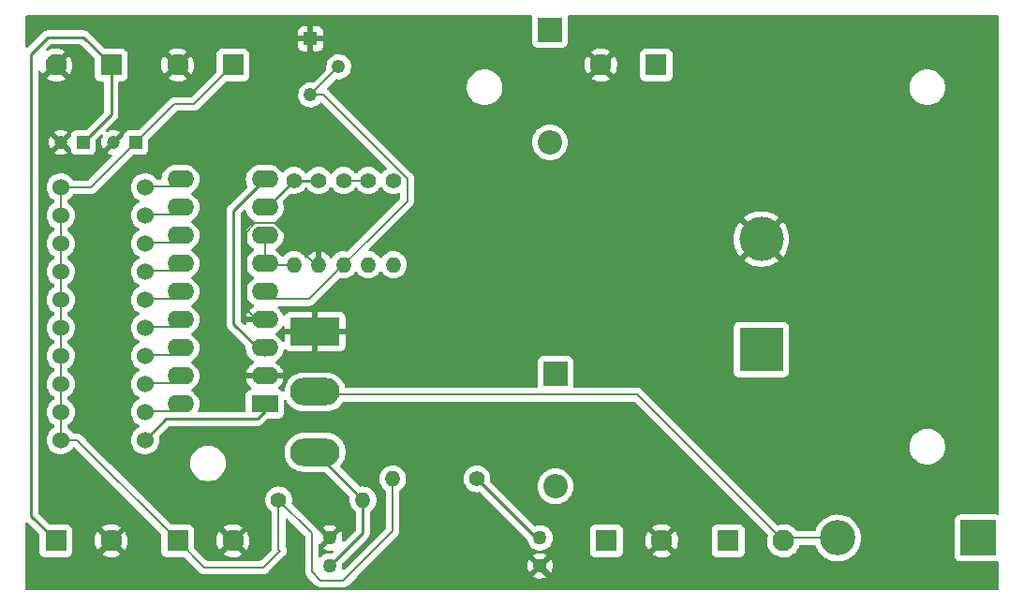
<source format=gbr>
%TF.GenerationSoftware,KiCad,Pcbnew,(6.0.9)*%
%TF.CreationDate,2023-01-27T09:56:42+11:00*%
%TF.ProjectId,CG22STAGE_MODULE,43473232-5354-4414-9745-5f4d4f44554c,rev?*%
%TF.SameCoordinates,Original*%
%TF.FileFunction,Copper,L1,Top*%
%TF.FilePolarity,Positive*%
%FSLAX46Y46*%
G04 Gerber Fmt 4.6, Leading zero omitted, Abs format (unit mm)*
G04 Created by KiCad (PCBNEW (6.0.9)) date 2023-01-27 09:56:42*
%MOMM*%
%LPD*%
G01*
G04 APERTURE LIST*
%TA.AperFunction,ComponentPad*%
%ADD10C,1.270000*%
%TD*%
%TA.AperFunction,ComponentPad*%
%ADD11C,1.400000*%
%TD*%
%TA.AperFunction,ComponentPad*%
%ADD12O,1.400000X1.400000*%
%TD*%
%TA.AperFunction,ComponentPad*%
%ADD13R,1.950000X1.950000*%
%TD*%
%TA.AperFunction,ComponentPad*%
%ADD14C,1.950000*%
%TD*%
%TA.AperFunction,ComponentPad*%
%ADD15R,4.000000X4.000000*%
%TD*%
%TA.AperFunction,ComponentPad*%
%ADD16C,4.000000*%
%TD*%
%TA.AperFunction,ComponentPad*%
%ADD17R,2.200000X2.200000*%
%TD*%
%TA.AperFunction,ComponentPad*%
%ADD18O,2.200000X2.200000*%
%TD*%
%TA.AperFunction,ComponentPad*%
%ADD19R,1.200000X1.200000*%
%TD*%
%TA.AperFunction,ComponentPad*%
%ADD20C,1.200000*%
%TD*%
%TA.AperFunction,ComponentPad*%
%ADD21R,4.500000X2.500000*%
%TD*%
%TA.AperFunction,ComponentPad*%
%ADD22O,4.500000X2.500000*%
%TD*%
%TA.AperFunction,ComponentPad*%
%ADD23R,2.400000X1.600000*%
%TD*%
%TA.AperFunction,ComponentPad*%
%ADD24O,2.400000X1.600000*%
%TD*%
%TA.AperFunction,ComponentPad*%
%ADD25C,1.524000*%
%TD*%
%TA.AperFunction,ComponentPad*%
%ADD26R,1.222000X1.222000*%
%TD*%
%TA.AperFunction,ComponentPad*%
%ADD27C,1.222000*%
%TD*%
%TA.AperFunction,ComponentPad*%
%ADD28R,3.200000X3.200000*%
%TD*%
%TA.AperFunction,ComponentPad*%
%ADD29O,3.200000X3.200000*%
%TD*%
%TA.AperFunction,Conductor*%
%ADD30C,0.200000*%
%TD*%
%TA.AperFunction,Conductor*%
%ADD31C,0.250000*%
%TD*%
G04 APERTURE END LIST*
D10*
%TO.P,U1,1,1*%
%TO.N,Net-(U1-Pad1)*%
X192499600Y-129730000D03*
%TO.P,U1,2,2*%
%TO.N,GND*%
X173500400Y-129730000D03*
%TO.P,U1,3,3*%
%TO.N,Net-(D1-Pad3)*%
X173500400Y-132270000D03*
%TO.P,U1,4,4*%
%TO.N,GND*%
X192499600Y-132270000D03*
%TD*%
D11*
%TO.P,R7,1*%
%TO.N,Net-(U1-Pad1)*%
X186810000Y-124400000D03*
D12*
%TO.P,R7,2*%
%TO.N,+3V*%
X179190000Y-124400000D03*
%TD*%
D13*
%TO.P,J3,1,1*%
%TO.N,+3V*%
X164750000Y-87000000D03*
D14*
%TO.P,J3,2,2*%
%TO.N,GND*%
X159750000Y-87000000D03*
%TD*%
D13*
%TO.P,J4,1,1*%
%TO.N,+3V*%
X159750000Y-130000000D03*
D14*
%TO.P,J4,2,2*%
%TO.N,GND*%
X164750000Y-130000000D03*
%TD*%
D11*
%TO.P,R5,1*%
%TO.N,Net-(R4-Pad1)*%
X170250000Y-97420000D03*
D12*
%TO.P,R5,2*%
%TO.N,Net-(R5-Pad2)*%
X170250000Y-105040000D03*
%TD*%
D15*
%TO.P,C1,1*%
%TO.N,Net-(C1-Pad1)*%
X212500000Y-112730499D03*
D16*
%TO.P,C1,2*%
%TO.N,GND*%
X212500000Y-102730499D03*
%TD*%
D11*
%TO.P,R1,1*%
%TO.N,Net-(R1-Pad1)*%
X174750000Y-97420000D03*
D12*
%TO.P,R1,2*%
%TO.N,Net-(R1-Pad2)*%
X174750000Y-105040000D03*
%TD*%
D17*
%TO.P,D4,1,K*%
%TO.N,Net-(C1-Pad1)*%
X193900000Y-114920000D03*
D18*
%TO.P,D4,2,A*%
%TO.N,+400V*%
X193900000Y-125080000D03*
%TD*%
D13*
%TO.P,J6,1,1*%
%TO.N,+400V*%
X198500000Y-130000000D03*
D14*
%TO.P,J6,2,2*%
%TO.N,GND*%
X203500000Y-130000000D03*
%TD*%
D17*
%TO.P,D3,1,K*%
%TO.N,Net-(D3-Pad1)*%
X193400000Y-83820000D03*
D18*
%TO.P,D3,2,A*%
%TO.N,Net-(C1-Pad1)*%
X193400000Y-93980000D03*
%TD*%
D19*
%TO.P,C3,1*%
%TO.N,+3V*%
X155972599Y-94000000D03*
D20*
%TO.P,C3,2*%
%TO.N,GND*%
X153972599Y-94000000D03*
%TD*%
D11*
%TO.P,R4,1*%
%TO.N,Net-(R4-Pad1)*%
X172500000Y-97420000D03*
D12*
%TO.P,R4,2*%
%TO.N,GND*%
X172500000Y-105040000D03*
%TD*%
D11*
%TO.P,R2,1*%
%TO.N,Net-(R1-Pad1)*%
X177000000Y-97420000D03*
D12*
%TO.P,R2,2*%
%TO.N,Net-(R2-Pad2)*%
X177000000Y-105040000D03*
%TD*%
D11*
%TO.P,R6,1*%
%TO.N,+3V*%
X168890000Y-126300000D03*
D12*
%TO.P,R6,2*%
%TO.N,Net-(D1-Pad3)*%
X176510000Y-126300000D03*
%TD*%
D21*
%TO.P,D1,1,K*%
%TO.N,GND*%
X172180000Y-111100000D03*
D22*
%TO.P,D1,2,A*%
%TO.N,Net-(D1-Pad2)*%
X172180000Y-116550000D03*
%TO.P,D1,3,G*%
%TO.N,Net-(D1-Pad3)*%
X172180000Y-122000000D03*
%TD*%
D23*
%TO.P,U2,1,LED1*%
%TO.N,Net-(LED1-Pad11)*%
X167630000Y-117650000D03*
D24*
%TO.P,U2,2,V-*%
%TO.N,GND*%
X167630000Y-115110000D03*
%TO.P,U2,3,V+*%
%TO.N,+18V*%
X167630000Y-112570000D03*
%TO.P,U2,4,RLO*%
%TO.N,GND*%
X167630000Y-110030000D03*
%TO.P,U2,5,SIG*%
%TO.N,Net-(R1-Pad2)*%
X167630000Y-107490000D03*
%TO.P,U2,6,RHI*%
%TO.N,Net-(R5-Pad2)*%
X167630000Y-104950000D03*
%TO.P,U2,7,REFOUT*%
X167630000Y-102410000D03*
%TO.P,U2,8,REFADJ*%
%TO.N,Net-(R4-Pad1)*%
X167630000Y-99870000D03*
%TO.P,U2,9,MODE*%
%TO.N,+18V*%
X167630000Y-97330000D03*
%TO.P,U2,10,LED10*%
%TO.N,Net-(LED1-Pad20)*%
X160010000Y-97330000D03*
%TO.P,U2,11,LED9*%
%TO.N,Net-(LED1-Pad19)*%
X160010000Y-99870000D03*
%TO.P,U2,12,LED8*%
%TO.N,Net-(LED1-Pad18)*%
X160010000Y-102410000D03*
%TO.P,U2,13,LED7*%
%TO.N,Net-(LED1-Pad17)*%
X160010000Y-104950000D03*
%TO.P,U2,14,LED6*%
%TO.N,Net-(LED1-Pad16)*%
X160010000Y-107490000D03*
%TO.P,U2,15,LED5*%
%TO.N,Net-(LED1-Pad15)*%
X160010000Y-110030000D03*
%TO.P,U2,16,LED4*%
%TO.N,Net-(LED1-Pad14)*%
X160010000Y-112570000D03*
%TO.P,U2,17,LED3*%
%TO.N,Net-(LED1-Pad13)*%
X160010000Y-115110000D03*
%TO.P,U2,18,LED2*%
%TO.N,Net-(LED1-Pad12)*%
X160010000Y-117650000D03*
%TD*%
D25*
%TO.P,LED1,1,1*%
%TO.N,+3V*%
X149190000Y-98050000D03*
%TO.P,LED1,2,2*%
X149190000Y-100590000D03*
%TO.P,LED1,3,3*%
X149190000Y-103130000D03*
%TO.P,LED1,4,4*%
X149190000Y-105670000D03*
%TO.P,LED1,5,5*%
X149190000Y-108210000D03*
%TO.P,LED1,6,6*%
X149190000Y-110750000D03*
%TO.P,LED1,7,7*%
X149190000Y-113290000D03*
%TO.P,LED1,8,8*%
X149190000Y-115830000D03*
%TO.P,LED1,9,9*%
X149190000Y-118370000D03*
%TO.P,LED1,10,10*%
X149190000Y-120910000D03*
%TO.P,LED1,11,11*%
%TO.N,Net-(LED1-Pad11)*%
X156810000Y-120910000D03*
%TO.P,LED1,12,12*%
%TO.N,Net-(LED1-Pad12)*%
X156810000Y-118370000D03*
%TO.P,LED1,13,13*%
%TO.N,Net-(LED1-Pad13)*%
X156810000Y-115830000D03*
%TO.P,LED1,14,14*%
%TO.N,Net-(LED1-Pad14)*%
X156810000Y-113290000D03*
%TO.P,LED1,15,15*%
%TO.N,Net-(LED1-Pad15)*%
X156810000Y-110750000D03*
%TO.P,LED1,16,16*%
%TO.N,Net-(LED1-Pad16)*%
X156810000Y-108210000D03*
%TO.P,LED1,17,17*%
%TO.N,Net-(LED1-Pad17)*%
X156810000Y-105670000D03*
%TO.P,LED1,18,18*%
%TO.N,Net-(LED1-Pad18)*%
X156810000Y-103130000D03*
%TO.P,LED1,19,19*%
%TO.N,Net-(LED1-Pad19)*%
X156810000Y-100590000D03*
%TO.P,LED1,20,20*%
%TO.N,Net-(LED1-Pad20)*%
X156810000Y-98050000D03*
%TD*%
D26*
%TO.P,VR1,1*%
%TO.N,GND*%
X171770000Y-84615500D03*
D27*
%TO.P,VR1,2*%
%TO.N,Net-(R1-Pad2)*%
X174310000Y-87155500D03*
%TO.P,VR1,3*%
X171770000Y-89695500D03*
%TD*%
D13*
%TO.P,J1,1,1*%
%TO.N,+18V*%
X153750000Y-87000000D03*
D14*
%TO.P,J1,2,2*%
%TO.N,GND*%
X148750000Y-87000000D03*
%TD*%
D13*
%TO.P,J7,1,1*%
%TO.N,Net-(C1-Pad1)*%
X209500000Y-130000000D03*
D14*
%TO.P,J7,2,2*%
%TO.N,Net-(D1-Pad2)*%
X214500000Y-130000000D03*
%TD*%
D19*
%TO.P,C2,1*%
%TO.N,+18V*%
X151222599Y-94000000D03*
D20*
%TO.P,C2,2*%
%TO.N,GND*%
X149222599Y-94000000D03*
%TD*%
D28*
%TO.P,D2,1,A1*%
%TO.N,Net-(C1-Pad1)*%
X232100000Y-129750000D03*
D29*
%TO.P,D2,2,A2*%
%TO.N,Net-(D1-Pad2)*%
X219400000Y-129750000D03*
%TD*%
D13*
%TO.P,J2,1,1*%
%TO.N,+400V*%
X203000000Y-87000000D03*
D14*
%TO.P,J2,2,2*%
%TO.N,GND*%
X198000000Y-87000000D03*
%TD*%
D11*
%TO.P,R3,1*%
%TO.N,Net-(D3-Pad1)*%
X179250000Y-97420000D03*
D12*
%TO.P,R3,2*%
%TO.N,Net-(R2-Pad2)*%
X179250000Y-105040000D03*
%TD*%
D13*
%TO.P,J5,1,1*%
%TO.N,+18V*%
X148750000Y-130000000D03*
D14*
%TO.P,J5,2,2*%
%TO.N,GND*%
X153750000Y-130000000D03*
%TD*%
D30*
%TO.N,+3V*%
X179190000Y-129110000D02*
X179190000Y-124400000D01*
X174700000Y-133600000D02*
X179190000Y-129110000D01*
X172700000Y-133600000D02*
X174700000Y-133600000D01*
X171900000Y-132800000D02*
X172700000Y-133600000D01*
X171900000Y-129310000D02*
X171900000Y-132800000D01*
X168890000Y-126300000D02*
X171900000Y-129310000D01*
D31*
%TO.N,Net-(D1-Pad3)*%
X176510000Y-129260400D02*
X176510000Y-126300000D01*
X173500400Y-132270000D02*
X176510000Y-129260400D01*
%TO.N,Net-(U1-Pad1)*%
X192140000Y-129730000D02*
X192499600Y-129730000D01*
X186810000Y-124400000D02*
X192140000Y-129730000D01*
D30*
%TO.N,+3V*%
X167500000Y-132400000D02*
X169000000Y-130900000D01*
X169000000Y-130900000D02*
X168890000Y-130790000D01*
X168890000Y-130790000D02*
X168890000Y-126300000D01*
X162150000Y-132400000D02*
X167500000Y-132400000D01*
X159750000Y-130000000D02*
X162150000Y-132400000D01*
%TO.N,GND*%
X166000000Y-102084365D02*
X166000000Y-109070000D01*
X172215635Y-105040000D02*
X168485635Y-101310000D01*
X168485635Y-101310000D02*
X166774365Y-101310000D01*
X166774365Y-101310000D02*
X166000000Y-102084365D01*
X166000000Y-109070000D02*
X167630000Y-110700000D01*
D31*
%TO.N,+18V*%
X167630000Y-113240000D02*
X164805000Y-110415000D01*
X153750000Y-87000000D02*
X153750000Y-91472599D01*
X164805000Y-110415000D02*
X164805000Y-100155000D01*
X164805000Y-100155000D02*
X167080000Y-97880000D01*
X148750000Y-130000000D02*
X146500000Y-127750000D01*
X146500000Y-127750000D02*
X146500000Y-86000000D01*
X148000000Y-84500000D02*
X151250000Y-84500000D01*
X151250000Y-84500000D02*
X153750000Y-87000000D01*
X146500000Y-86000000D02*
X148000000Y-84500000D01*
X153750000Y-91472599D02*
X151222599Y-94000000D01*
%TO.N,Net-(D1-Pad3)*%
X172210000Y-122000000D02*
X172180000Y-122000000D01*
X176510000Y-126300000D02*
X172210000Y-122000000D01*
D30*
%TO.N,+3V*%
X150660000Y-120910000D02*
X159750000Y-130000000D01*
X149190000Y-103130000D02*
X149190000Y-105670000D01*
X155972599Y-94000000D02*
X151922599Y-98050000D01*
X164750000Y-87000000D02*
X161250000Y-90500000D01*
X151922599Y-98050000D02*
X149190000Y-98050000D01*
X149190000Y-105670000D02*
X149190000Y-108210000D01*
X161250000Y-90500000D02*
X159472599Y-90500000D01*
X149190000Y-108210000D02*
X149190000Y-110750000D01*
X149190000Y-98050000D02*
X149190000Y-100590000D01*
X149190000Y-115830000D02*
X149190000Y-118370000D01*
X149190000Y-110750000D02*
X149190000Y-113290000D01*
X149190000Y-120910000D02*
X150660000Y-120910000D01*
X149190000Y-113290000D02*
X149190000Y-115830000D01*
X159472599Y-90500000D02*
X155972599Y-94000000D01*
X149190000Y-118370000D02*
X149190000Y-120910000D01*
X149190000Y-100590000D02*
X149190000Y-103130000D01*
D31*
%TO.N,Net-(LED1-Pad11)*%
X166950000Y-119000000D02*
X167630000Y-118320000D01*
X167630000Y-118320000D02*
X167630000Y-117650000D01*
X156810000Y-120910000D02*
X158720000Y-119000000D01*
X158720000Y-119000000D02*
X166950000Y-119000000D01*
D30*
%TO.N,Net-(LED1-Pad12)*%
X159340000Y-118320000D02*
X156860000Y-118320000D01*
X160010000Y-117650000D02*
X159340000Y-118320000D01*
%TO.N,Net-(LED1-Pad13)*%
X160010000Y-115110000D02*
X159340000Y-115780000D01*
X159340000Y-115780000D02*
X156860000Y-115780000D01*
%TO.N,Net-(LED1-Pad14)*%
X159340000Y-113240000D02*
X156860000Y-113240000D01*
X160010000Y-112570000D02*
X159340000Y-113240000D01*
%TO.N,Net-(LED1-Pad15)*%
X160010000Y-110030000D02*
X159340000Y-110700000D01*
X159340000Y-110700000D02*
X156860000Y-110700000D01*
%TO.N,Net-(LED1-Pad16)*%
X159340000Y-108160000D02*
X156860000Y-108160000D01*
X160010000Y-107490000D02*
X159340000Y-108160000D01*
%TO.N,Net-(LED1-Pad17)*%
X159340000Y-105620000D02*
X156860000Y-105620000D01*
X160010000Y-104950000D02*
X159340000Y-105620000D01*
%TO.N,Net-(LED1-Pad18)*%
X160010000Y-102410000D02*
X159340000Y-103080000D01*
X159340000Y-103080000D02*
X156860000Y-103080000D01*
%TO.N,Net-(LED1-Pad19)*%
X160010000Y-99870000D02*
X159340000Y-100540000D01*
X159340000Y-100540000D02*
X156860000Y-100540000D01*
%TO.N,Net-(LED1-Pad20)*%
X160010000Y-97330000D02*
X159340000Y-98000000D01*
X159340000Y-98000000D02*
X156860000Y-98000000D01*
%TO.N,Net-(R1-Pad1)*%
X174750000Y-97420000D02*
X177000000Y-97420000D01*
%TO.N,Net-(R1-Pad2)*%
X171770000Y-89695500D02*
X174310000Y-87155500D01*
X171630000Y-108160000D02*
X168300000Y-108160000D01*
X168300000Y-108160000D02*
X167630000Y-107490000D01*
X180500000Y-99290000D02*
X171630000Y-108160000D01*
X171770000Y-89695500D02*
X172945500Y-89695500D01*
X180500000Y-97250000D02*
X180500000Y-99290000D01*
X172945500Y-89695500D02*
X180500000Y-97250000D01*
D31*
%TO.N,Net-(R4-Pad1)*%
X167630000Y-100040000D02*
X170250000Y-97420000D01*
X170250000Y-97420000D02*
X172500000Y-97420000D01*
D30*
%TO.N,Net-(R5-Pad2)*%
X170250000Y-105040000D02*
X167720000Y-105040000D01*
X167630000Y-102410000D02*
X167630000Y-104950000D01*
%TO.N,Net-(D1-Pad2)*%
X172430000Y-116800000D02*
X201300000Y-116800000D01*
X214750000Y-129750000D02*
X214500000Y-130000000D01*
X219400000Y-129750000D02*
X214750000Y-129750000D01*
X201300000Y-116800000D02*
X214500000Y-130000000D01*
%TD*%
%TA.AperFunction,Conductor*%
%TO.N,GND*%
G36*
X191736939Y-82528502D02*
G01*
X191783432Y-82582158D01*
X191794081Y-82648108D01*
X191791500Y-82671866D01*
X191791500Y-84968134D01*
X191798255Y-85030316D01*
X191849385Y-85166705D01*
X191936739Y-85283261D01*
X192053295Y-85370615D01*
X192189684Y-85421745D01*
X192251866Y-85428500D01*
X194548134Y-85428500D01*
X194610316Y-85421745D01*
X194746705Y-85370615D01*
X194863261Y-85283261D01*
X194950615Y-85166705D01*
X195001745Y-85030316D01*
X195008500Y-84968134D01*
X195008500Y-82671866D01*
X195005919Y-82648108D01*
X195018447Y-82578226D01*
X195066767Y-82526210D01*
X195131182Y-82508500D01*
X233865500Y-82508500D01*
X233933621Y-82528502D01*
X233980114Y-82582158D01*
X233991500Y-82634500D01*
X233991500Y-127534379D01*
X233971498Y-127602500D01*
X233917842Y-127648993D01*
X233847568Y-127659097D01*
X233821275Y-127652363D01*
X233817716Y-127651029D01*
X233817715Y-127651029D01*
X233810316Y-127648255D01*
X233748134Y-127641500D01*
X230451866Y-127641500D01*
X230389684Y-127648255D01*
X230253295Y-127699385D01*
X230136739Y-127786739D01*
X230049385Y-127903295D01*
X229998255Y-128039684D01*
X229991500Y-128101866D01*
X229991500Y-131398134D01*
X229998255Y-131460316D01*
X230049385Y-131596705D01*
X230136739Y-131713261D01*
X230253295Y-131800615D01*
X230389684Y-131851745D01*
X230451866Y-131858500D01*
X233748134Y-131858500D01*
X233810316Y-131851745D01*
X233817716Y-131848971D01*
X233821275Y-131847637D01*
X233824238Y-131847420D01*
X233825400Y-131847144D01*
X233825445Y-131847332D01*
X233892082Y-131842457D01*
X233954450Y-131876380D01*
X233988577Y-131938637D01*
X233991500Y-131965621D01*
X233991500Y-134365500D01*
X233971498Y-134433621D01*
X233917842Y-134480114D01*
X233865500Y-134491500D01*
X146134500Y-134491500D01*
X146066379Y-134471498D01*
X146019886Y-134417842D01*
X146008500Y-134365500D01*
X146008500Y-128458594D01*
X146028502Y-128390473D01*
X146082158Y-128343980D01*
X146152432Y-128333876D01*
X146217012Y-128363370D01*
X146223595Y-128369499D01*
X147229595Y-129375499D01*
X147263621Y-129437811D01*
X147266500Y-129464594D01*
X147266500Y-131023134D01*
X147273255Y-131085316D01*
X147324385Y-131221705D01*
X147411739Y-131338261D01*
X147528295Y-131425615D01*
X147664684Y-131476745D01*
X147726866Y-131483500D01*
X149773134Y-131483500D01*
X149835316Y-131476745D01*
X149971705Y-131425615D01*
X150088261Y-131338261D01*
X150175615Y-131221705D01*
X150177520Y-131216624D01*
X152898621Y-131216624D01*
X152902988Y-131222774D01*
X153102563Y-131339397D01*
X153111846Y-131343844D01*
X153330007Y-131427152D01*
X153339905Y-131430028D01*
X153568744Y-131476585D01*
X153578972Y-131477804D01*
X153812340Y-131486362D01*
X153822626Y-131485895D01*
X154054262Y-131456222D01*
X154064340Y-131454080D01*
X154288014Y-131386974D01*
X154297612Y-131383212D01*
X154507324Y-131280476D01*
X154516169Y-131275203D01*
X154588869Y-131223347D01*
X154597270Y-131212646D01*
X154590283Y-131199493D01*
X153762812Y-130372022D01*
X153748868Y-130364408D01*
X153747035Y-130364539D01*
X153740420Y-130368790D01*
X152905881Y-131203329D01*
X152898621Y-131216624D01*
X150177520Y-131216624D01*
X150226745Y-131085316D01*
X150233500Y-131023134D01*
X150233500Y-129968799D01*
X152262658Y-129968799D01*
X152276102Y-130201942D01*
X152277535Y-130212144D01*
X152328873Y-130439949D01*
X152331956Y-130449789D01*
X152419814Y-130666156D01*
X152424457Y-130675347D01*
X152525555Y-130840325D01*
X152536011Y-130849785D01*
X152544789Y-130846001D01*
X153377978Y-130012812D01*
X153384356Y-130001132D01*
X154114408Y-130001132D01*
X154114539Y-130002965D01*
X154118790Y-130009580D01*
X154950045Y-130840835D01*
X154962055Y-130847394D01*
X154973794Y-130838426D01*
X155022518Y-130770619D01*
X155027829Y-130761780D01*
X155131291Y-130552442D01*
X155135089Y-130542849D01*
X155202974Y-130319413D01*
X155205151Y-130309343D01*
X155235869Y-130076015D01*
X155236388Y-130069340D01*
X155238001Y-130003364D01*
X155237807Y-129996647D01*
X155218525Y-129762108D01*
X155216842Y-129751946D01*
X155159952Y-129525453D01*
X155156634Y-129515706D01*
X155063513Y-129301542D01*
X155058646Y-129292467D01*
X154973465Y-129160796D01*
X154962779Y-129151593D01*
X154953214Y-129155996D01*
X154122022Y-129987188D01*
X154114408Y-130001132D01*
X153384356Y-130001132D01*
X153385592Y-129998868D01*
X153385461Y-129997035D01*
X153381210Y-129990420D01*
X152549892Y-129159102D01*
X152538356Y-129152802D01*
X152526073Y-129162426D01*
X152459036Y-129260698D01*
X152453943Y-129269662D01*
X152355619Y-129481483D01*
X152352062Y-129491151D01*
X152289657Y-129716178D01*
X152287726Y-129726298D01*
X152262910Y-129958510D01*
X152262658Y-129968799D01*
X150233500Y-129968799D01*
X150233500Y-128976866D01*
X150226745Y-128914684D01*
X150178932Y-128787142D01*
X152901938Y-128787142D01*
X152908684Y-128799474D01*
X153737188Y-129627978D01*
X153751132Y-129635592D01*
X153752965Y-129635461D01*
X153759580Y-129631210D01*
X154592391Y-128798399D01*
X154599412Y-128785543D01*
X154591639Y-128774875D01*
X154577548Y-128763746D01*
X154568970Y-128758047D01*
X154364526Y-128645189D01*
X154355126Y-128640964D01*
X154134993Y-128563011D01*
X154125036Y-128560381D01*
X153895129Y-128519427D01*
X153884878Y-128518458D01*
X153651367Y-128515605D01*
X153641083Y-128516325D01*
X153410253Y-128551647D01*
X153400225Y-128554036D01*
X153178263Y-128626584D01*
X153168753Y-128630581D01*
X152961624Y-128738405D01*
X152952904Y-128743897D01*
X152910391Y-128775817D01*
X152901938Y-128787142D01*
X150178932Y-128787142D01*
X150175615Y-128778295D01*
X150088261Y-128661739D01*
X149971705Y-128574385D01*
X149835316Y-128523255D01*
X149773134Y-128516500D01*
X148214594Y-128516500D01*
X148146473Y-128496498D01*
X148125503Y-128479599D01*
X147170403Y-127524498D01*
X147136379Y-127462188D01*
X147133500Y-127435405D01*
X147133500Y-120910000D01*
X147914647Y-120910000D01*
X147934022Y-121131463D01*
X147991560Y-121346196D01*
X147993882Y-121351177D01*
X147993883Y-121351178D01*
X148083186Y-121542689D01*
X148083189Y-121542694D01*
X148085512Y-121547676D01*
X148088668Y-121552183D01*
X148088669Y-121552185D01*
X148190688Y-121697883D01*
X148213023Y-121729781D01*
X148370219Y-121886977D01*
X148374727Y-121890134D01*
X148374730Y-121890136D01*
X148414887Y-121918254D01*
X148552323Y-122014488D01*
X148557305Y-122016811D01*
X148557310Y-122016814D01*
X148748822Y-122106117D01*
X148753804Y-122108440D01*
X148759112Y-122109862D01*
X148759114Y-122109863D01*
X148824949Y-122127503D01*
X148968537Y-122165978D01*
X149190000Y-122185353D01*
X149411463Y-122165978D01*
X149555051Y-122127503D01*
X149620886Y-122109863D01*
X149620888Y-122109862D01*
X149626196Y-122108440D01*
X149631178Y-122106117D01*
X149822690Y-122016814D01*
X149822695Y-122016811D01*
X149827677Y-122014488D01*
X149965113Y-121918254D01*
X150005270Y-121890136D01*
X150005273Y-121890134D01*
X150009781Y-121886977D01*
X150166977Y-121729781D01*
X150189313Y-121697883D01*
X150267104Y-121586785D01*
X150322561Y-121542457D01*
X150393180Y-121535148D01*
X150459412Y-121569961D01*
X158229595Y-129340144D01*
X158263621Y-129402456D01*
X158266500Y-129429239D01*
X158266500Y-131023134D01*
X158273255Y-131085316D01*
X158324385Y-131221705D01*
X158411739Y-131338261D01*
X158528295Y-131425615D01*
X158664684Y-131476745D01*
X158726866Y-131483500D01*
X160320761Y-131483500D01*
X160388882Y-131503502D01*
X160409856Y-131520405D01*
X161685685Y-132796234D01*
X161696552Y-132808625D01*
X161716013Y-132833987D01*
X161722563Y-132839013D01*
X161747921Y-132858471D01*
X161747937Y-132858485D01*
X161797305Y-132896366D01*
X161843124Y-132931524D01*
X161991149Y-132992838D01*
X162150000Y-133013751D01*
X162181699Y-133009578D01*
X162198144Y-133008500D01*
X167451864Y-133008500D01*
X167468307Y-133009578D01*
X167500000Y-133013750D01*
X167508189Y-133012672D01*
X167539874Y-133008501D01*
X167539884Y-133008500D01*
X167539885Y-133008500D01*
X167639457Y-132995391D01*
X167650664Y-132993916D01*
X167650666Y-132993915D01*
X167658851Y-132992838D01*
X167806876Y-132931524D01*
X167821295Y-132920460D01*
X167902069Y-132858480D01*
X167902075Y-132858474D01*
X167902079Y-132858471D01*
X167933987Y-132833987D01*
X167939017Y-132827432D01*
X167953452Y-132808621D01*
X167964319Y-132796230D01*
X169396234Y-131364315D01*
X169408625Y-131353448D01*
X169427437Y-131339013D01*
X169433987Y-131333987D01*
X169458474Y-131302075D01*
X169458477Y-131302072D01*
X169531523Y-131206876D01*
X169592837Y-131058851D01*
X169613750Y-130900000D01*
X169611366Y-130881893D01*
X169593916Y-130749336D01*
X169593915Y-130749333D01*
X169592838Y-130741150D01*
X169531523Y-130593124D01*
X169524538Y-130584021D01*
X169523556Y-130581480D01*
X169522368Y-130579423D01*
X169522689Y-130579238D01*
X169498937Y-130517801D01*
X169498500Y-130507317D01*
X169498500Y-128073239D01*
X169518502Y-128005118D01*
X169572158Y-127958625D01*
X169642432Y-127948521D01*
X169707012Y-127978015D01*
X169713595Y-127984144D01*
X171254595Y-129525144D01*
X171288621Y-129587456D01*
X171291500Y-129614239D01*
X171291500Y-132751864D01*
X171290422Y-132768307D01*
X171286250Y-132800000D01*
X171291500Y-132839880D01*
X171291500Y-132839885D01*
X171304609Y-132939457D01*
X171307162Y-132958851D01*
X171368476Y-133106876D01*
X171373503Y-133113427D01*
X171373504Y-133113429D01*
X171441520Y-133202069D01*
X171441526Y-133202075D01*
X171466013Y-133233987D01*
X171472568Y-133239017D01*
X171491379Y-133253452D01*
X171503770Y-133264319D01*
X172235685Y-133996234D01*
X172246552Y-134008625D01*
X172266013Y-134033987D01*
X172272563Y-134039013D01*
X172297921Y-134058471D01*
X172297937Y-134058485D01*
X172347305Y-134096366D01*
X172393124Y-134131524D01*
X172541149Y-134192838D01*
X172549336Y-134193916D01*
X172549337Y-134193916D01*
X172560542Y-134195391D01*
X172591738Y-134199498D01*
X172660115Y-134208500D01*
X172660118Y-134208500D01*
X172660126Y-134208501D01*
X172691811Y-134212672D01*
X172700000Y-134213750D01*
X172731693Y-134209578D01*
X172748136Y-134208500D01*
X174651864Y-134208500D01*
X174668307Y-134209578D01*
X174700000Y-134213750D01*
X174708189Y-134212672D01*
X174739874Y-134208501D01*
X174739884Y-134208500D01*
X174739885Y-134208500D01*
X174739901Y-134208498D01*
X174839457Y-134195391D01*
X174850664Y-134193916D01*
X174850666Y-134193915D01*
X174858851Y-134192838D01*
X175006876Y-134131524D01*
X175102062Y-134058485D01*
X175102069Y-134058480D01*
X175102075Y-134058474D01*
X175127434Y-134039015D01*
X175133987Y-134033987D01*
X175139017Y-134027432D01*
X175153452Y-134008621D01*
X175164319Y-133996230D01*
X175924019Y-133236530D01*
X191897430Y-133236530D01*
X191907310Y-133249017D01*
X191947072Y-133275585D01*
X191957175Y-133281071D01*
X192139573Y-133359435D01*
X192150516Y-133362990D01*
X192344133Y-133406802D01*
X192355542Y-133408304D01*
X192553908Y-133416097D01*
X192565390Y-133415495D01*
X192761850Y-133387011D01*
X192773045Y-133384323D01*
X192961024Y-133320512D01*
X192971531Y-133315834D01*
X193093345Y-133247614D01*
X193103210Y-133237536D01*
X193100254Y-133229864D01*
X192512412Y-132642022D01*
X192498468Y-132634408D01*
X192496635Y-132634539D01*
X192490020Y-132638790D01*
X191903627Y-133225183D01*
X191897430Y-133236530D01*
X175924019Y-133236530D01*
X176914831Y-132245718D01*
X191352474Y-132245718D01*
X191365458Y-132443803D01*
X191367259Y-132455173D01*
X191416123Y-132647576D01*
X191419964Y-132658423D01*
X191503075Y-132838705D01*
X191508823Y-132848661D01*
X191520275Y-132864867D01*
X191530863Y-132873254D01*
X191544164Y-132866226D01*
X192127578Y-132282812D01*
X192133956Y-132271132D01*
X192864008Y-132271132D01*
X192864139Y-132272965D01*
X192868390Y-132279580D01*
X193455550Y-132866740D01*
X193467930Y-132873500D01*
X193474510Y-132868574D01*
X193545434Y-132741931D01*
X193550112Y-132731424D01*
X193613923Y-132543445D01*
X193616611Y-132532250D01*
X193645391Y-132333750D01*
X193646021Y-132326367D01*
X193647400Y-132273704D01*
X193647157Y-132266305D01*
X193628804Y-132066566D01*
X193626707Y-132055251D01*
X193572822Y-131864190D01*
X193568700Y-131853451D01*
X193480899Y-131675409D01*
X193478792Y-131671970D01*
X193469476Y-131664980D01*
X193457059Y-131671751D01*
X192871622Y-132257188D01*
X192864008Y-132271132D01*
X192133956Y-132271132D01*
X192135192Y-132268868D01*
X192135061Y-132267035D01*
X192130810Y-132260420D01*
X191542226Y-131671836D01*
X191529846Y-131665076D01*
X191523880Y-131669542D01*
X191441773Y-131825602D01*
X191437368Y-131836236D01*
X191378500Y-132025822D01*
X191376108Y-132037076D01*
X191352775Y-132234217D01*
X191352474Y-132245718D01*
X176914831Y-132245718D01*
X177857410Y-131303139D01*
X191896851Y-131303139D01*
X191900338Y-131311528D01*
X192486788Y-131897978D01*
X192500732Y-131905592D01*
X192502565Y-131905461D01*
X192509180Y-131901210D01*
X193095257Y-131315133D01*
X193102017Y-131302753D01*
X193095987Y-131294698D01*
X193025620Y-131250299D01*
X193015369Y-131245076D01*
X192830989Y-131171516D01*
X192819952Y-131168247D01*
X192625254Y-131129518D01*
X192613810Y-131128315D01*
X192571366Y-131127760D01*
X192545502Y-131119797D01*
X192539835Y-131123132D01*
X192507462Y-131126924D01*
X192415319Y-131125718D01*
X192403839Y-131126621D01*
X192208199Y-131160238D01*
X192197079Y-131163218D01*
X192010834Y-131231927D01*
X192000456Y-131236877D01*
X191906449Y-131292806D01*
X191896851Y-131303139D01*
X177857410Y-131303139D01*
X178137415Y-131023134D01*
X197016500Y-131023134D01*
X197023255Y-131085316D01*
X197074385Y-131221705D01*
X197161739Y-131338261D01*
X197278295Y-131425615D01*
X197414684Y-131476745D01*
X197476866Y-131483500D01*
X199523134Y-131483500D01*
X199585316Y-131476745D01*
X199721705Y-131425615D01*
X199838261Y-131338261D01*
X199925615Y-131221705D01*
X199927520Y-131216624D01*
X202648621Y-131216624D01*
X202652988Y-131222774D01*
X202852563Y-131339397D01*
X202861846Y-131343844D01*
X203080007Y-131427152D01*
X203089905Y-131430028D01*
X203318744Y-131476585D01*
X203328972Y-131477804D01*
X203562340Y-131486362D01*
X203572626Y-131485895D01*
X203804262Y-131456222D01*
X203814340Y-131454080D01*
X204038014Y-131386974D01*
X204047612Y-131383212D01*
X204257324Y-131280476D01*
X204266169Y-131275203D01*
X204338869Y-131223347D01*
X204347270Y-131212646D01*
X204340283Y-131199493D01*
X204163924Y-131023134D01*
X208016500Y-131023134D01*
X208023255Y-131085316D01*
X208074385Y-131221705D01*
X208161739Y-131338261D01*
X208278295Y-131425615D01*
X208414684Y-131476745D01*
X208476866Y-131483500D01*
X210523134Y-131483500D01*
X210585316Y-131476745D01*
X210721705Y-131425615D01*
X210838261Y-131338261D01*
X210925615Y-131221705D01*
X210976745Y-131085316D01*
X210983500Y-131023134D01*
X210983500Y-128976866D01*
X210976745Y-128914684D01*
X210925615Y-128778295D01*
X210838261Y-128661739D01*
X210721705Y-128574385D01*
X210585316Y-128523255D01*
X210523134Y-128516500D01*
X208476866Y-128516500D01*
X208414684Y-128523255D01*
X208278295Y-128574385D01*
X208161739Y-128661739D01*
X208074385Y-128778295D01*
X208023255Y-128914684D01*
X208016500Y-128976866D01*
X208016500Y-131023134D01*
X204163924Y-131023134D01*
X203512812Y-130372022D01*
X203498868Y-130364408D01*
X203497035Y-130364539D01*
X203490420Y-130368790D01*
X202655881Y-131203329D01*
X202648621Y-131216624D01*
X199927520Y-131216624D01*
X199976745Y-131085316D01*
X199983500Y-131023134D01*
X199983500Y-129968799D01*
X202012658Y-129968799D01*
X202026102Y-130201942D01*
X202027535Y-130212144D01*
X202078873Y-130439949D01*
X202081956Y-130449789D01*
X202169814Y-130666156D01*
X202174457Y-130675347D01*
X202275555Y-130840325D01*
X202286011Y-130849785D01*
X202294789Y-130846001D01*
X203127978Y-130012812D01*
X203134356Y-130001132D01*
X203864408Y-130001132D01*
X203864539Y-130002965D01*
X203868790Y-130009580D01*
X204700045Y-130840835D01*
X204712055Y-130847394D01*
X204723794Y-130838426D01*
X204772518Y-130770619D01*
X204777829Y-130761780D01*
X204881291Y-130552442D01*
X204885089Y-130542849D01*
X204952974Y-130319413D01*
X204955151Y-130309343D01*
X204985869Y-130076015D01*
X204986388Y-130069340D01*
X204988001Y-130003364D01*
X204987807Y-129996647D01*
X204968525Y-129762108D01*
X204966842Y-129751946D01*
X204909952Y-129525453D01*
X204906634Y-129515706D01*
X204813513Y-129301542D01*
X204808646Y-129292467D01*
X204723465Y-129160796D01*
X204712779Y-129151593D01*
X204703214Y-129155996D01*
X203872022Y-129987188D01*
X203864408Y-130001132D01*
X203134356Y-130001132D01*
X203135592Y-129998868D01*
X203135461Y-129997035D01*
X203131210Y-129990420D01*
X202299892Y-129159102D01*
X202288356Y-129152802D01*
X202276073Y-129162426D01*
X202209036Y-129260698D01*
X202203943Y-129269662D01*
X202105619Y-129481483D01*
X202102062Y-129491151D01*
X202039657Y-129716178D01*
X202037726Y-129726298D01*
X202012910Y-129958510D01*
X202012658Y-129968799D01*
X199983500Y-129968799D01*
X199983500Y-128976866D01*
X199976745Y-128914684D01*
X199928932Y-128787142D01*
X202651938Y-128787142D01*
X202658684Y-128799474D01*
X203487188Y-129627978D01*
X203501132Y-129635592D01*
X203502965Y-129635461D01*
X203509580Y-129631210D01*
X204342391Y-128798399D01*
X204349412Y-128785543D01*
X204341639Y-128774875D01*
X204327548Y-128763746D01*
X204318970Y-128758047D01*
X204114526Y-128645189D01*
X204105126Y-128640964D01*
X203884993Y-128563011D01*
X203875036Y-128560381D01*
X203645129Y-128519427D01*
X203634878Y-128518458D01*
X203401367Y-128515605D01*
X203391083Y-128516325D01*
X203160253Y-128551647D01*
X203150225Y-128554036D01*
X202928263Y-128626584D01*
X202918753Y-128630581D01*
X202711624Y-128738405D01*
X202702904Y-128743897D01*
X202660391Y-128775817D01*
X202651938Y-128787142D01*
X199928932Y-128787142D01*
X199925615Y-128778295D01*
X199838261Y-128661739D01*
X199721705Y-128574385D01*
X199585316Y-128523255D01*
X199523134Y-128516500D01*
X197476866Y-128516500D01*
X197414684Y-128523255D01*
X197278295Y-128574385D01*
X197161739Y-128661739D01*
X197074385Y-128778295D01*
X197023255Y-128914684D01*
X197016500Y-128976866D01*
X197016500Y-131023134D01*
X178137415Y-131023134D01*
X179586234Y-129574315D01*
X179598625Y-129563448D01*
X179617437Y-129549013D01*
X179623987Y-129543987D01*
X179648474Y-129512075D01*
X179648478Y-129512071D01*
X179721524Y-129416876D01*
X179782838Y-129268851D01*
X179789470Y-129218476D01*
X179798500Y-129149885D01*
X179798500Y-129149880D01*
X179803750Y-129110000D01*
X179799578Y-129078307D01*
X179798500Y-129061864D01*
X179798500Y-125514820D01*
X179818502Y-125446699D01*
X179852230Y-125411607D01*
X179910653Y-125370699D01*
X179969776Y-125329301D01*
X180119301Y-125179776D01*
X180240589Y-125006558D01*
X180329956Y-124814910D01*
X180352296Y-124731538D01*
X180383262Y-124615970D01*
X180383262Y-124615968D01*
X180384686Y-124610655D01*
X180403116Y-124400000D01*
X185596884Y-124400000D01*
X185615314Y-124610655D01*
X185616738Y-124615968D01*
X185616738Y-124615970D01*
X185647705Y-124731538D01*
X185670044Y-124814910D01*
X185759411Y-125006558D01*
X185880699Y-125179776D01*
X186030224Y-125329301D01*
X186203442Y-125450589D01*
X186208420Y-125452910D01*
X186208423Y-125452912D01*
X186390108Y-125537633D01*
X186395090Y-125539956D01*
X186400398Y-125541378D01*
X186400400Y-125541379D01*
X186594030Y-125593262D01*
X186594032Y-125593262D01*
X186599345Y-125594686D01*
X186810000Y-125613116D01*
X187020655Y-125594686D01*
X187025971Y-125593262D01*
X187030563Y-125592452D01*
X187101123Y-125600321D01*
X187141539Y-125627443D01*
X191327710Y-129813614D01*
X191361736Y-129875926D01*
X191364345Y-129894468D01*
X191365340Y-129909649D01*
X191417071Y-130113343D01*
X191419490Y-130118590D01*
X191502638Y-130298953D01*
X191502641Y-130298958D01*
X191505057Y-130304199D01*
X191508388Y-130308912D01*
X191508389Y-130308914D01*
X191604670Y-130445147D01*
X191626351Y-130475825D01*
X191776889Y-130622474D01*
X191781685Y-130625679D01*
X191781688Y-130625681D01*
X191901537Y-130705761D01*
X191951631Y-130739233D01*
X191956939Y-130741514D01*
X191956940Y-130741514D01*
X192139422Y-130819914D01*
X192139425Y-130819915D01*
X192144725Y-130822192D01*
X192150354Y-130823466D01*
X192150355Y-130823466D01*
X192344067Y-130867299D01*
X192344073Y-130867300D01*
X192349704Y-130868574D01*
X192355475Y-130868801D01*
X192355477Y-130868801D01*
X192514058Y-130875032D01*
X192535933Y-130882400D01*
X192539102Y-130880421D01*
X192559734Y-130877039D01*
X192559703Y-130876825D01*
X192767688Y-130846669D01*
X192773152Y-130844814D01*
X192773157Y-130844813D01*
X192961224Y-130780973D01*
X192961229Y-130780971D01*
X192966696Y-130779115D01*
X192976041Y-130773882D01*
X193048104Y-130733524D01*
X193150060Y-130676426D01*
X193311641Y-130542041D01*
X193446026Y-130380460D01*
X193514405Y-130258360D01*
X193545891Y-130202139D01*
X193545892Y-130202137D01*
X193548715Y-130197096D01*
X193550571Y-130191629D01*
X193550573Y-130191624D01*
X193614413Y-130003557D01*
X193614414Y-130003552D01*
X193616269Y-129998088D01*
X193646425Y-129790103D01*
X193647999Y-129730000D01*
X193628769Y-129520721D01*
X193626330Y-129512071D01*
X193577841Y-129340144D01*
X193571723Y-129318451D01*
X193478771Y-129129963D01*
X193353027Y-128961571D01*
X193348791Y-128957655D01*
X193202941Y-128822833D01*
X193202938Y-128822831D01*
X193198701Y-128818914D01*
X193020962Y-128706769D01*
X192825763Y-128628892D01*
X192820106Y-128627767D01*
X192820100Y-128627765D01*
X192625307Y-128589019D01*
X192625305Y-128589019D01*
X192619640Y-128587892D01*
X192613865Y-128587816D01*
X192613861Y-128587816D01*
X192508601Y-128586438D01*
X192409498Y-128585141D01*
X192403801Y-128586120D01*
X192403800Y-128586120D01*
X192255016Y-128611686D01*
X192202372Y-128620732D01*
X192076618Y-128667125D01*
X192005786Y-128671937D01*
X191943913Y-128638008D01*
X188385905Y-125080000D01*
X192286526Y-125080000D01*
X192306391Y-125332403D01*
X192307545Y-125337210D01*
X192307546Y-125337216D01*
X192315585Y-125370699D01*
X192365495Y-125578591D01*
X192367388Y-125583162D01*
X192367389Y-125583164D01*
X192413068Y-125693442D01*
X192462384Y-125812502D01*
X192594672Y-126028376D01*
X192759102Y-126220898D01*
X192951624Y-126385328D01*
X193167498Y-126517616D01*
X193172068Y-126519509D01*
X193172072Y-126519511D01*
X193396836Y-126612611D01*
X193401409Y-126614505D01*
X193486032Y-126634821D01*
X193642784Y-126672454D01*
X193642790Y-126672455D01*
X193647597Y-126673609D01*
X193900000Y-126693474D01*
X194152403Y-126673609D01*
X194157210Y-126672455D01*
X194157216Y-126672454D01*
X194313968Y-126634821D01*
X194398591Y-126614505D01*
X194403164Y-126612611D01*
X194627928Y-126519511D01*
X194627932Y-126519509D01*
X194632502Y-126517616D01*
X194848376Y-126385328D01*
X195040898Y-126220898D01*
X195205328Y-126028376D01*
X195337616Y-125812502D01*
X195386933Y-125693442D01*
X195432611Y-125583164D01*
X195432612Y-125583162D01*
X195434505Y-125578591D01*
X195484415Y-125370699D01*
X195492454Y-125337216D01*
X195492455Y-125337210D01*
X195493609Y-125332403D01*
X195513474Y-125080000D01*
X195493609Y-124827597D01*
X195491760Y-124819892D01*
X195440213Y-124605184D01*
X195434505Y-124581409D01*
X195359363Y-124400000D01*
X195339511Y-124352072D01*
X195339509Y-124352068D01*
X195337616Y-124347498D01*
X195205328Y-124131624D01*
X195040898Y-123939102D01*
X194848376Y-123774672D01*
X194632502Y-123642384D01*
X194627932Y-123640491D01*
X194627928Y-123640489D01*
X194403164Y-123547389D01*
X194403162Y-123547388D01*
X194398591Y-123545495D01*
X194313968Y-123525179D01*
X194157216Y-123487546D01*
X194157210Y-123487545D01*
X194152403Y-123486391D01*
X193900000Y-123466526D01*
X193647597Y-123486391D01*
X193642790Y-123487545D01*
X193642784Y-123487546D01*
X193486032Y-123525179D01*
X193401409Y-123545495D01*
X193396838Y-123547388D01*
X193396836Y-123547389D01*
X193172072Y-123640489D01*
X193172068Y-123640491D01*
X193167498Y-123642384D01*
X192951624Y-123774672D01*
X192759102Y-123939102D01*
X192594672Y-124131624D01*
X192462384Y-124347498D01*
X192460491Y-124352068D01*
X192460489Y-124352072D01*
X192440637Y-124400000D01*
X192365495Y-124581409D01*
X192359787Y-124605184D01*
X192308241Y-124819892D01*
X192306391Y-124827597D01*
X192286526Y-125080000D01*
X188385905Y-125080000D01*
X188037443Y-124731538D01*
X188003417Y-124669226D01*
X188002453Y-124620561D01*
X188003264Y-124615961D01*
X188004686Y-124610655D01*
X188005166Y-124605175D01*
X188022637Y-124405475D01*
X188023116Y-124400000D01*
X188004686Y-124189345D01*
X187989220Y-124131624D01*
X187951379Y-123990400D01*
X187951378Y-123990398D01*
X187949956Y-123985090D01*
X187930263Y-123942858D01*
X187862912Y-123798423D01*
X187862910Y-123798420D01*
X187860589Y-123793442D01*
X187739301Y-123620224D01*
X187589776Y-123470699D01*
X187416558Y-123349411D01*
X187411580Y-123347090D01*
X187411577Y-123347088D01*
X187229892Y-123262367D01*
X187229891Y-123262366D01*
X187224910Y-123260044D01*
X187219602Y-123258622D01*
X187219600Y-123258621D01*
X187025970Y-123206738D01*
X187025968Y-123206738D01*
X187020655Y-123205314D01*
X186810000Y-123186884D01*
X186599345Y-123205314D01*
X186594032Y-123206738D01*
X186594030Y-123206738D01*
X186400400Y-123258621D01*
X186400398Y-123258622D01*
X186395090Y-123260044D01*
X186390109Y-123262366D01*
X186390108Y-123262367D01*
X186208423Y-123347088D01*
X186208420Y-123347090D01*
X186203442Y-123349411D01*
X186030224Y-123470699D01*
X185880699Y-123620224D01*
X185759411Y-123793442D01*
X185757090Y-123798420D01*
X185757088Y-123798423D01*
X185689737Y-123942858D01*
X185670044Y-123985090D01*
X185668622Y-123990398D01*
X185668621Y-123990400D01*
X185630780Y-124131624D01*
X185615314Y-124189345D01*
X185596884Y-124400000D01*
X180403116Y-124400000D01*
X180384686Y-124189345D01*
X180369220Y-124131624D01*
X180331379Y-123990400D01*
X180331378Y-123990398D01*
X180329956Y-123985090D01*
X180310263Y-123942858D01*
X180242912Y-123798423D01*
X180242910Y-123798420D01*
X180240589Y-123793442D01*
X180119301Y-123620224D01*
X179969776Y-123470699D01*
X179796558Y-123349411D01*
X179791580Y-123347090D01*
X179791577Y-123347088D01*
X179609892Y-123262367D01*
X179609891Y-123262366D01*
X179604910Y-123260044D01*
X179599602Y-123258622D01*
X179599600Y-123258621D01*
X179405970Y-123206738D01*
X179405968Y-123206738D01*
X179400655Y-123205314D01*
X179190000Y-123186884D01*
X178979345Y-123205314D01*
X178974032Y-123206738D01*
X178974030Y-123206738D01*
X178780400Y-123258621D01*
X178780398Y-123258622D01*
X178775090Y-123260044D01*
X178770109Y-123262366D01*
X178770108Y-123262367D01*
X178588423Y-123347088D01*
X178588420Y-123347090D01*
X178583442Y-123349411D01*
X178410224Y-123470699D01*
X178260699Y-123620224D01*
X178139411Y-123793442D01*
X178137090Y-123798420D01*
X178137088Y-123798423D01*
X178069737Y-123942858D01*
X178050044Y-123985090D01*
X178048622Y-123990398D01*
X178048621Y-123990400D01*
X178010780Y-124131624D01*
X177995314Y-124189345D01*
X177976884Y-124400000D01*
X177995314Y-124610655D01*
X177996738Y-124615968D01*
X177996738Y-124615970D01*
X178027705Y-124731538D01*
X178050044Y-124814910D01*
X178139411Y-125006558D01*
X178260699Y-125179776D01*
X178410224Y-125329301D01*
X178469347Y-125370699D01*
X178527770Y-125411607D01*
X178572099Y-125467064D01*
X178581500Y-125514820D01*
X178581500Y-128805761D01*
X178561498Y-128873882D01*
X178544595Y-128894856D01*
X174837079Y-132602372D01*
X174774767Y-132636398D01*
X174703952Y-132631333D01*
X174647116Y-132588786D01*
X174622305Y-132522266D01*
X174623288Y-132495197D01*
X174646692Y-132333777D01*
X174647225Y-132330103D01*
X174648799Y-132270000D01*
X174632957Y-132097594D01*
X174646641Y-132027930D01*
X174669333Y-131996971D01*
X176902247Y-129764057D01*
X176910537Y-129756513D01*
X176917018Y-129752400D01*
X176941618Y-129726204D01*
X176963658Y-129702733D01*
X176966413Y-129699891D01*
X176986134Y-129680170D01*
X176988612Y-129676975D01*
X176996318Y-129667953D01*
X177021158Y-129641501D01*
X177026586Y-129635721D01*
X177036346Y-129617968D01*
X177047199Y-129601445D01*
X177054753Y-129591706D01*
X177059613Y-129585441D01*
X177077176Y-129544857D01*
X177082383Y-129534227D01*
X177103695Y-129495460D01*
X177105666Y-129487783D01*
X177105668Y-129487778D01*
X177108732Y-129475842D01*
X177115138Y-129457130D01*
X177120033Y-129445819D01*
X177123181Y-129438545D01*
X177124421Y-129430717D01*
X177124423Y-129430710D01*
X177130099Y-129394876D01*
X177132505Y-129383256D01*
X177141528Y-129348111D01*
X177141528Y-129348110D01*
X177143500Y-129340430D01*
X177143500Y-129320176D01*
X177145051Y-129300465D01*
X177146980Y-129288286D01*
X177148220Y-129280457D01*
X177144059Y-129236438D01*
X177143500Y-129224581D01*
X177143500Y-127397315D01*
X177163502Y-127329194D01*
X177197230Y-127294102D01*
X177285264Y-127232460D01*
X177289776Y-127229301D01*
X177439301Y-127079776D01*
X177560589Y-126906558D01*
X177649956Y-126714910D01*
X177676860Y-126614505D01*
X177703262Y-126515970D01*
X177703262Y-126515968D01*
X177704686Y-126510655D01*
X177723116Y-126300000D01*
X177704686Y-126089345D01*
X177688992Y-126030773D01*
X177651379Y-125890400D01*
X177651378Y-125890398D01*
X177649956Y-125885090D01*
X177647633Y-125880108D01*
X177562912Y-125698423D01*
X177562910Y-125698420D01*
X177560589Y-125693442D01*
X177439301Y-125520224D01*
X177289776Y-125370699D01*
X177116558Y-125249411D01*
X177111580Y-125247090D01*
X177111577Y-125247088D01*
X176929892Y-125162367D01*
X176929891Y-125162366D01*
X176924910Y-125160044D01*
X176919602Y-125158622D01*
X176919600Y-125158621D01*
X176725970Y-125106738D01*
X176725968Y-125106738D01*
X176720655Y-125105314D01*
X176510000Y-125086884D01*
X176504525Y-125087363D01*
X176304816Y-125104835D01*
X176304812Y-125104836D01*
X176299345Y-125105314D01*
X176294039Y-125106736D01*
X176289439Y-125107547D01*
X176218879Y-125099679D01*
X176178462Y-125072557D01*
X174474585Y-123368680D01*
X174440559Y-123306368D01*
X174445624Y-123235553D01*
X174471905Y-123193252D01*
X174547237Y-123113171D01*
X174550443Y-123109763D01*
X174699424Y-122895009D01*
X174721284Y-122850682D01*
X174812960Y-122664781D01*
X174812961Y-122664778D01*
X174815025Y-122660593D01*
X174820303Y-122644106D01*
X174893280Y-122416123D01*
X174894707Y-122411665D01*
X174936721Y-122153693D01*
X174938572Y-122012254D01*
X174940081Y-121897022D01*
X174940081Y-121897019D01*
X174940142Y-121892345D01*
X174904896Y-121633362D01*
X174890473Y-121583877D01*
X174871417Y-121518500D01*
X174831757Y-121382433D01*
X174722332Y-121145072D01*
X174680814Y-121081746D01*
X174581590Y-120930404D01*
X174581586Y-120930399D01*
X174579024Y-120926491D01*
X174404982Y-120731494D01*
X174204030Y-120564363D01*
X174058434Y-120476013D01*
X173984578Y-120431196D01*
X173984574Y-120431194D01*
X173980581Y-120428771D01*
X173739545Y-120327697D01*
X173486217Y-120263359D01*
X173481566Y-120262891D01*
X173481562Y-120262890D01*
X173272271Y-120241816D01*
X173269133Y-120241500D01*
X171113646Y-120241500D01*
X171111321Y-120241673D01*
X171111315Y-120241673D01*
X170924000Y-120255593D01*
X170923996Y-120255594D01*
X170919348Y-120255939D01*
X170914800Y-120256968D01*
X170914794Y-120256969D01*
X170741200Y-120296250D01*
X170664423Y-120313623D01*
X170660071Y-120315315D01*
X170660069Y-120315316D01*
X170425176Y-120406660D01*
X170425173Y-120406661D01*
X170420823Y-120408353D01*
X170193902Y-120538049D01*
X169988643Y-120699862D01*
X169809557Y-120890237D01*
X169660576Y-121104991D01*
X169658510Y-121109181D01*
X169658508Y-121109184D01*
X169590251Y-121247597D01*
X169544975Y-121339407D01*
X169543553Y-121343850D01*
X169543552Y-121343852D01*
X169473600Y-121562384D01*
X169465293Y-121588335D01*
X169423279Y-121846307D01*
X169422798Y-121883080D01*
X169421078Y-122014488D01*
X169419858Y-122107655D01*
X169455104Y-122366638D01*
X169456412Y-122371124D01*
X169456412Y-122371126D01*
X169473180Y-122428655D01*
X169528243Y-122617567D01*
X169637668Y-122854928D01*
X169640231Y-122858837D01*
X169778410Y-123069596D01*
X169778414Y-123069601D01*
X169780976Y-123073509D01*
X169955018Y-123268506D01*
X170155970Y-123435637D01*
X170159973Y-123438066D01*
X170375422Y-123568804D01*
X170375426Y-123568806D01*
X170379419Y-123571229D01*
X170620455Y-123672303D01*
X170873783Y-123736641D01*
X170878434Y-123737109D01*
X170878438Y-123737110D01*
X171071308Y-123756531D01*
X171090867Y-123758500D01*
X173020406Y-123758500D01*
X173088527Y-123778502D01*
X173109501Y-123795405D01*
X175282557Y-125968461D01*
X175316583Y-126030773D01*
X175317548Y-126079437D01*
X175316738Y-126084029D01*
X175315314Y-126089345D01*
X175296884Y-126300000D01*
X175315314Y-126510655D01*
X175316738Y-126515968D01*
X175316738Y-126515970D01*
X175343141Y-126614505D01*
X175370044Y-126714910D01*
X175459411Y-126906558D01*
X175580699Y-127079776D01*
X175730224Y-127229301D01*
X175734736Y-127232460D01*
X175822770Y-127294102D01*
X175867099Y-127349559D01*
X175876500Y-127397315D01*
X175876500Y-128945806D01*
X175856498Y-129013927D01*
X175839595Y-129034901D01*
X174840720Y-130033776D01*
X174778408Y-130067802D01*
X174707593Y-130062737D01*
X174650757Y-130020190D01*
X174625946Y-129953670D01*
X174626929Y-129926601D01*
X174646191Y-129793750D01*
X174646821Y-129786367D01*
X174648200Y-129733704D01*
X174647957Y-129726305D01*
X174629604Y-129526566D01*
X174627507Y-129515251D01*
X174573622Y-129324190D01*
X174569500Y-129313451D01*
X174481699Y-129135409D01*
X174479592Y-129131970D01*
X174470276Y-129124980D01*
X174457859Y-129131751D01*
X172904427Y-130685183D01*
X172898230Y-130696530D01*
X172908110Y-130709017D01*
X172947872Y-130735585D01*
X172957975Y-130741071D01*
X173140373Y-130819435D01*
X173151316Y-130822990D01*
X173344933Y-130866802D01*
X173356342Y-130868304D01*
X173514847Y-130874531D01*
X173536704Y-130881893D01*
X173539862Y-130879921D01*
X173560507Y-130876536D01*
X173560476Y-130876324D01*
X173697001Y-130856529D01*
X173767287Y-130866549D01*
X173820998Y-130912978D01*
X173841081Y-130981075D01*
X173821160Y-131049220D01*
X173804176Y-131070320D01*
X173773295Y-131101201D01*
X173710983Y-131135227D01*
X173659619Y-131135685D01*
X173626107Y-131129019D01*
X173626104Y-131129019D01*
X173620440Y-131127892D01*
X173614666Y-131127816D01*
X173614662Y-131127816D01*
X173595997Y-131127572D01*
X173572126Y-131127260D01*
X173546281Y-131119302D01*
X173540626Y-131122630D01*
X173508252Y-131126423D01*
X173460480Y-131125798D01*
X173410298Y-131125141D01*
X173404601Y-131126120D01*
X173404600Y-131126120D01*
X173272472Y-131148824D01*
X173203172Y-131160732D01*
X173006001Y-131233472D01*
X173001040Y-131236424D01*
X173001039Y-131236424D01*
X172926264Y-131280911D01*
X172825388Y-131340926D01*
X172798718Y-131364315D01*
X172717577Y-131435473D01*
X172653173Y-131465350D01*
X172582840Y-131455664D01*
X172528909Y-131409491D01*
X172508500Y-131340741D01*
X172508500Y-130414880D01*
X172528502Y-130346759D01*
X172545405Y-130325785D01*
X173128378Y-129742812D01*
X173135992Y-129728868D01*
X173135861Y-129727035D01*
X173131610Y-129720420D01*
X172543025Y-129131835D01*
X172506842Y-129112077D01*
X172456640Y-129061873D01*
X172450820Y-129049709D01*
X172444686Y-129034901D01*
X172431524Y-129003124D01*
X172358478Y-128907929D01*
X172358474Y-128907925D01*
X172348114Y-128894423D01*
X172339016Y-128882566D01*
X172339013Y-128882563D01*
X172333987Y-128876013D01*
X172327432Y-128870983D01*
X172308621Y-128856548D01*
X172296230Y-128845681D01*
X172213688Y-128763139D01*
X172897651Y-128763139D01*
X172901138Y-128771528D01*
X173487588Y-129357978D01*
X173501532Y-129365592D01*
X173503365Y-129365461D01*
X173509980Y-129361210D01*
X174096057Y-128775133D01*
X174102817Y-128762753D01*
X174096787Y-128754698D01*
X174026420Y-128710299D01*
X174016169Y-128705076D01*
X173831789Y-128631516D01*
X173820752Y-128628247D01*
X173626054Y-128589518D01*
X173614610Y-128588315D01*
X173416119Y-128585718D01*
X173404639Y-128586621D01*
X173208999Y-128620238D01*
X173197879Y-128623218D01*
X173011634Y-128691927D01*
X173001256Y-128696877D01*
X172907249Y-128752806D01*
X172897651Y-128763139D01*
X172213688Y-128763139D01*
X170110031Y-126659482D01*
X170076005Y-126597170D01*
X170077419Y-126537776D01*
X170083262Y-126515970D01*
X170083262Y-126515968D01*
X170084686Y-126510655D01*
X170103116Y-126300000D01*
X170084686Y-126089345D01*
X170068992Y-126030773D01*
X170031379Y-125890400D01*
X170031378Y-125890398D01*
X170029956Y-125885090D01*
X170027633Y-125880108D01*
X169942912Y-125698423D01*
X169942910Y-125698420D01*
X169940589Y-125693442D01*
X169819301Y-125520224D01*
X169669776Y-125370699D01*
X169496558Y-125249411D01*
X169491580Y-125247090D01*
X169491577Y-125247088D01*
X169309892Y-125162367D01*
X169309891Y-125162366D01*
X169304910Y-125160044D01*
X169299602Y-125158622D01*
X169299600Y-125158621D01*
X169105970Y-125106738D01*
X169105968Y-125106738D01*
X169100655Y-125105314D01*
X168890000Y-125086884D01*
X168679345Y-125105314D01*
X168674032Y-125106738D01*
X168674030Y-125106738D01*
X168480400Y-125158621D01*
X168480398Y-125158622D01*
X168475090Y-125160044D01*
X168470109Y-125162366D01*
X168470108Y-125162367D01*
X168288423Y-125247088D01*
X168288420Y-125247090D01*
X168283442Y-125249411D01*
X168110224Y-125370699D01*
X167960699Y-125520224D01*
X167839411Y-125693442D01*
X167837090Y-125698420D01*
X167837088Y-125698423D01*
X167752367Y-125880108D01*
X167750044Y-125885090D01*
X167748622Y-125890398D01*
X167748621Y-125890400D01*
X167711008Y-126030773D01*
X167695314Y-126089345D01*
X167676884Y-126300000D01*
X167695314Y-126510655D01*
X167696738Y-126515968D01*
X167696738Y-126515970D01*
X167723141Y-126614505D01*
X167750044Y-126714910D01*
X167839411Y-126906558D01*
X167960699Y-127079776D01*
X168110224Y-127229301D01*
X168114736Y-127232460D01*
X168227770Y-127311607D01*
X168272099Y-127367064D01*
X168281500Y-127414820D01*
X168281500Y-130705761D01*
X168261498Y-130773882D01*
X168244595Y-130794856D01*
X167284856Y-131754595D01*
X167222544Y-131788621D01*
X167195761Y-131791500D01*
X162454239Y-131791500D01*
X162386118Y-131771498D01*
X162365144Y-131754595D01*
X161827173Y-131216624D01*
X163898621Y-131216624D01*
X163902988Y-131222774D01*
X164102563Y-131339397D01*
X164111846Y-131343844D01*
X164330007Y-131427152D01*
X164339905Y-131430028D01*
X164568744Y-131476585D01*
X164578972Y-131477804D01*
X164812340Y-131486362D01*
X164822626Y-131485895D01*
X165054262Y-131456222D01*
X165064340Y-131454080D01*
X165288014Y-131386974D01*
X165297612Y-131383212D01*
X165507324Y-131280476D01*
X165516169Y-131275203D01*
X165588869Y-131223347D01*
X165597270Y-131212646D01*
X165590283Y-131199493D01*
X164762812Y-130372022D01*
X164748868Y-130364408D01*
X164747035Y-130364539D01*
X164740420Y-130368790D01*
X163905881Y-131203329D01*
X163898621Y-131216624D01*
X161827173Y-131216624D01*
X161270405Y-130659856D01*
X161236379Y-130597544D01*
X161233500Y-130570761D01*
X161233500Y-129968799D01*
X163262658Y-129968799D01*
X163276102Y-130201942D01*
X163277535Y-130212144D01*
X163328873Y-130439949D01*
X163331956Y-130449789D01*
X163419814Y-130666156D01*
X163424457Y-130675347D01*
X163525555Y-130840325D01*
X163536011Y-130849785D01*
X163544789Y-130846001D01*
X164377978Y-130012812D01*
X164384356Y-130001132D01*
X165114408Y-130001132D01*
X165114539Y-130002965D01*
X165118790Y-130009580D01*
X165950045Y-130840835D01*
X165962055Y-130847394D01*
X165973794Y-130838426D01*
X166022518Y-130770619D01*
X166027829Y-130761780D01*
X166131291Y-130552442D01*
X166135089Y-130542849D01*
X166202974Y-130319413D01*
X166205151Y-130309343D01*
X166235869Y-130076015D01*
X166236388Y-130069340D01*
X166238001Y-130003364D01*
X166237807Y-129996647D01*
X166218525Y-129762108D01*
X166216842Y-129751946D01*
X166159952Y-129525453D01*
X166156634Y-129515706D01*
X166063513Y-129301542D01*
X166058646Y-129292467D01*
X165973465Y-129160796D01*
X165962779Y-129151593D01*
X165953214Y-129155996D01*
X165122022Y-129987188D01*
X165114408Y-130001132D01*
X164384356Y-130001132D01*
X164385592Y-129998868D01*
X164385461Y-129997035D01*
X164381210Y-129990420D01*
X163549892Y-129159102D01*
X163538356Y-129152802D01*
X163526073Y-129162426D01*
X163459036Y-129260698D01*
X163453943Y-129269662D01*
X163355619Y-129481483D01*
X163352062Y-129491151D01*
X163289657Y-129716178D01*
X163287726Y-129726298D01*
X163262910Y-129958510D01*
X163262658Y-129968799D01*
X161233500Y-129968799D01*
X161233500Y-128976866D01*
X161226745Y-128914684D01*
X161178932Y-128787142D01*
X163901938Y-128787142D01*
X163908684Y-128799474D01*
X164737188Y-129627978D01*
X164751132Y-129635592D01*
X164752965Y-129635461D01*
X164759580Y-129631210D01*
X165592391Y-128798399D01*
X165599412Y-128785543D01*
X165591639Y-128774875D01*
X165577548Y-128763746D01*
X165568970Y-128758047D01*
X165364526Y-128645189D01*
X165355126Y-128640964D01*
X165134993Y-128563011D01*
X165125036Y-128560381D01*
X164895129Y-128519427D01*
X164884878Y-128518458D01*
X164651367Y-128515605D01*
X164641083Y-128516325D01*
X164410253Y-128551647D01*
X164400225Y-128554036D01*
X164178263Y-128626584D01*
X164168753Y-128630581D01*
X163961624Y-128738405D01*
X163952904Y-128743897D01*
X163910391Y-128775817D01*
X163901938Y-128787142D01*
X161178932Y-128787142D01*
X161175615Y-128778295D01*
X161088261Y-128661739D01*
X160971705Y-128574385D01*
X160835316Y-128523255D01*
X160773134Y-128516500D01*
X159179239Y-128516500D01*
X159111118Y-128496498D01*
X159090144Y-128479595D01*
X153610549Y-123000000D01*
X160886526Y-123000000D01*
X160906391Y-123252403D01*
X160907545Y-123257210D01*
X160907546Y-123257216D01*
X160929680Y-123349411D01*
X160965495Y-123498591D01*
X160967388Y-123503162D01*
X160967389Y-123503164D01*
X161037925Y-123673452D01*
X161062384Y-123732502D01*
X161194672Y-123948376D01*
X161359102Y-124140898D01*
X161551624Y-124305328D01*
X161767498Y-124437616D01*
X161772068Y-124439509D01*
X161772072Y-124439511D01*
X161996836Y-124532611D01*
X162001409Y-124534505D01*
X162086032Y-124554821D01*
X162242784Y-124592454D01*
X162242790Y-124592455D01*
X162247597Y-124593609D01*
X162500000Y-124613474D01*
X162752403Y-124593609D01*
X162757210Y-124592455D01*
X162757216Y-124592454D01*
X162913968Y-124554821D01*
X162998591Y-124534505D01*
X163003164Y-124532611D01*
X163227928Y-124439511D01*
X163227932Y-124439509D01*
X163232502Y-124437616D01*
X163448376Y-124305328D01*
X163640898Y-124140898D01*
X163805328Y-123948376D01*
X163937616Y-123732502D01*
X163962076Y-123673452D01*
X164032611Y-123503164D01*
X164032612Y-123503162D01*
X164034505Y-123498591D01*
X164070320Y-123349411D01*
X164092454Y-123257216D01*
X164092455Y-123257210D01*
X164093609Y-123252403D01*
X164113474Y-123000000D01*
X164093609Y-122747597D01*
X164083203Y-122704250D01*
X164035660Y-122506221D01*
X164034505Y-122501409D01*
X164010793Y-122444162D01*
X163939511Y-122272072D01*
X163939509Y-122272068D01*
X163937616Y-122267498D01*
X163805328Y-122051624D01*
X163640898Y-121859102D01*
X163448376Y-121694672D01*
X163232502Y-121562384D01*
X163227932Y-121560491D01*
X163227928Y-121560489D01*
X163003164Y-121467389D01*
X163003162Y-121467388D01*
X162998591Y-121465495D01*
X162913968Y-121445179D01*
X162757216Y-121407546D01*
X162757210Y-121407545D01*
X162752403Y-121406391D01*
X162500000Y-121386526D01*
X162247597Y-121406391D01*
X162242790Y-121407545D01*
X162242784Y-121407546D01*
X162086032Y-121445179D01*
X162001409Y-121465495D01*
X161996838Y-121467388D01*
X161996836Y-121467389D01*
X161772072Y-121560489D01*
X161772068Y-121560491D01*
X161767498Y-121562384D01*
X161551624Y-121694672D01*
X161359102Y-121859102D01*
X161194672Y-122051624D01*
X161062384Y-122267498D01*
X161060491Y-122272068D01*
X161060489Y-122272072D01*
X160989207Y-122444162D01*
X160965495Y-122501409D01*
X160964340Y-122506221D01*
X160916798Y-122704250D01*
X160906391Y-122747597D01*
X160886526Y-123000000D01*
X153610549Y-123000000D01*
X151520549Y-120910000D01*
X155534647Y-120910000D01*
X155554022Y-121131463D01*
X155611560Y-121346196D01*
X155613882Y-121351177D01*
X155613883Y-121351178D01*
X155703186Y-121542689D01*
X155703189Y-121542694D01*
X155705512Y-121547676D01*
X155708668Y-121552183D01*
X155708669Y-121552185D01*
X155810688Y-121697883D01*
X155833023Y-121729781D01*
X155990219Y-121886977D01*
X155994727Y-121890134D01*
X155994730Y-121890136D01*
X156034887Y-121918254D01*
X156172323Y-122014488D01*
X156177305Y-122016811D01*
X156177310Y-122016814D01*
X156368822Y-122106117D01*
X156373804Y-122108440D01*
X156379112Y-122109862D01*
X156379114Y-122109863D01*
X156444949Y-122127503D01*
X156588537Y-122165978D01*
X156810000Y-122185353D01*
X157031463Y-122165978D01*
X157175051Y-122127503D01*
X157240886Y-122109863D01*
X157240888Y-122109862D01*
X157246196Y-122108440D01*
X157251178Y-122106117D01*
X157442690Y-122016814D01*
X157442695Y-122016811D01*
X157447677Y-122014488D01*
X157585113Y-121918254D01*
X157625270Y-121890136D01*
X157625273Y-121890134D01*
X157629781Y-121886977D01*
X157786977Y-121729781D01*
X157809313Y-121697883D01*
X157911331Y-121552185D01*
X157911332Y-121552183D01*
X157914488Y-121547676D01*
X157916811Y-121542694D01*
X157916814Y-121542689D01*
X158006117Y-121351178D01*
X158006118Y-121351177D01*
X158008440Y-121346196D01*
X158065978Y-121131463D01*
X158085353Y-120910000D01*
X158065978Y-120688537D01*
X158055514Y-120649485D01*
X158057204Y-120578509D01*
X158088126Y-120527778D01*
X158945501Y-119670404D01*
X159007813Y-119636379D01*
X159034596Y-119633500D01*
X166871233Y-119633500D01*
X166882416Y-119634027D01*
X166889909Y-119635702D01*
X166897835Y-119635453D01*
X166897836Y-119635453D01*
X166957986Y-119633562D01*
X166961945Y-119633500D01*
X166989856Y-119633500D01*
X166993791Y-119633003D01*
X166993856Y-119632995D01*
X167005693Y-119632062D01*
X167037951Y-119631048D01*
X167041970Y-119630922D01*
X167049889Y-119630673D01*
X167069343Y-119625021D01*
X167088700Y-119621013D01*
X167100930Y-119619468D01*
X167100931Y-119619468D01*
X167108797Y-119618474D01*
X167116168Y-119615555D01*
X167116170Y-119615555D01*
X167149912Y-119602196D01*
X167161142Y-119598351D01*
X167195983Y-119588229D01*
X167195984Y-119588229D01*
X167203593Y-119586018D01*
X167210412Y-119581985D01*
X167210417Y-119581983D01*
X167221028Y-119575707D01*
X167238776Y-119567012D01*
X167257617Y-119559552D01*
X167293387Y-119533564D01*
X167303307Y-119527048D01*
X167334535Y-119508580D01*
X167334538Y-119508578D01*
X167341362Y-119504542D01*
X167355683Y-119490221D01*
X167370717Y-119477380D01*
X167371496Y-119476814D01*
X167387107Y-119465472D01*
X167415298Y-119431395D01*
X167423288Y-119422616D01*
X167850499Y-118995405D01*
X167912811Y-118961379D01*
X167939594Y-118958500D01*
X168878134Y-118958500D01*
X168940316Y-118951745D01*
X169076705Y-118900615D01*
X169193261Y-118813261D01*
X169280615Y-118696705D01*
X169331745Y-118560316D01*
X169338500Y-118498134D01*
X169338500Y-117330258D01*
X169358502Y-117262137D01*
X169412158Y-117215644D01*
X169482432Y-117205540D01*
X169547012Y-117235034D01*
X169578926Y-117277507D01*
X169637668Y-117404928D01*
X169648804Y-117421913D01*
X169778410Y-117619596D01*
X169778414Y-117619601D01*
X169780976Y-117623509D01*
X169955018Y-117818506D01*
X170155970Y-117985637D01*
X170159973Y-117988066D01*
X170375422Y-118118804D01*
X170375426Y-118118806D01*
X170379419Y-118121229D01*
X170620455Y-118222303D01*
X170873783Y-118286641D01*
X170878434Y-118287109D01*
X170878438Y-118287110D01*
X171071308Y-118306531D01*
X171090867Y-118308500D01*
X173246354Y-118308500D01*
X173248679Y-118308327D01*
X173248685Y-118308327D01*
X173436000Y-118294407D01*
X173436004Y-118294406D01*
X173440652Y-118294061D01*
X173445200Y-118293032D01*
X173445206Y-118293031D01*
X173677356Y-118240500D01*
X173695577Y-118236377D01*
X173728814Y-118223452D01*
X173934824Y-118143340D01*
X173934827Y-118143339D01*
X173939177Y-118141647D01*
X174166098Y-118011951D01*
X174371357Y-117850138D01*
X174550443Y-117659763D01*
X174687165Y-117462680D01*
X174742428Y-117418110D01*
X174790692Y-117408500D01*
X200995761Y-117408500D01*
X201063882Y-117428502D01*
X201084856Y-117445405D01*
X213055894Y-129416443D01*
X213089920Y-129478755D01*
X213088217Y-129539207D01*
X213037783Y-129721067D01*
X213011860Y-129963631D01*
X213012157Y-129968783D01*
X213012157Y-129968787D01*
X213017867Y-130067802D01*
X213025903Y-130207171D01*
X213027040Y-130212217D01*
X213027041Y-130212223D01*
X213046587Y-130298953D01*
X213079533Y-130445147D01*
X213081475Y-130449929D01*
X213081476Y-130449933D01*
X213166717Y-130659856D01*
X213171311Y-130671169D01*
X213298772Y-130879166D01*
X213458492Y-131063553D01*
X213646183Y-131219377D01*
X213856804Y-131342453D01*
X213861629Y-131344295D01*
X213861630Y-131344296D01*
X213885597Y-131353448D01*
X214084698Y-131429478D01*
X214089764Y-131430509D01*
X214089765Y-131430509D01*
X214318667Y-131477080D01*
X214318671Y-131477080D01*
X214323746Y-131478113D01*
X214328922Y-131478303D01*
X214328924Y-131478303D01*
X214562363Y-131486863D01*
X214562367Y-131486863D01*
X214567527Y-131487052D01*
X214572647Y-131486396D01*
X214572649Y-131486396D01*
X214669639Y-131473971D01*
X214809494Y-131456055D01*
X214814443Y-131454570D01*
X214814449Y-131454569D01*
X215038200Y-131387440D01*
X215038199Y-131387440D01*
X215043150Y-131385955D01*
X215262219Y-131278634D01*
X215266424Y-131275634D01*
X215266430Y-131275631D01*
X215456614Y-131139974D01*
X215456616Y-131139972D01*
X215460818Y-131136975D01*
X215633614Y-130964781D01*
X215775966Y-130766677D01*
X215778387Y-130761780D01*
X215881756Y-130552626D01*
X215881757Y-130552624D01*
X215884050Y-130547984D01*
X215907406Y-130471111D01*
X215914467Y-130447871D01*
X215953408Y-130388507D01*
X216018262Y-130359620D01*
X216035025Y-130358500D01*
X217289603Y-130358500D01*
X217357724Y-130378502D01*
X217404217Y-130432158D01*
X217408809Y-130443684D01*
X217410949Y-130449933D01*
X217446109Y-130552626D01*
X217451710Y-130568986D01*
X217453637Y-130572817D01*
X217577914Y-130819914D01*
X217580885Y-130825822D01*
X217743721Y-131062750D01*
X217746608Y-131065923D01*
X217746609Y-131065924D01*
X217901752Y-131236424D01*
X217937206Y-131275388D01*
X217940501Y-131278143D01*
X217940502Y-131278144D01*
X218152815Y-131455664D01*
X218157759Y-131459798D01*
X218401298Y-131612571D01*
X218663318Y-131730877D01*
X218667437Y-131732097D01*
X218934857Y-131811311D01*
X218934862Y-131811312D01*
X218938970Y-131812529D01*
X218943204Y-131813177D01*
X218943209Y-131813178D01*
X219166409Y-131847332D01*
X219223153Y-131856015D01*
X219369485Y-131858314D01*
X219506317Y-131860464D01*
X219506323Y-131860464D01*
X219510608Y-131860531D01*
X219514860Y-131860016D01*
X219514868Y-131860016D01*
X219791756Y-131826508D01*
X219791761Y-131826507D01*
X219796017Y-131825992D01*
X219892748Y-131800615D01*
X220069954Y-131754126D01*
X220069955Y-131754126D01*
X220074097Y-131753039D01*
X220339704Y-131643021D01*
X220587922Y-131497974D01*
X220814159Y-131320582D01*
X220819440Y-131315133D01*
X220967125Y-131162733D01*
X221014227Y-131114128D01*
X221016760Y-131110680D01*
X221016764Y-131110675D01*
X221181887Y-130885886D01*
X221184425Y-130882431D01*
X221188714Y-130874531D01*
X221319554Y-130633555D01*
X221319555Y-130633553D01*
X221321604Y-130629779D01*
X221381560Y-130471111D01*
X221421707Y-130364866D01*
X221421708Y-130364862D01*
X221423225Y-130360848D01*
X221449279Y-130247091D01*
X221486449Y-130084797D01*
X221486450Y-130084793D01*
X221487407Y-130080613D01*
X221487818Y-130076015D01*
X221512743Y-129796726D01*
X221512743Y-129796724D01*
X221512963Y-129794260D01*
X221513046Y-129786395D01*
X221513401Y-129752484D01*
X221513401Y-129752483D01*
X221513427Y-129750000D01*
X221511455Y-129721067D01*
X221494165Y-129467452D01*
X221494164Y-129467446D01*
X221493873Y-129463175D01*
X221488773Y-129438545D01*
X221451935Y-129260663D01*
X221435574Y-129181658D01*
X221339607Y-128910657D01*
X221282221Y-128799474D01*
X221209715Y-128658995D01*
X221209715Y-128658994D01*
X221207750Y-128655188D01*
X221200402Y-128644732D01*
X221044904Y-128423482D01*
X221042441Y-128419977D01*
X220846740Y-128209378D01*
X220624268Y-128027287D01*
X220379142Y-127877073D01*
X220361048Y-127869130D01*
X220119830Y-127763243D01*
X220115898Y-127761517D01*
X220089963Y-127754129D01*
X219843534Y-127683932D01*
X219843535Y-127683932D01*
X219839406Y-127682756D01*
X219602171Y-127648993D01*
X219559036Y-127642854D01*
X219559034Y-127642854D01*
X219554784Y-127642249D01*
X219550495Y-127642227D01*
X219550488Y-127642226D01*
X219271583Y-127640765D01*
X219271576Y-127640765D01*
X219267297Y-127640743D01*
X219263053Y-127641302D01*
X219263049Y-127641302D01*
X219179034Y-127652363D01*
X218982266Y-127678268D01*
X218978126Y-127679401D01*
X218978124Y-127679401D01*
X218916597Y-127696233D01*
X218704964Y-127754129D01*
X218701016Y-127755813D01*
X218444476Y-127865237D01*
X218444472Y-127865239D01*
X218440524Y-127866923D01*
X218391758Y-127896109D01*
X218197521Y-128012357D01*
X218197517Y-128012360D01*
X218193839Y-128014561D01*
X217969472Y-128194313D01*
X217771577Y-128402851D01*
X217603814Y-128636317D01*
X217601805Y-128640112D01*
X217601804Y-128640113D01*
X217595678Y-128651683D01*
X217469288Y-128890392D01*
X217460393Y-128914698D01*
X217407659Y-129058801D01*
X217365465Y-129115899D01*
X217299099Y-129141121D01*
X217289333Y-129141500D01*
X215779169Y-129141500D01*
X215711048Y-129121498D01*
X215680467Y-129093414D01*
X215679390Y-129091748D01*
X215667163Y-129078310D01*
X215518690Y-128915141D01*
X215518688Y-128915140D01*
X215515212Y-128911319D01*
X215511161Y-128908120D01*
X215511157Y-128908116D01*
X215327825Y-128763329D01*
X215327821Y-128763327D01*
X215323770Y-128760127D01*
X215313936Y-128754698D01*
X215267759Y-128729207D01*
X215110205Y-128642233D01*
X215105336Y-128640509D01*
X215105332Y-128640507D01*
X214885127Y-128562528D01*
X214885123Y-128562527D01*
X214880252Y-128560802D01*
X214875159Y-128559895D01*
X214875156Y-128559894D01*
X214645177Y-128518928D01*
X214645171Y-128518927D01*
X214640088Y-128518022D01*
X214560380Y-128517048D01*
X214401332Y-128515105D01*
X214401330Y-128515105D01*
X214396162Y-128515042D01*
X214155024Y-128551941D01*
X214045770Y-128587651D01*
X213974807Y-128589802D01*
X213917530Y-128556981D01*
X206860549Y-121500000D01*
X225886526Y-121500000D01*
X225906391Y-121752403D01*
X225907545Y-121757210D01*
X225907546Y-121757216D01*
X225938699Y-121886977D01*
X225965495Y-121998591D01*
X225967388Y-122003162D01*
X225967389Y-122003164D01*
X226027805Y-122149020D01*
X226062384Y-122232502D01*
X226194672Y-122448376D01*
X226359102Y-122640898D01*
X226551624Y-122805328D01*
X226767498Y-122937616D01*
X226772068Y-122939509D01*
X226772072Y-122939511D01*
X226996836Y-123032611D01*
X227001409Y-123034505D01*
X227086032Y-123054821D01*
X227242784Y-123092454D01*
X227242790Y-123092455D01*
X227247597Y-123093609D01*
X227500000Y-123113474D01*
X227752403Y-123093609D01*
X227757210Y-123092455D01*
X227757216Y-123092454D01*
X227913968Y-123054821D01*
X227998591Y-123034505D01*
X228003164Y-123032611D01*
X228227928Y-122939511D01*
X228227932Y-122939509D01*
X228232502Y-122937616D01*
X228448376Y-122805328D01*
X228640898Y-122640898D01*
X228805328Y-122448376D01*
X228937616Y-122232502D01*
X228972196Y-122149020D01*
X229032611Y-122003164D01*
X229032612Y-122003162D01*
X229034505Y-121998591D01*
X229061301Y-121886977D01*
X229092454Y-121757216D01*
X229092455Y-121757210D01*
X229093609Y-121752403D01*
X229113474Y-121500000D01*
X229093609Y-121247597D01*
X229083203Y-121204250D01*
X229035660Y-121006221D01*
X229034505Y-121001409D01*
X229005094Y-120930404D01*
X228939511Y-120772072D01*
X228939509Y-120772068D01*
X228937616Y-120767498D01*
X228805328Y-120551624D01*
X228640898Y-120359102D01*
X228448376Y-120194672D01*
X228232502Y-120062384D01*
X228227932Y-120060491D01*
X228227928Y-120060489D01*
X228003164Y-119967389D01*
X228003162Y-119967388D01*
X227998591Y-119965495D01*
X227879567Y-119936920D01*
X227757216Y-119907546D01*
X227757210Y-119907545D01*
X227752403Y-119906391D01*
X227500000Y-119886526D01*
X227247597Y-119906391D01*
X227242790Y-119907545D01*
X227242784Y-119907546D01*
X227120433Y-119936920D01*
X227001409Y-119965495D01*
X226996838Y-119967388D01*
X226996836Y-119967389D01*
X226772072Y-120060489D01*
X226772068Y-120060491D01*
X226767498Y-120062384D01*
X226551624Y-120194672D01*
X226359102Y-120359102D01*
X226194672Y-120551624D01*
X226062384Y-120767498D01*
X226060491Y-120772068D01*
X226060489Y-120772072D01*
X225994906Y-120930404D01*
X225965495Y-121001409D01*
X225964340Y-121006221D01*
X225916798Y-121204250D01*
X225906391Y-121247597D01*
X225886526Y-121500000D01*
X206860549Y-121500000D01*
X201764315Y-116403766D01*
X201753448Y-116391375D01*
X201739013Y-116372563D01*
X201733987Y-116366013D01*
X201702075Y-116341526D01*
X201702072Y-116341523D01*
X201673713Y-116319762D01*
X201613429Y-116273504D01*
X201613427Y-116273503D01*
X201606876Y-116268476D01*
X201458851Y-116207162D01*
X201450664Y-116206084D01*
X201450663Y-116206084D01*
X201439458Y-116204609D01*
X201408262Y-116200502D01*
X201339885Y-116191500D01*
X201339882Y-116191500D01*
X201339874Y-116191499D01*
X201308189Y-116187328D01*
X201300000Y-116186250D01*
X201268307Y-116190422D01*
X201251864Y-116191500D01*
X195634500Y-116191500D01*
X195566379Y-116171498D01*
X195519886Y-116117842D01*
X195508500Y-116065500D01*
X195508500Y-114778633D01*
X209991500Y-114778633D01*
X209998255Y-114840815D01*
X210049385Y-114977204D01*
X210136739Y-115093760D01*
X210253295Y-115181114D01*
X210389684Y-115232244D01*
X210451866Y-115238999D01*
X214548134Y-115238999D01*
X214610316Y-115232244D01*
X214746705Y-115181114D01*
X214863261Y-115093760D01*
X214950615Y-114977204D01*
X215001745Y-114840815D01*
X215008500Y-114778633D01*
X215008500Y-110682365D01*
X215001745Y-110620183D01*
X214950615Y-110483794D01*
X214863261Y-110367238D01*
X214746705Y-110279884D01*
X214610316Y-110228754D01*
X214548134Y-110221999D01*
X210451866Y-110221999D01*
X210389684Y-110228754D01*
X210253295Y-110279884D01*
X210136739Y-110367238D01*
X210049385Y-110483794D01*
X209998255Y-110620183D01*
X209991500Y-110682365D01*
X209991500Y-114778633D01*
X195508500Y-114778633D01*
X195508500Y-113771866D01*
X195501745Y-113709684D01*
X195450615Y-113573295D01*
X195363261Y-113456739D01*
X195246705Y-113369385D01*
X195110316Y-113318255D01*
X195048134Y-113311500D01*
X192751866Y-113311500D01*
X192689684Y-113318255D01*
X192553295Y-113369385D01*
X192436739Y-113456739D01*
X192349385Y-113573295D01*
X192298255Y-113709684D01*
X192291500Y-113771866D01*
X192291500Y-116065500D01*
X192271498Y-116133621D01*
X192217842Y-116180114D01*
X192165500Y-116191500D01*
X175001785Y-116191500D01*
X174933664Y-116171498D01*
X174887171Y-116117842D01*
X174880819Y-116100758D01*
X174870542Y-116065500D01*
X174831757Y-115932433D01*
X174722332Y-115695072D01*
X174629797Y-115553933D01*
X174581590Y-115480404D01*
X174581586Y-115480399D01*
X174579024Y-115476491D01*
X174404982Y-115281494D01*
X174204030Y-115114363D01*
X174025984Y-115006322D01*
X173984578Y-114981196D01*
X173984574Y-114981194D01*
X173980581Y-114978771D01*
X173739545Y-114877697D01*
X173486217Y-114813359D01*
X173481566Y-114812891D01*
X173481562Y-114812890D01*
X173272271Y-114791816D01*
X173269133Y-114791500D01*
X171113646Y-114791500D01*
X171111321Y-114791673D01*
X171111315Y-114791673D01*
X170924000Y-114805593D01*
X170923996Y-114805594D01*
X170919348Y-114805939D01*
X170914800Y-114806968D01*
X170914794Y-114806969D01*
X170732521Y-114848214D01*
X170664423Y-114863623D01*
X170660071Y-114865315D01*
X170660069Y-114865316D01*
X170425176Y-114956660D01*
X170425173Y-114956661D01*
X170420823Y-114958353D01*
X170416769Y-114960670D01*
X170416767Y-114960671D01*
X170385099Y-114978771D01*
X170193902Y-115088049D01*
X169988643Y-115249862D01*
X169809557Y-115440237D01*
X169730802Y-115553761D01*
X169689002Y-115614016D01*
X169660576Y-115654991D01*
X169544975Y-115889407D01*
X169543553Y-115893850D01*
X169543552Y-115893852D01*
X169487764Y-116068134D01*
X169465293Y-116138335D01*
X169423279Y-116396307D01*
X169423120Y-116408502D01*
X169423012Y-116416737D01*
X169402122Y-116484591D01*
X169347863Y-116530379D01*
X169277463Y-116539564D01*
X169213273Y-116509229D01*
X169205014Y-116500247D01*
X169204992Y-116500269D01*
X169198642Y-116493919D01*
X169193261Y-116486739D01*
X169076705Y-116399385D01*
X168940316Y-116348255D01*
X168928771Y-116347001D01*
X168926090Y-116345887D01*
X168924778Y-116345575D01*
X168924828Y-116345363D01*
X168863210Y-116319762D01*
X168822782Y-116261401D01*
X168820323Y-116190447D01*
X168856616Y-116129428D01*
X168867225Y-116120853D01*
X168877875Y-116111916D01*
X169031916Y-115957875D01*
X169038972Y-115949467D01*
X169163931Y-115771007D01*
X169169414Y-115761511D01*
X169261490Y-115564053D01*
X169265236Y-115553761D01*
X169311394Y-115381497D01*
X169311058Y-115367401D01*
X169303116Y-115364000D01*
X165962033Y-115364000D01*
X165948502Y-115367973D01*
X165947273Y-115376522D01*
X165994764Y-115553761D01*
X165998510Y-115564053D01*
X166090586Y-115761511D01*
X166096069Y-115771007D01*
X166221028Y-115949467D01*
X166228084Y-115957875D01*
X166382125Y-116111916D01*
X166394746Y-116122507D01*
X166393892Y-116123525D01*
X166434224Y-116173984D01*
X166441532Y-116244603D01*
X166409500Y-116307963D01*
X166348298Y-116343947D01*
X166331238Y-116347000D01*
X166319684Y-116348255D01*
X166183295Y-116399385D01*
X166066739Y-116486739D01*
X165979385Y-116603295D01*
X165928255Y-116739684D01*
X165921500Y-116801866D01*
X165921500Y-118240500D01*
X165901498Y-118308621D01*
X165847842Y-118355114D01*
X165795500Y-118366500D01*
X161717441Y-118366500D01*
X161649320Y-118346498D01*
X161602827Y-118292842D01*
X161592723Y-118222568D01*
X161603246Y-118187250D01*
X161641961Y-118104226D01*
X161641963Y-118104220D01*
X161644284Y-118099243D01*
X161689949Y-117928822D01*
X161702119Y-117883402D01*
X161702119Y-117883400D01*
X161703543Y-117878087D01*
X161723498Y-117650000D01*
X161703543Y-117421913D01*
X161695802Y-117393023D01*
X161645707Y-117206067D01*
X161645706Y-117206065D01*
X161644284Y-117200757D01*
X161630669Y-117171560D01*
X161549849Y-116998238D01*
X161549846Y-116998233D01*
X161547523Y-116993251D01*
X161416198Y-116805700D01*
X161254300Y-116643802D01*
X161249792Y-116640645D01*
X161249789Y-116640643D01*
X161105433Y-116539564D01*
X161066749Y-116512477D01*
X161061767Y-116510154D01*
X161061762Y-116510151D01*
X161027543Y-116494195D01*
X160974258Y-116447278D01*
X160954797Y-116379001D01*
X160975339Y-116311041D01*
X161027543Y-116265805D01*
X161061762Y-116249849D01*
X161061767Y-116249846D01*
X161066749Y-116247523D01*
X161175324Y-116171498D01*
X161249789Y-116119357D01*
X161249792Y-116119355D01*
X161254300Y-116116198D01*
X161416198Y-115954300D01*
X161428360Y-115936932D01*
X161503234Y-115830000D01*
X161547523Y-115766749D01*
X161549846Y-115761767D01*
X161549849Y-115761762D01*
X161641961Y-115564225D01*
X161641961Y-115564224D01*
X161644284Y-115559243D01*
X161666458Y-115476491D01*
X161702119Y-115343402D01*
X161702119Y-115343400D01*
X161703543Y-115338087D01*
X161723498Y-115110000D01*
X161703543Y-114881913D01*
X161702119Y-114876598D01*
X161645707Y-114666067D01*
X161645706Y-114666065D01*
X161644284Y-114660757D01*
X161630669Y-114631560D01*
X161549849Y-114458238D01*
X161549846Y-114458233D01*
X161547523Y-114453251D01*
X161416198Y-114265700D01*
X161254300Y-114103802D01*
X161249792Y-114100645D01*
X161249789Y-114100643D01*
X161171611Y-114045902D01*
X161066749Y-113972477D01*
X161061767Y-113970154D01*
X161061762Y-113970151D01*
X161027543Y-113954195D01*
X160974258Y-113907278D01*
X160954797Y-113839001D01*
X160975339Y-113771041D01*
X161027543Y-113725805D01*
X161061762Y-113709849D01*
X161061767Y-113709846D01*
X161066749Y-113707523D01*
X161171611Y-113634098D01*
X161249789Y-113579357D01*
X161249792Y-113579355D01*
X161254300Y-113576198D01*
X161416198Y-113414300D01*
X161547523Y-113226749D01*
X161549846Y-113221767D01*
X161549849Y-113221762D01*
X161641961Y-113024225D01*
X161641961Y-113024224D01*
X161644284Y-113019243D01*
X161689949Y-112848822D01*
X161702119Y-112803402D01*
X161702119Y-112803400D01*
X161703543Y-112798087D01*
X161723498Y-112570000D01*
X161703543Y-112341913D01*
X161695802Y-112313023D01*
X161645707Y-112126067D01*
X161645706Y-112126065D01*
X161644284Y-112120757D01*
X161630669Y-112091560D01*
X161549849Y-111918238D01*
X161549846Y-111918233D01*
X161547523Y-111913251D01*
X161416198Y-111725700D01*
X161254300Y-111563802D01*
X161249792Y-111560645D01*
X161249789Y-111560643D01*
X161171611Y-111505902D01*
X161066749Y-111432477D01*
X161061767Y-111430154D01*
X161061762Y-111430151D01*
X161027543Y-111414195D01*
X160974258Y-111367278D01*
X160954797Y-111299001D01*
X160975339Y-111231041D01*
X161027543Y-111185805D01*
X161061762Y-111169849D01*
X161061767Y-111169846D01*
X161066749Y-111167523D01*
X161171611Y-111094098D01*
X161249789Y-111039357D01*
X161249792Y-111039355D01*
X161254300Y-111036198D01*
X161416198Y-110874300D01*
X161439148Y-110841525D01*
X161503234Y-110750000D01*
X161547523Y-110686749D01*
X161549846Y-110681767D01*
X161549849Y-110681762D01*
X161641961Y-110484225D01*
X161641961Y-110484224D01*
X161644284Y-110479243D01*
X161646574Y-110470699D01*
X161702119Y-110263402D01*
X161702119Y-110263400D01*
X161703543Y-110258087D01*
X161723498Y-110030000D01*
X161703543Y-109801913D01*
X161695688Y-109772599D01*
X161645707Y-109586067D01*
X161645706Y-109586065D01*
X161644284Y-109580757D01*
X161630669Y-109551560D01*
X161549849Y-109378238D01*
X161549846Y-109378233D01*
X161547523Y-109373251D01*
X161416198Y-109185700D01*
X161254300Y-109023802D01*
X161249792Y-109020645D01*
X161249789Y-109020643D01*
X161171611Y-108965902D01*
X161066749Y-108892477D01*
X161061767Y-108890154D01*
X161061762Y-108890151D01*
X161027543Y-108874195D01*
X160974258Y-108827278D01*
X160954797Y-108759001D01*
X160975339Y-108691041D01*
X161027543Y-108645805D01*
X161061762Y-108629849D01*
X161061767Y-108629846D01*
X161066749Y-108627523D01*
X161171611Y-108554098D01*
X161249789Y-108499357D01*
X161249792Y-108499355D01*
X161254300Y-108496198D01*
X161416198Y-108334300D01*
X161547523Y-108146749D01*
X161549846Y-108141767D01*
X161549849Y-108141762D01*
X161641961Y-107944225D01*
X161641961Y-107944224D01*
X161644284Y-107939243D01*
X161689949Y-107768822D01*
X161702119Y-107723402D01*
X161702119Y-107723400D01*
X161703543Y-107718087D01*
X161723498Y-107490000D01*
X161703543Y-107261913D01*
X161695802Y-107233023D01*
X161645707Y-107046067D01*
X161645706Y-107046065D01*
X161644284Y-107040757D01*
X161630669Y-107011560D01*
X161549849Y-106838238D01*
X161549846Y-106838233D01*
X161547523Y-106833251D01*
X161416198Y-106645700D01*
X161254300Y-106483802D01*
X161249792Y-106480645D01*
X161249789Y-106480643D01*
X161131114Y-106397546D01*
X161066749Y-106352477D01*
X161061767Y-106350154D01*
X161061762Y-106350151D01*
X161027543Y-106334195D01*
X160974258Y-106287278D01*
X160954797Y-106219001D01*
X160975339Y-106151041D01*
X161027543Y-106105805D01*
X161061762Y-106089849D01*
X161061767Y-106089846D01*
X161066749Y-106087523D01*
X161231076Y-105972460D01*
X161249789Y-105959357D01*
X161249792Y-105959355D01*
X161254300Y-105956198D01*
X161416198Y-105794300D01*
X161547523Y-105606749D01*
X161549846Y-105601767D01*
X161549849Y-105601762D01*
X161641961Y-105404225D01*
X161641961Y-105404224D01*
X161644284Y-105399243D01*
X161658004Y-105348042D01*
X161702119Y-105183402D01*
X161702119Y-105183400D01*
X161703543Y-105178087D01*
X161723498Y-104950000D01*
X161703543Y-104721913D01*
X161695802Y-104693023D01*
X161645707Y-104506067D01*
X161645706Y-104506065D01*
X161644284Y-104500757D01*
X161630669Y-104471560D01*
X161549849Y-104298238D01*
X161549846Y-104298233D01*
X161547523Y-104293251D01*
X161422426Y-104114594D01*
X161419357Y-104110211D01*
X161419355Y-104110208D01*
X161416198Y-104105700D01*
X161254300Y-103943802D01*
X161249792Y-103940645D01*
X161249789Y-103940643D01*
X161150912Y-103871409D01*
X161066749Y-103812477D01*
X161061767Y-103810154D01*
X161061762Y-103810151D01*
X161027543Y-103794195D01*
X160974258Y-103747278D01*
X160954797Y-103679001D01*
X160975339Y-103611041D01*
X161027543Y-103565805D01*
X161061762Y-103549849D01*
X161061767Y-103549846D01*
X161066749Y-103547523D01*
X161171611Y-103474098D01*
X161249789Y-103419357D01*
X161249792Y-103419355D01*
X161254300Y-103416198D01*
X161416198Y-103254300D01*
X161547523Y-103066749D01*
X161549846Y-103061767D01*
X161549849Y-103061762D01*
X161641961Y-102864225D01*
X161641961Y-102864224D01*
X161644284Y-102859243D01*
X161679085Y-102729367D01*
X161702119Y-102643402D01*
X161702119Y-102643400D01*
X161703543Y-102638087D01*
X161723498Y-102410000D01*
X161703543Y-102181913D01*
X161695802Y-102153023D01*
X161645707Y-101966067D01*
X161645706Y-101966065D01*
X161644284Y-101960757D01*
X161630669Y-101931560D01*
X161549849Y-101758238D01*
X161549846Y-101758233D01*
X161547523Y-101753251D01*
X161416198Y-101565700D01*
X161254300Y-101403802D01*
X161249792Y-101400645D01*
X161249789Y-101400643D01*
X161171611Y-101345902D01*
X161066749Y-101272477D01*
X161061767Y-101270154D01*
X161061762Y-101270151D01*
X161027543Y-101254195D01*
X160974258Y-101207278D01*
X160954797Y-101139001D01*
X160975339Y-101071041D01*
X161027543Y-101025805D01*
X161061762Y-101009849D01*
X161061767Y-101009846D01*
X161066749Y-101007523D01*
X161171611Y-100934098D01*
X161249789Y-100879357D01*
X161249792Y-100879355D01*
X161254300Y-100876198D01*
X161416198Y-100714300D01*
X161547523Y-100526749D01*
X161549846Y-100521767D01*
X161549849Y-100521762D01*
X161641961Y-100324225D01*
X161641961Y-100324224D01*
X161644284Y-100319243D01*
X161659345Y-100263037D01*
X161693668Y-100134943D01*
X164166780Y-100134943D01*
X164167526Y-100142835D01*
X164170941Y-100178961D01*
X164171500Y-100190819D01*
X164171500Y-110336233D01*
X164170973Y-110347416D01*
X164169298Y-110354909D01*
X164169547Y-110362835D01*
X164169547Y-110362836D01*
X164171438Y-110422986D01*
X164171500Y-110426945D01*
X164171500Y-110454856D01*
X164171997Y-110458790D01*
X164171997Y-110458791D01*
X164172005Y-110458856D01*
X164172938Y-110470693D01*
X164174327Y-110514889D01*
X164179884Y-110534016D01*
X164179978Y-110534339D01*
X164183987Y-110553700D01*
X164186526Y-110573797D01*
X164189445Y-110581168D01*
X164189445Y-110581170D01*
X164202804Y-110614912D01*
X164206649Y-110626142D01*
X164218982Y-110668593D01*
X164223015Y-110675412D01*
X164223017Y-110675417D01*
X164229293Y-110686028D01*
X164237988Y-110703776D01*
X164245448Y-110722617D01*
X164250110Y-110729033D01*
X164250110Y-110729034D01*
X164271436Y-110758387D01*
X164277952Y-110768307D01*
X164300458Y-110806362D01*
X164314779Y-110820683D01*
X164327619Y-110835716D01*
X164339528Y-110852107D01*
X164345634Y-110857158D01*
X164373605Y-110880298D01*
X164382384Y-110888288D01*
X165886829Y-112392733D01*
X165920855Y-112455045D01*
X165923255Y-112492809D01*
X165916502Y-112570000D01*
X165936457Y-112798087D01*
X165937881Y-112803400D01*
X165937881Y-112803402D01*
X165950052Y-112848822D01*
X165995716Y-113019243D01*
X165998039Y-113024224D01*
X165998039Y-113024225D01*
X166090151Y-113221762D01*
X166090154Y-113221767D01*
X166092477Y-113226749D01*
X166223802Y-113414300D01*
X166385700Y-113576198D01*
X166390208Y-113579355D01*
X166390211Y-113579357D01*
X166468389Y-113634098D01*
X166573251Y-113707523D01*
X166578233Y-113709846D01*
X166578238Y-113709849D01*
X166613049Y-113726081D01*
X166666334Y-113772998D01*
X166685795Y-113841275D01*
X166665253Y-113909235D01*
X166613049Y-113954471D01*
X166578489Y-113970586D01*
X166568993Y-113976069D01*
X166390533Y-114101028D01*
X166382125Y-114108084D01*
X166228084Y-114262125D01*
X166221028Y-114270533D01*
X166096069Y-114448993D01*
X166090586Y-114458489D01*
X165998510Y-114655947D01*
X165994764Y-114666239D01*
X165948606Y-114838503D01*
X165948942Y-114852599D01*
X165956884Y-114856000D01*
X169297967Y-114856000D01*
X169311498Y-114852027D01*
X169312727Y-114843478D01*
X169265236Y-114666239D01*
X169261490Y-114655947D01*
X169169414Y-114458489D01*
X169163931Y-114448993D01*
X169038972Y-114270533D01*
X169031916Y-114262125D01*
X168877875Y-114108084D01*
X168869467Y-114101028D01*
X168691007Y-113976069D01*
X168681511Y-113970586D01*
X168646951Y-113954471D01*
X168593666Y-113907554D01*
X168574205Y-113839277D01*
X168594747Y-113771317D01*
X168646951Y-113726081D01*
X168681762Y-113709849D01*
X168681767Y-113709846D01*
X168686749Y-113707523D01*
X168791611Y-113634098D01*
X168869789Y-113579357D01*
X168869792Y-113579355D01*
X168874300Y-113576198D01*
X169036198Y-113414300D01*
X169167523Y-113226749D01*
X169169846Y-113221767D01*
X169169849Y-113221762D01*
X169261961Y-113024225D01*
X169261961Y-113024224D01*
X169264284Y-113019243D01*
X169309949Y-112848822D01*
X169322119Y-112803402D01*
X169322119Y-112803400D01*
X169323543Y-112798087D01*
X169324022Y-112792611D01*
X169324023Y-112792606D01*
X169326955Y-112759084D01*
X169352818Y-112692965D01*
X169410321Y-112651325D01*
X169481208Y-112647384D01*
X169542973Y-112682392D01*
X169553302Y-112694498D01*
X169561717Y-112705726D01*
X169574276Y-112718285D01*
X169676351Y-112794786D01*
X169691946Y-112803324D01*
X169812394Y-112848478D01*
X169827649Y-112852105D01*
X169878514Y-112857631D01*
X169885328Y-112858000D01*
X171907885Y-112858000D01*
X171923124Y-112853525D01*
X171924329Y-112852135D01*
X171926000Y-112844452D01*
X171926000Y-112839884D01*
X172434000Y-112839884D01*
X172438475Y-112855123D01*
X172439865Y-112856328D01*
X172447548Y-112857999D01*
X174474669Y-112857999D01*
X174481490Y-112857629D01*
X174532352Y-112852105D01*
X174547604Y-112848479D01*
X174668054Y-112803324D01*
X174683649Y-112794786D01*
X174785724Y-112718285D01*
X174798285Y-112705724D01*
X174874786Y-112603649D01*
X174883324Y-112588054D01*
X174928478Y-112467606D01*
X174932105Y-112452351D01*
X174937631Y-112401486D01*
X174938000Y-112394672D01*
X174938000Y-111372115D01*
X174933525Y-111356876D01*
X174932135Y-111355671D01*
X174924452Y-111354000D01*
X172452115Y-111354000D01*
X172436876Y-111358475D01*
X172435671Y-111359865D01*
X172434000Y-111367548D01*
X172434000Y-112839884D01*
X171926000Y-112839884D01*
X171926000Y-111372115D01*
X171921525Y-111356876D01*
X171920135Y-111355671D01*
X171912452Y-111354000D01*
X169440116Y-111354000D01*
X169424877Y-111358475D01*
X169423672Y-111359865D01*
X169422001Y-111367548D01*
X169422001Y-111890631D01*
X169401999Y-111958752D01*
X169348343Y-112005245D01*
X169278069Y-112015349D01*
X169213489Y-111985855D01*
X169181806Y-111943881D01*
X169169849Y-111918238D01*
X169169846Y-111918233D01*
X169167523Y-111913251D01*
X169036198Y-111725700D01*
X168874300Y-111563802D01*
X168869792Y-111560645D01*
X168869789Y-111560643D01*
X168791611Y-111505902D01*
X168686749Y-111432477D01*
X168681767Y-111430154D01*
X168681762Y-111430151D01*
X168646951Y-111413919D01*
X168593666Y-111367002D01*
X168574205Y-111298725D01*
X168594747Y-111230765D01*
X168646951Y-111185529D01*
X168681511Y-111169414D01*
X168691007Y-111163931D01*
X168869467Y-111038972D01*
X168877875Y-111031916D01*
X169031916Y-110877875D01*
X169038972Y-110869467D01*
X169163931Y-110691007D01*
X169169416Y-110681507D01*
X169181805Y-110654938D01*
X169228722Y-110601652D01*
X169296999Y-110582191D01*
X169364959Y-110602733D01*
X169411025Y-110656755D01*
X169422000Y-110708187D01*
X169422000Y-110827885D01*
X169426475Y-110843124D01*
X169427865Y-110844329D01*
X169435548Y-110846000D01*
X171907885Y-110846000D01*
X171923124Y-110841525D01*
X171924329Y-110840135D01*
X171926000Y-110832452D01*
X171926000Y-110827885D01*
X172434000Y-110827885D01*
X172438475Y-110843124D01*
X172439865Y-110844329D01*
X172447548Y-110846000D01*
X174919884Y-110846000D01*
X174935123Y-110841525D01*
X174936328Y-110840135D01*
X174937999Y-110832452D01*
X174937999Y-109805331D01*
X174937629Y-109798510D01*
X174932105Y-109747648D01*
X174928479Y-109732396D01*
X174883324Y-109611946D01*
X174874786Y-109596351D01*
X174798285Y-109494276D01*
X174785724Y-109481715D01*
X174683649Y-109405214D01*
X174668054Y-109396676D01*
X174547606Y-109351522D01*
X174532351Y-109347895D01*
X174481486Y-109342369D01*
X174474672Y-109342000D01*
X172452115Y-109342000D01*
X172436876Y-109346475D01*
X172435671Y-109347865D01*
X172434000Y-109355548D01*
X172434000Y-110827885D01*
X171926000Y-110827885D01*
X171926000Y-109360116D01*
X171921525Y-109344877D01*
X171920135Y-109343672D01*
X171912452Y-109342001D01*
X169885331Y-109342001D01*
X169878510Y-109342371D01*
X169827648Y-109347895D01*
X169812396Y-109351521D01*
X169691946Y-109396676D01*
X169676351Y-109405214D01*
X169574276Y-109481715D01*
X169561715Y-109494276D01*
X169479828Y-109603538D01*
X169477002Y-109601420D01*
X169438705Y-109639615D01*
X169369311Y-109654613D01*
X169302824Y-109629712D01*
X169265930Y-109579942D01*
X169263813Y-109580929D01*
X169169414Y-109378489D01*
X169163931Y-109368993D01*
X169038972Y-109190533D01*
X169031916Y-109182125D01*
X168877875Y-109028084D01*
X168869462Y-109021024D01*
X168836170Y-108997713D01*
X168791841Y-108942256D01*
X168784532Y-108871637D01*
X168816562Y-108808276D01*
X168877764Y-108772291D01*
X168908440Y-108768500D01*
X171581864Y-108768500D01*
X171598307Y-108769578D01*
X171630000Y-108773750D01*
X171638189Y-108772672D01*
X171669874Y-108768501D01*
X171669884Y-108768500D01*
X171669885Y-108768500D01*
X171734449Y-108760000D01*
X171769457Y-108755391D01*
X171780664Y-108753916D01*
X171780666Y-108753915D01*
X171788851Y-108752838D01*
X171936876Y-108691524D01*
X172032072Y-108618477D01*
X172032075Y-108618474D01*
X172063987Y-108593987D01*
X172069017Y-108587432D01*
X172083452Y-108568621D01*
X172094319Y-108556230D01*
X174390518Y-106260031D01*
X174452830Y-106226005D01*
X174512224Y-106227419D01*
X174534030Y-106233262D01*
X174534032Y-106233262D01*
X174539345Y-106234686D01*
X174750000Y-106253116D01*
X174960655Y-106234686D01*
X174965968Y-106233262D01*
X174965970Y-106233262D01*
X175159600Y-106181379D01*
X175159602Y-106181378D01*
X175164910Y-106179956D01*
X175170908Y-106177159D01*
X175351577Y-106092912D01*
X175351580Y-106092910D01*
X175356558Y-106090589D01*
X175529776Y-105969301D01*
X175679301Y-105819776D01*
X175771788Y-105687690D01*
X175827244Y-105643363D01*
X175897863Y-105636054D01*
X175961224Y-105668084D01*
X175978210Y-105687688D01*
X176070699Y-105819776D01*
X176220224Y-105969301D01*
X176393442Y-106090589D01*
X176398420Y-106092910D01*
X176398423Y-106092912D01*
X176579092Y-106177159D01*
X176585090Y-106179956D01*
X176590398Y-106181378D01*
X176590400Y-106181379D01*
X176784030Y-106233262D01*
X176784032Y-106233262D01*
X176789345Y-106234686D01*
X177000000Y-106253116D01*
X177210655Y-106234686D01*
X177215968Y-106233262D01*
X177215970Y-106233262D01*
X177409600Y-106181379D01*
X177409602Y-106181378D01*
X177414910Y-106179956D01*
X177420908Y-106177159D01*
X177601577Y-106092912D01*
X177601580Y-106092910D01*
X177606558Y-106090589D01*
X177779776Y-105969301D01*
X177929301Y-105819776D01*
X178021788Y-105687690D01*
X178077244Y-105643363D01*
X178147863Y-105636054D01*
X178211224Y-105668084D01*
X178228210Y-105687688D01*
X178320699Y-105819776D01*
X178470224Y-105969301D01*
X178643442Y-106090589D01*
X178648420Y-106092910D01*
X178648423Y-106092912D01*
X178829092Y-106177159D01*
X178835090Y-106179956D01*
X178840398Y-106181378D01*
X178840400Y-106181379D01*
X179034030Y-106233262D01*
X179034032Y-106233262D01*
X179039345Y-106234686D01*
X179250000Y-106253116D01*
X179460655Y-106234686D01*
X179465968Y-106233262D01*
X179465970Y-106233262D01*
X179659600Y-106181379D01*
X179659602Y-106181378D01*
X179664910Y-106179956D01*
X179670908Y-106177159D01*
X179851577Y-106092912D01*
X179851580Y-106092910D01*
X179856558Y-106090589D01*
X180029776Y-105969301D01*
X180179301Y-105819776D01*
X180300589Y-105646558D01*
X180319153Y-105606749D01*
X180387633Y-105459892D01*
X180387634Y-105459891D01*
X180389956Y-105454910D01*
X180444686Y-105250655D01*
X180463116Y-105040000D01*
X180444686Y-104829345D01*
X180406841Y-104688104D01*
X180403728Y-104676486D01*
X210918721Y-104676486D01*
X210927548Y-104688104D01*
X211150281Y-104849929D01*
X211156961Y-104854169D01*
X211426572Y-105002389D01*
X211433707Y-105005746D01*
X211719770Y-105119007D01*
X211727296Y-105121452D01*
X212025279Y-105197961D01*
X212033050Y-105199444D01*
X212338278Y-105238002D01*
X212346169Y-105238499D01*
X212653831Y-105238499D01*
X212661722Y-105238002D01*
X212966950Y-105199444D01*
X212974721Y-105197961D01*
X213272704Y-105121452D01*
X213280230Y-105119007D01*
X213566293Y-105005746D01*
X213573428Y-105002389D01*
X213843039Y-104854169D01*
X213849719Y-104849929D01*
X214072823Y-104687835D01*
X214081246Y-104676912D01*
X214074342Y-104664051D01*
X212512812Y-103102521D01*
X212498868Y-103094907D01*
X212497035Y-103095038D01*
X212490420Y-103099289D01*
X210925334Y-104664375D01*
X210918721Y-104676486D01*
X180403728Y-104676486D01*
X180391379Y-104630400D01*
X180391378Y-104630398D01*
X180389956Y-104625090D01*
X180370191Y-104582704D01*
X180302912Y-104438423D01*
X180302910Y-104438420D01*
X180300589Y-104433442D01*
X180179301Y-104260224D01*
X180029776Y-104110699D01*
X179856558Y-103989411D01*
X179851580Y-103987090D01*
X179851577Y-103987088D01*
X179669892Y-103902367D01*
X179669891Y-103902366D01*
X179664910Y-103900044D01*
X179659602Y-103898622D01*
X179659600Y-103898621D01*
X179465970Y-103846738D01*
X179465968Y-103846738D01*
X179460655Y-103845314D01*
X179250000Y-103826884D01*
X179039345Y-103845314D01*
X179034032Y-103846738D01*
X179034030Y-103846738D01*
X178840400Y-103898621D01*
X178840398Y-103898622D01*
X178835090Y-103900044D01*
X178830109Y-103902366D01*
X178830108Y-103902367D01*
X178648423Y-103987088D01*
X178648420Y-103987090D01*
X178643442Y-103989411D01*
X178470224Y-104110699D01*
X178320699Y-104260224D01*
X178271113Y-104331041D01*
X178228213Y-104392309D01*
X178172756Y-104436637D01*
X178102137Y-104443946D01*
X178038776Y-104411916D01*
X178021787Y-104392309D01*
X177978887Y-104331041D01*
X177929301Y-104260224D01*
X177779776Y-104110699D01*
X177606558Y-103989411D01*
X177601580Y-103987090D01*
X177601577Y-103987088D01*
X177419892Y-103902367D01*
X177419891Y-103902366D01*
X177414910Y-103900044D01*
X177409602Y-103898622D01*
X177409600Y-103898621D01*
X177215970Y-103846738D01*
X177215968Y-103846738D01*
X177210655Y-103845314D01*
X177107030Y-103836248D01*
X177040912Y-103810384D01*
X176999273Y-103752881D01*
X176995332Y-103681994D01*
X177028917Y-103621632D01*
X177916092Y-102734457D01*
X209987290Y-102734457D01*
X210006607Y-103041493D01*
X210007600Y-103049354D01*
X210065246Y-103351545D01*
X210067217Y-103359222D01*
X210162284Y-103651808D01*
X210165199Y-103659171D01*
X210296189Y-103937540D01*
X210300001Y-103944473D01*
X210464851Y-104204235D01*
X210469495Y-104210628D01*
X210544497Y-104301289D01*
X210557014Y-104309744D01*
X210567752Y-104303537D01*
X212127978Y-102743311D01*
X212134356Y-102731631D01*
X212864408Y-102731631D01*
X212864539Y-102733464D01*
X212868790Y-102740079D01*
X214431145Y-104302434D01*
X214444407Y-104309676D01*
X214454512Y-104302487D01*
X214530505Y-104210628D01*
X214535149Y-104204235D01*
X214699999Y-103944473D01*
X214703811Y-103937540D01*
X214834801Y-103659171D01*
X214837716Y-103651808D01*
X214932783Y-103359222D01*
X214934754Y-103351545D01*
X214992400Y-103049354D01*
X214993393Y-103041493D01*
X215012710Y-102734457D01*
X215012710Y-102726541D01*
X214993393Y-102419505D01*
X214992400Y-102411644D01*
X214934754Y-102109453D01*
X214932783Y-102101776D01*
X214837716Y-101809190D01*
X214834801Y-101801827D01*
X214703811Y-101523458D01*
X214699999Y-101516525D01*
X214535149Y-101256763D01*
X214530505Y-101250370D01*
X214455503Y-101159709D01*
X214442986Y-101151254D01*
X214432248Y-101157461D01*
X212872022Y-102717687D01*
X212864408Y-102731631D01*
X212134356Y-102731631D01*
X212135592Y-102729367D01*
X212135461Y-102727534D01*
X212131210Y-102720919D01*
X210568855Y-101158564D01*
X210555593Y-101151322D01*
X210545488Y-101158511D01*
X210469495Y-101250370D01*
X210464851Y-101256763D01*
X210300001Y-101516525D01*
X210296189Y-101523458D01*
X210165199Y-101801827D01*
X210162284Y-101809190D01*
X210067217Y-102101776D01*
X210065246Y-102109453D01*
X210007600Y-102411644D01*
X210006607Y-102419505D01*
X209987290Y-102726541D01*
X209987290Y-102734457D01*
X177916092Y-102734457D01*
X179866463Y-100784086D01*
X210918754Y-100784086D01*
X210925658Y-100796947D01*
X212487188Y-102358477D01*
X212501132Y-102366091D01*
X212502965Y-102365960D01*
X212509580Y-102361709D01*
X214074666Y-100796623D01*
X214081279Y-100784512D01*
X214072452Y-100772894D01*
X213849719Y-100611069D01*
X213843039Y-100606829D01*
X213573428Y-100458609D01*
X213566293Y-100455252D01*
X213280230Y-100341991D01*
X213272704Y-100339546D01*
X212974721Y-100263037D01*
X212966950Y-100261554D01*
X212661722Y-100222996D01*
X212653831Y-100222499D01*
X212346169Y-100222499D01*
X212338278Y-100222996D01*
X212033050Y-100261554D01*
X212025279Y-100263037D01*
X211727296Y-100339546D01*
X211719770Y-100341991D01*
X211433707Y-100455252D01*
X211426572Y-100458609D01*
X211156961Y-100606829D01*
X211150281Y-100611069D01*
X210927177Y-100773163D01*
X210918754Y-100784086D01*
X179866463Y-100784086D01*
X180896234Y-99754315D01*
X180908625Y-99743448D01*
X180927437Y-99729013D01*
X180933987Y-99723987D01*
X180958474Y-99692075D01*
X180958477Y-99692072D01*
X181031523Y-99596876D01*
X181031524Y-99596875D01*
X181076345Y-99488669D01*
X181089678Y-99456479D01*
X181092838Y-99448850D01*
X181108500Y-99329885D01*
X181108500Y-99329878D01*
X181113750Y-99290000D01*
X181109578Y-99258307D01*
X181108500Y-99241864D01*
X181108500Y-97298136D01*
X181109578Y-97281690D01*
X181112672Y-97258188D01*
X181113750Y-97250000D01*
X181108500Y-97210122D01*
X181108500Y-97210115D01*
X181092838Y-97091150D01*
X181031524Y-96943125D01*
X181001053Y-96903414D01*
X180958477Y-96847928D01*
X180958474Y-96847925D01*
X180958471Y-96847921D01*
X180939016Y-96822566D01*
X180939013Y-96822563D01*
X180933987Y-96816013D01*
X180927432Y-96810983D01*
X180908621Y-96796548D01*
X180896230Y-96785681D01*
X178090549Y-93980000D01*
X191786526Y-93980000D01*
X191806391Y-94232403D01*
X191807545Y-94237210D01*
X191807546Y-94237216D01*
X191836834Y-94359210D01*
X191865495Y-94478591D01*
X191867388Y-94483162D01*
X191867389Y-94483164D01*
X191934307Y-94644717D01*
X191962384Y-94712502D01*
X192094672Y-94928376D01*
X192259102Y-95120898D01*
X192451624Y-95285328D01*
X192667498Y-95417616D01*
X192672068Y-95419509D01*
X192672072Y-95419511D01*
X192896836Y-95512611D01*
X192901409Y-95514505D01*
X192986032Y-95534821D01*
X193142784Y-95572454D01*
X193142790Y-95572455D01*
X193147597Y-95573609D01*
X193400000Y-95593474D01*
X193652403Y-95573609D01*
X193657210Y-95572455D01*
X193657216Y-95572454D01*
X193813968Y-95534821D01*
X193898591Y-95514505D01*
X193903164Y-95512611D01*
X194127928Y-95419511D01*
X194127932Y-95419509D01*
X194132502Y-95417616D01*
X194348376Y-95285328D01*
X194540898Y-95120898D01*
X194705328Y-94928376D01*
X194837616Y-94712502D01*
X194865694Y-94644717D01*
X194932611Y-94483164D01*
X194932612Y-94483162D01*
X194934505Y-94478591D01*
X194963166Y-94359210D01*
X194992454Y-94237216D01*
X194992455Y-94237210D01*
X194993609Y-94232403D01*
X195013474Y-93980000D01*
X194993609Y-93727597D01*
X194990620Y-93715144D01*
X194935660Y-93486221D01*
X194934505Y-93481409D01*
X194932611Y-93476836D01*
X194839511Y-93252072D01*
X194839509Y-93252068D01*
X194837616Y-93247498D01*
X194705328Y-93031624D01*
X194540898Y-92839102D01*
X194348376Y-92674672D01*
X194132502Y-92542384D01*
X194127932Y-92540491D01*
X194127928Y-92540489D01*
X193903164Y-92447389D01*
X193903162Y-92447388D01*
X193898591Y-92445495D01*
X193813968Y-92425179D01*
X193657216Y-92387546D01*
X193657210Y-92387545D01*
X193652403Y-92386391D01*
X193400000Y-92366526D01*
X193147597Y-92386391D01*
X193142790Y-92387545D01*
X193142784Y-92387546D01*
X192986032Y-92425179D01*
X192901409Y-92445495D01*
X192896838Y-92447388D01*
X192896836Y-92447389D01*
X192672072Y-92540489D01*
X192672068Y-92540491D01*
X192667498Y-92542384D01*
X192451624Y-92674672D01*
X192259102Y-92839102D01*
X192094672Y-93031624D01*
X191962384Y-93247498D01*
X191960491Y-93252068D01*
X191960489Y-93252072D01*
X191867389Y-93476836D01*
X191865495Y-93481409D01*
X191864340Y-93486221D01*
X191809381Y-93715144D01*
X191806391Y-93727597D01*
X191786526Y-93980000D01*
X178090549Y-93980000D01*
X173409815Y-89299266D01*
X173398948Y-89286875D01*
X173384513Y-89268063D01*
X173379487Y-89261513D01*
X173347575Y-89237026D01*
X173347572Y-89237023D01*
X173315263Y-89212231D01*
X173273397Y-89154892D01*
X173269176Y-89084021D01*
X173302874Y-89023175D01*
X173326049Y-89000000D01*
X185886526Y-89000000D01*
X185906391Y-89252403D01*
X185907545Y-89257210D01*
X185907546Y-89257216D01*
X185945179Y-89413968D01*
X185965495Y-89498591D01*
X185967388Y-89503162D01*
X185967389Y-89503164D01*
X186034867Y-89666069D01*
X186062384Y-89732502D01*
X186194672Y-89948376D01*
X186359102Y-90140898D01*
X186551624Y-90305328D01*
X186767498Y-90437616D01*
X186772068Y-90439509D01*
X186772072Y-90439511D01*
X186996836Y-90532611D01*
X187001409Y-90534505D01*
X187086032Y-90554821D01*
X187242784Y-90592454D01*
X187242790Y-90592455D01*
X187247597Y-90593609D01*
X187500000Y-90613474D01*
X187752403Y-90593609D01*
X187757210Y-90592455D01*
X187757216Y-90592454D01*
X187913968Y-90554821D01*
X187998591Y-90534505D01*
X188003164Y-90532611D01*
X188227928Y-90439511D01*
X188227932Y-90439509D01*
X188232502Y-90437616D01*
X188448376Y-90305328D01*
X188640898Y-90140898D01*
X188805328Y-89948376D01*
X188937616Y-89732502D01*
X188965134Y-89666069D01*
X189032611Y-89503164D01*
X189032612Y-89503162D01*
X189034505Y-89498591D01*
X189054821Y-89413968D01*
X189092454Y-89257216D01*
X189092455Y-89257210D01*
X189093609Y-89252403D01*
X189113474Y-89000000D01*
X225886526Y-89000000D01*
X225906391Y-89252403D01*
X225907545Y-89257210D01*
X225907546Y-89257216D01*
X225945179Y-89413968D01*
X225965495Y-89498591D01*
X225967388Y-89503162D01*
X225967389Y-89503164D01*
X226034867Y-89666069D01*
X226062384Y-89732502D01*
X226194672Y-89948376D01*
X226359102Y-90140898D01*
X226551624Y-90305328D01*
X226767498Y-90437616D01*
X226772068Y-90439509D01*
X226772072Y-90439511D01*
X226996836Y-90532611D01*
X227001409Y-90534505D01*
X227086032Y-90554821D01*
X227242784Y-90592454D01*
X227242790Y-90592455D01*
X227247597Y-90593609D01*
X227500000Y-90613474D01*
X227752403Y-90593609D01*
X227757210Y-90592455D01*
X227757216Y-90592454D01*
X227913968Y-90554821D01*
X227998591Y-90534505D01*
X228003164Y-90532611D01*
X228227928Y-90439511D01*
X228227932Y-90439509D01*
X228232502Y-90437616D01*
X228448376Y-90305328D01*
X228640898Y-90140898D01*
X228805328Y-89948376D01*
X228937616Y-89732502D01*
X228965134Y-89666069D01*
X229032611Y-89503164D01*
X229032612Y-89503162D01*
X229034505Y-89498591D01*
X229054821Y-89413968D01*
X229092454Y-89257216D01*
X229092455Y-89257210D01*
X229093609Y-89252403D01*
X229113474Y-89000000D01*
X229093609Y-88747597D01*
X229083203Y-88704250D01*
X229052328Y-88575649D01*
X229034505Y-88501409D01*
X229028846Y-88487746D01*
X228939511Y-88272072D01*
X228939509Y-88272068D01*
X228937616Y-88267498D01*
X228805328Y-88051624D01*
X228640898Y-87859102D01*
X228448376Y-87694672D01*
X228232502Y-87562384D01*
X228227932Y-87560491D01*
X228227928Y-87560489D01*
X228003164Y-87467389D01*
X228003162Y-87467388D01*
X227998591Y-87465495D01*
X227893304Y-87440218D01*
X227757216Y-87407546D01*
X227757210Y-87407545D01*
X227752403Y-87406391D01*
X227500000Y-87386526D01*
X227247597Y-87406391D01*
X227242790Y-87407545D01*
X227242784Y-87407546D01*
X227106696Y-87440218D01*
X227001409Y-87465495D01*
X226996838Y-87467388D01*
X226996836Y-87467389D01*
X226772072Y-87560489D01*
X226772068Y-87560491D01*
X226767498Y-87562384D01*
X226551624Y-87694672D01*
X226359102Y-87859102D01*
X226194672Y-88051624D01*
X226062384Y-88267498D01*
X226060491Y-88272068D01*
X226060489Y-88272072D01*
X225971154Y-88487746D01*
X225965495Y-88501409D01*
X225947672Y-88575649D01*
X225916798Y-88704250D01*
X225906391Y-88747597D01*
X225886526Y-89000000D01*
X189113474Y-89000000D01*
X189093609Y-88747597D01*
X189083203Y-88704250D01*
X189052328Y-88575649D01*
X189034505Y-88501409D01*
X189028846Y-88487746D01*
X188939511Y-88272072D01*
X188939509Y-88272068D01*
X188937616Y-88267498D01*
X188906440Y-88216624D01*
X197148621Y-88216624D01*
X197152988Y-88222774D01*
X197352563Y-88339397D01*
X197361846Y-88343844D01*
X197580007Y-88427152D01*
X197589905Y-88430028D01*
X197818744Y-88476585D01*
X197828972Y-88477804D01*
X198062340Y-88486362D01*
X198072626Y-88485895D01*
X198304262Y-88456222D01*
X198314340Y-88454080D01*
X198538014Y-88386974D01*
X198547612Y-88383212D01*
X198757324Y-88280476D01*
X198766169Y-88275203D01*
X198838869Y-88223347D01*
X198847270Y-88212646D01*
X198840283Y-88199493D01*
X198663924Y-88023134D01*
X201516500Y-88023134D01*
X201523255Y-88085316D01*
X201574385Y-88221705D01*
X201661739Y-88338261D01*
X201778295Y-88425615D01*
X201914684Y-88476745D01*
X201976866Y-88483500D01*
X204023134Y-88483500D01*
X204085316Y-88476745D01*
X204221705Y-88425615D01*
X204338261Y-88338261D01*
X204425615Y-88221705D01*
X204476745Y-88085316D01*
X204483500Y-88023134D01*
X204483500Y-85976866D01*
X204476745Y-85914684D01*
X204425615Y-85778295D01*
X204338261Y-85661739D01*
X204221705Y-85574385D01*
X204085316Y-85523255D01*
X204023134Y-85516500D01*
X201976866Y-85516500D01*
X201914684Y-85523255D01*
X201778295Y-85574385D01*
X201661739Y-85661739D01*
X201574385Y-85778295D01*
X201523255Y-85914684D01*
X201516500Y-85976866D01*
X201516500Y-88023134D01*
X198663924Y-88023134D01*
X198012812Y-87372022D01*
X197998868Y-87364408D01*
X197997035Y-87364539D01*
X197990420Y-87368790D01*
X197155881Y-88203329D01*
X197148621Y-88216624D01*
X188906440Y-88216624D01*
X188805328Y-88051624D01*
X188640898Y-87859102D01*
X188448376Y-87694672D01*
X188232502Y-87562384D01*
X188227932Y-87560491D01*
X188227928Y-87560489D01*
X188003164Y-87467389D01*
X188003162Y-87467388D01*
X187998591Y-87465495D01*
X187893304Y-87440218D01*
X187757216Y-87407546D01*
X187757210Y-87407545D01*
X187752403Y-87406391D01*
X187500000Y-87386526D01*
X187247597Y-87406391D01*
X187242790Y-87407545D01*
X187242784Y-87407546D01*
X187106696Y-87440218D01*
X187001409Y-87465495D01*
X186996838Y-87467388D01*
X186996836Y-87467389D01*
X186772072Y-87560489D01*
X186772068Y-87560491D01*
X186767498Y-87562384D01*
X186551624Y-87694672D01*
X186359102Y-87859102D01*
X186194672Y-88051624D01*
X186062384Y-88267498D01*
X186060491Y-88272068D01*
X186060489Y-88272072D01*
X185971154Y-88487746D01*
X185965495Y-88501409D01*
X185947672Y-88575649D01*
X185916798Y-88704250D01*
X185906391Y-88747597D01*
X185886526Y-89000000D01*
X173326049Y-89000000D01*
X174026553Y-88299496D01*
X174088865Y-88265470D01*
X174143456Y-88265698D01*
X174157614Y-88268902D01*
X174157617Y-88268902D01*
X174163250Y-88270177D01*
X174169021Y-88270404D01*
X174169023Y-88270404D01*
X174230460Y-88272818D01*
X174368841Y-88278255D01*
X174572462Y-88248732D01*
X174648932Y-88222774D01*
X174761820Y-88184454D01*
X174761825Y-88184452D01*
X174767292Y-88182596D01*
X174946808Y-88082062D01*
X174952342Y-88077460D01*
X175100565Y-87954183D01*
X175104997Y-87950497D01*
X175191906Y-87846001D01*
X175232868Y-87796750D01*
X175232870Y-87796747D01*
X175236562Y-87792308D01*
X175337096Y-87612792D01*
X175338952Y-87607325D01*
X175338954Y-87607320D01*
X175401376Y-87423430D01*
X175401376Y-87423429D01*
X175403232Y-87417962D01*
X175432755Y-87214341D01*
X175434296Y-87155500D01*
X175419904Y-86998868D01*
X175417141Y-86968799D01*
X196512658Y-86968799D01*
X196526102Y-87201942D01*
X196527535Y-87212144D01*
X196578873Y-87439949D01*
X196581956Y-87449789D01*
X196669814Y-87666156D01*
X196674457Y-87675347D01*
X196775555Y-87840325D01*
X196786011Y-87849785D01*
X196794789Y-87846001D01*
X197627978Y-87012812D01*
X197634356Y-87001132D01*
X198364408Y-87001132D01*
X198364539Y-87002965D01*
X198368790Y-87009580D01*
X199200045Y-87840835D01*
X199212055Y-87847394D01*
X199223794Y-87838426D01*
X199272518Y-87770619D01*
X199277829Y-87761780D01*
X199381291Y-87552442D01*
X199385089Y-87542849D01*
X199452974Y-87319413D01*
X199455151Y-87309343D01*
X199485869Y-87076015D01*
X199486388Y-87069340D01*
X199488001Y-87003364D01*
X199487807Y-86996647D01*
X199468525Y-86762108D01*
X199466842Y-86751946D01*
X199409952Y-86525453D01*
X199406634Y-86515706D01*
X199313513Y-86301542D01*
X199308646Y-86292467D01*
X199223465Y-86160796D01*
X199212779Y-86151593D01*
X199203214Y-86155996D01*
X198372022Y-86987188D01*
X198364408Y-87001132D01*
X197634356Y-87001132D01*
X197635592Y-86998868D01*
X197635461Y-86997035D01*
X197631210Y-86990420D01*
X196799892Y-86159102D01*
X196788356Y-86152802D01*
X196776073Y-86162426D01*
X196709036Y-86260698D01*
X196703943Y-86269662D01*
X196605619Y-86481483D01*
X196602062Y-86491151D01*
X196539657Y-86716178D01*
X196537726Y-86726298D01*
X196512910Y-86958510D01*
X196512658Y-86968799D01*
X175417141Y-86968799D01*
X175415999Y-86956367D01*
X175415998Y-86956364D01*
X175415470Y-86950613D01*
X175359621Y-86752588D01*
X175341666Y-86716178D01*
X175271174Y-86573236D01*
X175268620Y-86568057D01*
X175171362Y-86437812D01*
X175148968Y-86407823D01*
X175148967Y-86407822D01*
X175145515Y-86403199D01*
X175141279Y-86399283D01*
X174998668Y-86267455D01*
X174998665Y-86267453D01*
X174994428Y-86263536D01*
X174820420Y-86153745D01*
X174629317Y-86077503D01*
X174427521Y-86037363D01*
X174421746Y-86037287D01*
X174421742Y-86037287D01*
X174318952Y-86035942D01*
X174221789Y-86034670D01*
X174216092Y-86035649D01*
X174216091Y-86035649D01*
X174024708Y-86068534D01*
X174024707Y-86068534D01*
X174019011Y-86069513D01*
X173825978Y-86140727D01*
X173649155Y-86245925D01*
X173644815Y-86249731D01*
X173644811Y-86249734D01*
X173622088Y-86269662D01*
X173494464Y-86381586D01*
X173490889Y-86386121D01*
X173490888Y-86386122D01*
X173404499Y-86495707D01*
X173367086Y-86543165D01*
X173364395Y-86548281D01*
X173364393Y-86548283D01*
X173273978Y-86720134D01*
X173271286Y-86725251D01*
X173210273Y-86921746D01*
X173186089Y-87126069D01*
X173199546Y-87331379D01*
X173199907Y-87332802D01*
X173190988Y-87401822D01*
X173164733Y-87440218D01*
X172051972Y-88552979D01*
X171989660Y-88587005D01*
X171938296Y-88587463D01*
X171887521Y-88577363D01*
X171881746Y-88577287D01*
X171881742Y-88577287D01*
X171778952Y-88575942D01*
X171681789Y-88574670D01*
X171676092Y-88575649D01*
X171676091Y-88575649D01*
X171484708Y-88608534D01*
X171484707Y-88608534D01*
X171479011Y-88609513D01*
X171285978Y-88680727D01*
X171109155Y-88785925D01*
X171104815Y-88789731D01*
X171104811Y-88789734D01*
X171039616Y-88846909D01*
X170954464Y-88921586D01*
X170827086Y-89083165D01*
X170824395Y-89088281D01*
X170824393Y-89088283D01*
X170735897Y-89256487D01*
X170731286Y-89265251D01*
X170670273Y-89461746D01*
X170646089Y-89666069D01*
X170659546Y-89871379D01*
X170710192Y-90070798D01*
X170796331Y-90257648D01*
X170915079Y-90425672D01*
X171062458Y-90569242D01*
X171233532Y-90683551D01*
X171238835Y-90685829D01*
X171238838Y-90685831D01*
X171417266Y-90762489D01*
X171422573Y-90764769D01*
X171495700Y-90781316D01*
X171617613Y-90808902D01*
X171617618Y-90808903D01*
X171623250Y-90810177D01*
X171629021Y-90810404D01*
X171629023Y-90810404D01*
X171690460Y-90812818D01*
X171828841Y-90818255D01*
X172032462Y-90788732D01*
X172103055Y-90764769D01*
X172221820Y-90724454D01*
X172221825Y-90724452D01*
X172227292Y-90722596D01*
X172292941Y-90685831D01*
X172302744Y-90680341D01*
X172406808Y-90622062D01*
X172417601Y-90613086D01*
X172560565Y-90494183D01*
X172564997Y-90490497D01*
X172568683Y-90486065D01*
X172568688Y-90486060D01*
X172619691Y-90424735D01*
X172678628Y-90385151D01*
X172749610Y-90383714D01*
X172805660Y-90416209D01*
X178605148Y-96215697D01*
X178639174Y-96278009D01*
X178634109Y-96348824D01*
X178588324Y-96408005D01*
X178470224Y-96490699D01*
X178320699Y-96640224D01*
X178228213Y-96772309D01*
X178172756Y-96816637D01*
X178102137Y-96823946D01*
X178038776Y-96791916D01*
X178021787Y-96772309D01*
X177929301Y-96640224D01*
X177779776Y-96490699D01*
X177606558Y-96369411D01*
X177601580Y-96367090D01*
X177601577Y-96367088D01*
X177419892Y-96282367D01*
X177419891Y-96282366D01*
X177414910Y-96280044D01*
X177409602Y-96278622D01*
X177409600Y-96278621D01*
X177215970Y-96226738D01*
X177215968Y-96226738D01*
X177210655Y-96225314D01*
X177000000Y-96206884D01*
X176789345Y-96225314D01*
X176784032Y-96226738D01*
X176784030Y-96226738D01*
X176590400Y-96278621D01*
X176590398Y-96278622D01*
X176585090Y-96280044D01*
X176580109Y-96282366D01*
X176580108Y-96282367D01*
X176398423Y-96367088D01*
X176398420Y-96367090D01*
X176393442Y-96369411D01*
X176220224Y-96490699D01*
X176070699Y-96640224D01*
X176005898Y-96732770D01*
X175988393Y-96757770D01*
X175932936Y-96802099D01*
X175885180Y-96811500D01*
X175864820Y-96811500D01*
X175796699Y-96791498D01*
X175761607Y-96757770D01*
X175744102Y-96732770D01*
X175679301Y-96640224D01*
X175529776Y-96490699D01*
X175356558Y-96369411D01*
X175351580Y-96367090D01*
X175351577Y-96367088D01*
X175169892Y-96282367D01*
X175169891Y-96282366D01*
X175164910Y-96280044D01*
X175159602Y-96278622D01*
X175159600Y-96278621D01*
X174965970Y-96226738D01*
X174965968Y-96226738D01*
X174960655Y-96225314D01*
X174750000Y-96206884D01*
X174539345Y-96225314D01*
X174534032Y-96226738D01*
X174534030Y-96226738D01*
X174340400Y-96278621D01*
X174340398Y-96278622D01*
X174335090Y-96280044D01*
X174330109Y-96282366D01*
X174330108Y-96282367D01*
X174148423Y-96367088D01*
X174148420Y-96367090D01*
X174143442Y-96369411D01*
X173970224Y-96490699D01*
X173820699Y-96640224D01*
X173728213Y-96772309D01*
X173672756Y-96816637D01*
X173602137Y-96823946D01*
X173538776Y-96791916D01*
X173521787Y-96772309D01*
X173429301Y-96640224D01*
X173279776Y-96490699D01*
X173106558Y-96369411D01*
X173101580Y-96367090D01*
X173101577Y-96367088D01*
X172919892Y-96282367D01*
X172919891Y-96282366D01*
X172914910Y-96280044D01*
X172909602Y-96278622D01*
X172909600Y-96278621D01*
X172715970Y-96226738D01*
X172715968Y-96226738D01*
X172710655Y-96225314D01*
X172500000Y-96206884D01*
X172289345Y-96225314D01*
X172284032Y-96226738D01*
X172284030Y-96226738D01*
X172090400Y-96278621D01*
X172090398Y-96278622D01*
X172085090Y-96280044D01*
X172080109Y-96282366D01*
X172080108Y-96282367D01*
X171898423Y-96367088D01*
X171898420Y-96367090D01*
X171893442Y-96369411D01*
X171720224Y-96490699D01*
X171570699Y-96640224D01*
X171505898Y-96732770D01*
X171450441Y-96777099D01*
X171402685Y-96786500D01*
X171347315Y-96786500D01*
X171279194Y-96766498D01*
X171244102Y-96732770D01*
X171179301Y-96640224D01*
X171029776Y-96490699D01*
X170856558Y-96369411D01*
X170851580Y-96367090D01*
X170851577Y-96367088D01*
X170669892Y-96282367D01*
X170669891Y-96282366D01*
X170664910Y-96280044D01*
X170659602Y-96278622D01*
X170659600Y-96278621D01*
X170465970Y-96226738D01*
X170465968Y-96226738D01*
X170460655Y-96225314D01*
X170250000Y-96206884D01*
X170039345Y-96225314D01*
X170034032Y-96226738D01*
X170034030Y-96226738D01*
X169840400Y-96278621D01*
X169840398Y-96278622D01*
X169835090Y-96280044D01*
X169830109Y-96282366D01*
X169830108Y-96282367D01*
X169648423Y-96367088D01*
X169648420Y-96367090D01*
X169643442Y-96369411D01*
X169470224Y-96490699D01*
X169323184Y-96637739D01*
X169260872Y-96671765D01*
X169190057Y-96666700D01*
X169130876Y-96620914D01*
X169039361Y-96490216D01*
X169039356Y-96490210D01*
X169036198Y-96485700D01*
X168874300Y-96323802D01*
X168869792Y-96320645D01*
X168869789Y-96320643D01*
X168791611Y-96265902D01*
X168686749Y-96192477D01*
X168681767Y-96190154D01*
X168681762Y-96190151D01*
X168484225Y-96098039D01*
X168484224Y-96098039D01*
X168479243Y-96095716D01*
X168473935Y-96094294D01*
X168473933Y-96094293D01*
X168263402Y-96037881D01*
X168263400Y-96037881D01*
X168258087Y-96036457D01*
X168158520Y-96027746D01*
X168089851Y-96021738D01*
X168089844Y-96021738D01*
X168087127Y-96021500D01*
X167172873Y-96021500D01*
X167170156Y-96021738D01*
X167170149Y-96021738D01*
X167101480Y-96027746D01*
X167001913Y-96036457D01*
X166996600Y-96037881D01*
X166996598Y-96037881D01*
X166786067Y-96094293D01*
X166786065Y-96094294D01*
X166780757Y-96095716D01*
X166775776Y-96098039D01*
X166775775Y-96098039D01*
X166578238Y-96190151D01*
X166578233Y-96190154D01*
X166573251Y-96192477D01*
X166468389Y-96265902D01*
X166390211Y-96320643D01*
X166390208Y-96320645D01*
X166385700Y-96323802D01*
X166223802Y-96485700D01*
X166220645Y-96490208D01*
X166220643Y-96490211D01*
X166217574Y-96494594D01*
X166092477Y-96673251D01*
X166090154Y-96678233D01*
X166090151Y-96678238D01*
X166011026Y-96847925D01*
X165995716Y-96880757D01*
X165994294Y-96886065D01*
X165994293Y-96886067D01*
X165944198Y-97073023D01*
X165936457Y-97101913D01*
X165916502Y-97330000D01*
X165936457Y-97558087D01*
X165937881Y-97563400D01*
X165937881Y-97563402D01*
X165950052Y-97608822D01*
X165995716Y-97779243D01*
X166050380Y-97896472D01*
X166061041Y-97966662D01*
X166032061Y-98031474D01*
X166025280Y-98038815D01*
X164412747Y-99651348D01*
X164404461Y-99658888D01*
X164397982Y-99663000D01*
X164392557Y-99668777D01*
X164351357Y-99712651D01*
X164348602Y-99715493D01*
X164328865Y-99735230D01*
X164326385Y-99738427D01*
X164318682Y-99747447D01*
X164288414Y-99779679D01*
X164284595Y-99786625D01*
X164284593Y-99786628D01*
X164278652Y-99797434D01*
X164267801Y-99813953D01*
X164255386Y-99829959D01*
X164252241Y-99837228D01*
X164252238Y-99837232D01*
X164237826Y-99870537D01*
X164232609Y-99881187D01*
X164211305Y-99919940D01*
X164209334Y-99927615D01*
X164209334Y-99927616D01*
X164206267Y-99939562D01*
X164199863Y-99958266D01*
X164191819Y-99976855D01*
X164190580Y-99984678D01*
X164190577Y-99984688D01*
X164184901Y-100020524D01*
X164182495Y-100032144D01*
X164171500Y-100074970D01*
X164171500Y-100095224D01*
X164169949Y-100114934D01*
X164166780Y-100134943D01*
X161693668Y-100134943D01*
X161702119Y-100103402D01*
X161702119Y-100103400D01*
X161703543Y-100098087D01*
X161723498Y-99870000D01*
X161703543Y-99641913D01*
X161695802Y-99613023D01*
X161645707Y-99426067D01*
X161645706Y-99426065D01*
X161644284Y-99420757D01*
X161639550Y-99410604D01*
X161549849Y-99218238D01*
X161549846Y-99218233D01*
X161547523Y-99213251D01*
X161450618Y-99074856D01*
X161419357Y-99030211D01*
X161419355Y-99030208D01*
X161416198Y-99025700D01*
X161254300Y-98863802D01*
X161249792Y-98860645D01*
X161249789Y-98860643D01*
X161171611Y-98805902D01*
X161066749Y-98732477D01*
X161061767Y-98730154D01*
X161061762Y-98730151D01*
X161027543Y-98714195D01*
X160974258Y-98667278D01*
X160954797Y-98599001D01*
X160975339Y-98531041D01*
X161027543Y-98485805D01*
X161061762Y-98469849D01*
X161061767Y-98469846D01*
X161066749Y-98467523D01*
X161241150Y-98345406D01*
X161249789Y-98339357D01*
X161249792Y-98339355D01*
X161254300Y-98336198D01*
X161416198Y-98174300D01*
X161547523Y-97986749D01*
X161549846Y-97981767D01*
X161549849Y-97981762D01*
X161641961Y-97784225D01*
X161641961Y-97784224D01*
X161644284Y-97779243D01*
X161689949Y-97608822D01*
X161702119Y-97563402D01*
X161702119Y-97563400D01*
X161703543Y-97558087D01*
X161723498Y-97330000D01*
X161703543Y-97101913D01*
X161695802Y-97073023D01*
X161645707Y-96886067D01*
X161645706Y-96886065D01*
X161644284Y-96880757D01*
X161628974Y-96847925D01*
X161549849Y-96678238D01*
X161549846Y-96678233D01*
X161547523Y-96673251D01*
X161422426Y-96494594D01*
X161419357Y-96490211D01*
X161419355Y-96490208D01*
X161416198Y-96485700D01*
X161254300Y-96323802D01*
X161249792Y-96320645D01*
X161249789Y-96320643D01*
X161171611Y-96265902D01*
X161066749Y-96192477D01*
X161061767Y-96190154D01*
X161061762Y-96190151D01*
X160864225Y-96098039D01*
X160864224Y-96098039D01*
X160859243Y-96095716D01*
X160853935Y-96094294D01*
X160853933Y-96094293D01*
X160643402Y-96037881D01*
X160643400Y-96037881D01*
X160638087Y-96036457D01*
X160538520Y-96027746D01*
X160469851Y-96021738D01*
X160469844Y-96021738D01*
X160467127Y-96021500D01*
X159552873Y-96021500D01*
X159550156Y-96021738D01*
X159550149Y-96021738D01*
X159481480Y-96027746D01*
X159381913Y-96036457D01*
X159376600Y-96037881D01*
X159376598Y-96037881D01*
X159166067Y-96094293D01*
X159166065Y-96094294D01*
X159160757Y-96095716D01*
X159155776Y-96098039D01*
X159155775Y-96098039D01*
X158958238Y-96190151D01*
X158958233Y-96190154D01*
X158953251Y-96192477D01*
X158848389Y-96265902D01*
X158770211Y-96320643D01*
X158770208Y-96320645D01*
X158765700Y-96323802D01*
X158603802Y-96485700D01*
X158600645Y-96490208D01*
X158600643Y-96490211D01*
X158597574Y-96494594D01*
X158472477Y-96673251D01*
X158470154Y-96678233D01*
X158470151Y-96678238D01*
X158391026Y-96847925D01*
X158375716Y-96880757D01*
X158374294Y-96886065D01*
X158374293Y-96886067D01*
X158324198Y-97073023D01*
X158316457Y-97101913D01*
X158315978Y-97107393D01*
X158301184Y-97276482D01*
X158275320Y-97342600D01*
X158217817Y-97384239D01*
X158175663Y-97391500D01*
X157965499Y-97391500D01*
X157897378Y-97371498D01*
X157862286Y-97337771D01*
X157790136Y-97234730D01*
X157790134Y-97234727D01*
X157786977Y-97230219D01*
X157629781Y-97073023D01*
X157625273Y-97069866D01*
X157625270Y-97069864D01*
X157486958Y-96973017D01*
X157447677Y-96945512D01*
X157442695Y-96943189D01*
X157442690Y-96943186D01*
X157251178Y-96853883D01*
X157251177Y-96853882D01*
X157246196Y-96851560D01*
X157240888Y-96850138D01*
X157240886Y-96850137D01*
X157143140Y-96823946D01*
X157031463Y-96794022D01*
X156810000Y-96774647D01*
X156588537Y-96794022D01*
X156476860Y-96823946D01*
X156379114Y-96850137D01*
X156379112Y-96850138D01*
X156373804Y-96851560D01*
X156368823Y-96853882D01*
X156368822Y-96853883D01*
X156177311Y-96943186D01*
X156177306Y-96943189D01*
X156172324Y-96945512D01*
X156167817Y-96948668D01*
X156167815Y-96948669D01*
X155994730Y-97069864D01*
X155994727Y-97069866D01*
X155990219Y-97073023D01*
X155833023Y-97230219D01*
X155829866Y-97234727D01*
X155829864Y-97234730D01*
X155725177Y-97384239D01*
X155705512Y-97412324D01*
X155703189Y-97417306D01*
X155703186Y-97417311D01*
X155637541Y-97558087D01*
X155611560Y-97613804D01*
X155554022Y-97828537D01*
X155534647Y-98050000D01*
X155554022Y-98271463D01*
X155555446Y-98276776D01*
X155608001Y-98472912D01*
X155611560Y-98486196D01*
X155613882Y-98491177D01*
X155613883Y-98491178D01*
X155703186Y-98682689D01*
X155703188Y-98682692D01*
X155705512Y-98687676D01*
X155708668Y-98692183D01*
X155708669Y-98692185D01*
X155826625Y-98860643D01*
X155833023Y-98869781D01*
X155990219Y-99026977D01*
X155994727Y-99030134D01*
X155994730Y-99030136D01*
X156005891Y-99037951D01*
X156172323Y-99154488D01*
X156177305Y-99156811D01*
X156177310Y-99156814D01*
X156282373Y-99205805D01*
X156335658Y-99252722D01*
X156355119Y-99320999D01*
X156334577Y-99388959D01*
X156282373Y-99434195D01*
X156177311Y-99483186D01*
X156177306Y-99483189D01*
X156172324Y-99485512D01*
X156167817Y-99488668D01*
X156167815Y-99488669D01*
X155994730Y-99609864D01*
X155994727Y-99609866D01*
X155990219Y-99613023D01*
X155833023Y-99770219D01*
X155829866Y-99774727D01*
X155829864Y-99774730D01*
X155720093Y-99931500D01*
X155705512Y-99952324D01*
X155703189Y-99957306D01*
X155703186Y-99957311D01*
X155631279Y-100111516D01*
X155611560Y-100153804D01*
X155554022Y-100368537D01*
X155534647Y-100590000D01*
X155554022Y-100811463D01*
X155555446Y-100816776D01*
X155606557Y-101007523D01*
X155611560Y-101026196D01*
X155613882Y-101031177D01*
X155613883Y-101031178D01*
X155703186Y-101222689D01*
X155703188Y-101222692D01*
X155705512Y-101227676D01*
X155708668Y-101232183D01*
X155708669Y-101232185D01*
X155826625Y-101400643D01*
X155833023Y-101409781D01*
X155990219Y-101566977D01*
X155994727Y-101570134D01*
X155994730Y-101570136D01*
X156070495Y-101623187D01*
X156172323Y-101694488D01*
X156177305Y-101696811D01*
X156177310Y-101696814D01*
X156282373Y-101745805D01*
X156335658Y-101792722D01*
X156355119Y-101860999D01*
X156334577Y-101928959D01*
X156282373Y-101974195D01*
X156177311Y-102023186D01*
X156177306Y-102023189D01*
X156172324Y-102025512D01*
X156167817Y-102028668D01*
X156167815Y-102028669D01*
X155994730Y-102149864D01*
X155994727Y-102149866D01*
X155990219Y-102153023D01*
X155833023Y-102310219D01*
X155829866Y-102314727D01*
X155829864Y-102314730D01*
X155725177Y-102464239D01*
X155705512Y-102492324D01*
X155703189Y-102497306D01*
X155703186Y-102497311D01*
X155637541Y-102638087D01*
X155611560Y-102693804D01*
X155610138Y-102699112D01*
X155610137Y-102699114D01*
X155592497Y-102764949D01*
X155554022Y-102908537D01*
X155534647Y-103130000D01*
X155554022Y-103351463D01*
X155555446Y-103356776D01*
X155606557Y-103547523D01*
X155611560Y-103566196D01*
X155613882Y-103571177D01*
X155613883Y-103571178D01*
X155703186Y-103762689D01*
X155703188Y-103762692D01*
X155705512Y-103767676D01*
X155708668Y-103772183D01*
X155708669Y-103772185D01*
X155826625Y-103940643D01*
X155833023Y-103949781D01*
X155990219Y-104106977D01*
X155994727Y-104110134D01*
X155994730Y-104110136D01*
X156070495Y-104163187D01*
X156172323Y-104234488D01*
X156177305Y-104236811D01*
X156177310Y-104236814D01*
X156282373Y-104285805D01*
X156335658Y-104332722D01*
X156355119Y-104400999D01*
X156334577Y-104468959D01*
X156282373Y-104514195D01*
X156177311Y-104563186D01*
X156177306Y-104563189D01*
X156172324Y-104565512D01*
X156167817Y-104568668D01*
X156167815Y-104568669D01*
X155994730Y-104689864D01*
X155994727Y-104689866D01*
X155990219Y-104693023D01*
X155833023Y-104850219D01*
X155829866Y-104854727D01*
X155829864Y-104854730D01*
X155725177Y-105004239D01*
X155705512Y-105032324D01*
X155703189Y-105037306D01*
X155703186Y-105037311D01*
X155637541Y-105178087D01*
X155611560Y-105233804D01*
X155610138Y-105239112D01*
X155610137Y-105239114D01*
X155600790Y-105273998D01*
X155554022Y-105448537D01*
X155534647Y-105670000D01*
X155554022Y-105891463D01*
X155573835Y-105965406D01*
X155608001Y-106092912D01*
X155611560Y-106106196D01*
X155613882Y-106111177D01*
X155613883Y-106111178D01*
X155703186Y-106302689D01*
X155703188Y-106302692D01*
X155705512Y-106307676D01*
X155708668Y-106312183D01*
X155708669Y-106312185D01*
X155826625Y-106480643D01*
X155833023Y-106489781D01*
X155990219Y-106646977D01*
X155994727Y-106650134D01*
X155994730Y-106650136D01*
X156070495Y-106703187D01*
X156172323Y-106774488D01*
X156177305Y-106776811D01*
X156177310Y-106776814D01*
X156282373Y-106825805D01*
X156335658Y-106872722D01*
X156355119Y-106940999D01*
X156334577Y-107008959D01*
X156282373Y-107054195D01*
X156177311Y-107103186D01*
X156177306Y-107103189D01*
X156172324Y-107105512D01*
X156167817Y-107108668D01*
X156167815Y-107108669D01*
X155994730Y-107229864D01*
X155994727Y-107229866D01*
X155990219Y-107233023D01*
X155833023Y-107390219D01*
X155829866Y-107394727D01*
X155829864Y-107394730D01*
X155725177Y-107544239D01*
X155705512Y-107572324D01*
X155703189Y-107577306D01*
X155703186Y-107577311D01*
X155637541Y-107718087D01*
X155611560Y-107773804D01*
X155554022Y-107988537D01*
X155534647Y-108210000D01*
X155554022Y-108431463D01*
X155589019Y-108562074D01*
X155606557Y-108627523D01*
X155611560Y-108646196D01*
X155613882Y-108651177D01*
X155613883Y-108651178D01*
X155703186Y-108842689D01*
X155703188Y-108842692D01*
X155705512Y-108847676D01*
X155708668Y-108852183D01*
X155708669Y-108852185D01*
X155826625Y-109020643D01*
X155833023Y-109029781D01*
X155990219Y-109186977D01*
X155994727Y-109190134D01*
X155994730Y-109190136D01*
X155995297Y-109190533D01*
X156172323Y-109314488D01*
X156177305Y-109316811D01*
X156177310Y-109316814D01*
X156282373Y-109365805D01*
X156335658Y-109412722D01*
X156355119Y-109480999D01*
X156334577Y-109548959D01*
X156282373Y-109594195D01*
X156177311Y-109643186D01*
X156177306Y-109643189D01*
X156172324Y-109645512D01*
X156167817Y-109648668D01*
X156167815Y-109648669D01*
X155994730Y-109769864D01*
X155994727Y-109769866D01*
X155990219Y-109773023D01*
X155833023Y-109930219D01*
X155829866Y-109934727D01*
X155829864Y-109934730D01*
X155725177Y-110084239D01*
X155705512Y-110112324D01*
X155703189Y-110117306D01*
X155703186Y-110117311D01*
X155623605Y-110287973D01*
X155611560Y-110313804D01*
X155554022Y-110528537D01*
X155534647Y-110750000D01*
X155554022Y-110971463D01*
X155570324Y-111032301D01*
X155606557Y-111167523D01*
X155611560Y-111186196D01*
X155613882Y-111191177D01*
X155613883Y-111191178D01*
X155703186Y-111382689D01*
X155703188Y-111382692D01*
X155705512Y-111387676D01*
X155708668Y-111392183D01*
X155708669Y-111392185D01*
X155826625Y-111560643D01*
X155833023Y-111569781D01*
X155990219Y-111726977D01*
X155994727Y-111730134D01*
X155994730Y-111730136D01*
X156070495Y-111783187D01*
X156172323Y-111854488D01*
X156177305Y-111856811D01*
X156177310Y-111856814D01*
X156282373Y-111905805D01*
X156335658Y-111952722D01*
X156355119Y-112020999D01*
X156334577Y-112088959D01*
X156282373Y-112134195D01*
X156177311Y-112183186D01*
X156177306Y-112183189D01*
X156172324Y-112185512D01*
X156167817Y-112188668D01*
X156167815Y-112188669D01*
X155994730Y-112309864D01*
X155994727Y-112309866D01*
X155990219Y-112313023D01*
X155833023Y-112470219D01*
X155829866Y-112474727D01*
X155829864Y-112474730D01*
X155725177Y-112624239D01*
X155705512Y-112652324D01*
X155703189Y-112657306D01*
X155703186Y-112657311D01*
X155614043Y-112848479D01*
X155611560Y-112853804D01*
X155554022Y-113068537D01*
X155534647Y-113290000D01*
X155554022Y-113511463D01*
X155570324Y-113572301D01*
X155609241Y-113717540D01*
X155611560Y-113726196D01*
X155613882Y-113731177D01*
X155613883Y-113731178D01*
X155703186Y-113922689D01*
X155703188Y-113922692D01*
X155705512Y-113927676D01*
X155708668Y-113932183D01*
X155708669Y-113932185D01*
X155826625Y-114100643D01*
X155833023Y-114109781D01*
X155990219Y-114266977D01*
X155994727Y-114270134D01*
X155994730Y-114270136D01*
X155995297Y-114270533D01*
X156172323Y-114394488D01*
X156177305Y-114396811D01*
X156177310Y-114396814D01*
X156282373Y-114445805D01*
X156335658Y-114492722D01*
X156355119Y-114560999D01*
X156334577Y-114628959D01*
X156282373Y-114674195D01*
X156177311Y-114723186D01*
X156177306Y-114723189D01*
X156172324Y-114725512D01*
X156167817Y-114728668D01*
X156167815Y-114728669D01*
X155994730Y-114849864D01*
X155994727Y-114849866D01*
X155990219Y-114853023D01*
X155833023Y-115010219D01*
X155829866Y-115014727D01*
X155829864Y-115014730D01*
X155713361Y-115181114D01*
X155705512Y-115192324D01*
X155703189Y-115197306D01*
X155703186Y-115197311D01*
X155637541Y-115338087D01*
X155611560Y-115393804D01*
X155554022Y-115608537D01*
X155534647Y-115830000D01*
X155554022Y-116051463D01*
X155586186Y-116171498D01*
X155606557Y-116247523D01*
X155611560Y-116266196D01*
X155613882Y-116271177D01*
X155613883Y-116271178D01*
X155703186Y-116462689D01*
X155703188Y-116462692D01*
X155705512Y-116467676D01*
X155708668Y-116472183D01*
X155708669Y-116472185D01*
X155826625Y-116640643D01*
X155833023Y-116649781D01*
X155990219Y-116806977D01*
X155994727Y-116810134D01*
X155994730Y-116810136D01*
X156070495Y-116863187D01*
X156172323Y-116934488D01*
X156177305Y-116936811D01*
X156177310Y-116936814D01*
X156282373Y-116985805D01*
X156335658Y-117032722D01*
X156355119Y-117100999D01*
X156334577Y-117168959D01*
X156282373Y-117214195D01*
X156177311Y-117263186D01*
X156177306Y-117263189D01*
X156172324Y-117265512D01*
X156167817Y-117268668D01*
X156167815Y-117268669D01*
X155994730Y-117389864D01*
X155994727Y-117389866D01*
X155990219Y-117393023D01*
X155833023Y-117550219D01*
X155829866Y-117554727D01*
X155829864Y-117554730D01*
X155725177Y-117704239D01*
X155705512Y-117732324D01*
X155703189Y-117737306D01*
X155703186Y-117737311D01*
X155637541Y-117878087D01*
X155611560Y-117933804D01*
X155554022Y-118148537D01*
X155534647Y-118370000D01*
X155554022Y-118591463D01*
X155611560Y-118806196D01*
X155613882Y-118811177D01*
X155613883Y-118811178D01*
X155703186Y-119002689D01*
X155703189Y-119002694D01*
X155705512Y-119007676D01*
X155833023Y-119189781D01*
X155990219Y-119346977D01*
X155994727Y-119350134D01*
X155994730Y-119350136D01*
X156070495Y-119403187D01*
X156172323Y-119474488D01*
X156177305Y-119476811D01*
X156177310Y-119476814D01*
X156282373Y-119525805D01*
X156335658Y-119572722D01*
X156355119Y-119640999D01*
X156334577Y-119708959D01*
X156282373Y-119754195D01*
X156177311Y-119803186D01*
X156177306Y-119803189D01*
X156172324Y-119805512D01*
X156167817Y-119808668D01*
X156167815Y-119808669D01*
X155994730Y-119929864D01*
X155994727Y-119929866D01*
X155990219Y-119933023D01*
X155833023Y-120090219D01*
X155829866Y-120094727D01*
X155829864Y-120094730D01*
X155708669Y-120267815D01*
X155705512Y-120272324D01*
X155703189Y-120277306D01*
X155703186Y-120277311D01*
X155621950Y-120451523D01*
X155611560Y-120473804D01*
X155554022Y-120688537D01*
X155534647Y-120910000D01*
X151520549Y-120910000D01*
X151124315Y-120513766D01*
X151113448Y-120501375D01*
X151099013Y-120482563D01*
X151093987Y-120476013D01*
X151062075Y-120451526D01*
X151062072Y-120451523D01*
X150966876Y-120378476D01*
X150818851Y-120317162D01*
X150810664Y-120316084D01*
X150810663Y-120316084D01*
X150799458Y-120314609D01*
X150768262Y-120310502D01*
X150699885Y-120301500D01*
X150699882Y-120301500D01*
X150699874Y-120301499D01*
X150668189Y-120297328D01*
X150660000Y-120296250D01*
X150628307Y-120300422D01*
X150611864Y-120301500D01*
X150380509Y-120301500D01*
X150312388Y-120281498D01*
X150277296Y-120247771D01*
X150170136Y-120094730D01*
X150170134Y-120094727D01*
X150166977Y-120090219D01*
X150009781Y-119933023D01*
X150005273Y-119929866D01*
X150005270Y-119929864D01*
X149937892Y-119882686D01*
X149852228Y-119822703D01*
X149807901Y-119767247D01*
X149798500Y-119719491D01*
X149798500Y-119560509D01*
X149818502Y-119492388D01*
X149852228Y-119457297D01*
X149937892Y-119397314D01*
X150005270Y-119350136D01*
X150005273Y-119350134D01*
X150009781Y-119346977D01*
X150166977Y-119189781D01*
X150294488Y-119007676D01*
X150296811Y-119002694D01*
X150296814Y-119002689D01*
X150386117Y-118811178D01*
X150386118Y-118811177D01*
X150388440Y-118806196D01*
X150445978Y-118591463D01*
X150465353Y-118370000D01*
X150445978Y-118148537D01*
X150388440Y-117933804D01*
X150362459Y-117878087D01*
X150296814Y-117737311D01*
X150296811Y-117737306D01*
X150294488Y-117732324D01*
X150274823Y-117704239D01*
X150170136Y-117554730D01*
X150170134Y-117554727D01*
X150166977Y-117550219D01*
X150009781Y-117393023D01*
X150005273Y-117389866D01*
X150005270Y-117389864D01*
X149937892Y-117342686D01*
X149852228Y-117282703D01*
X149807901Y-117227247D01*
X149798500Y-117179491D01*
X149798500Y-117020509D01*
X149818502Y-116952388D01*
X149852228Y-116917297D01*
X149937892Y-116857314D01*
X150005270Y-116810136D01*
X150005273Y-116810134D01*
X150009781Y-116806977D01*
X150166977Y-116649781D01*
X150173376Y-116640643D01*
X150291331Y-116472185D01*
X150291332Y-116472183D01*
X150294488Y-116467676D01*
X150296812Y-116462692D01*
X150296814Y-116462689D01*
X150386117Y-116271178D01*
X150386118Y-116271177D01*
X150388440Y-116266196D01*
X150393444Y-116247523D01*
X150413814Y-116171498D01*
X150445978Y-116051463D01*
X150465353Y-115830000D01*
X150445978Y-115608537D01*
X150388440Y-115393804D01*
X150362459Y-115338087D01*
X150296814Y-115197311D01*
X150296811Y-115197306D01*
X150294488Y-115192324D01*
X150286639Y-115181114D01*
X150170136Y-115014730D01*
X150170134Y-115014727D01*
X150166977Y-115010219D01*
X150009781Y-114853023D01*
X150005273Y-114849866D01*
X150005270Y-114849864D01*
X149898661Y-114775216D01*
X149852228Y-114742703D01*
X149807901Y-114687247D01*
X149798500Y-114639491D01*
X149798500Y-114480509D01*
X149818502Y-114412388D01*
X149852228Y-114377297D01*
X150004703Y-114270533D01*
X150005270Y-114270136D01*
X150005273Y-114270134D01*
X150009781Y-114266977D01*
X150166977Y-114109781D01*
X150173376Y-114100643D01*
X150291331Y-113932185D01*
X150291332Y-113932183D01*
X150294488Y-113927676D01*
X150296812Y-113922692D01*
X150296814Y-113922689D01*
X150386117Y-113731178D01*
X150386118Y-113731177D01*
X150388440Y-113726196D01*
X150390760Y-113717540D01*
X150429676Y-113572301D01*
X150445978Y-113511463D01*
X150465353Y-113290000D01*
X150445978Y-113068537D01*
X150388440Y-112853804D01*
X150385957Y-112848479D01*
X150296814Y-112657311D01*
X150296811Y-112657306D01*
X150294488Y-112652324D01*
X150274823Y-112624239D01*
X150170136Y-112474730D01*
X150170134Y-112474727D01*
X150166977Y-112470219D01*
X150009781Y-112313023D01*
X150005273Y-112309866D01*
X150005270Y-112309864D01*
X149937892Y-112262686D01*
X149852228Y-112202703D01*
X149807901Y-112147247D01*
X149798500Y-112099491D01*
X149798500Y-111940509D01*
X149818502Y-111872388D01*
X149852228Y-111837297D01*
X149937892Y-111777314D01*
X150005270Y-111730136D01*
X150005273Y-111730134D01*
X150009781Y-111726977D01*
X150166977Y-111569781D01*
X150173376Y-111560643D01*
X150291331Y-111392185D01*
X150291332Y-111392183D01*
X150294488Y-111387676D01*
X150296812Y-111382692D01*
X150296814Y-111382689D01*
X150386117Y-111191178D01*
X150386118Y-111191177D01*
X150388440Y-111186196D01*
X150393444Y-111167523D01*
X150429676Y-111032301D01*
X150445978Y-110971463D01*
X150465353Y-110750000D01*
X150445978Y-110528537D01*
X150388440Y-110313804D01*
X150376395Y-110287973D01*
X150296814Y-110117311D01*
X150296811Y-110117306D01*
X150294488Y-110112324D01*
X150274823Y-110084239D01*
X150170136Y-109934730D01*
X150170134Y-109934727D01*
X150166977Y-109930219D01*
X150009781Y-109773023D01*
X150005273Y-109769866D01*
X150005270Y-109769864D01*
X149937892Y-109722686D01*
X149852228Y-109662703D01*
X149807901Y-109607247D01*
X149798500Y-109559491D01*
X149798500Y-109400509D01*
X149818502Y-109332388D01*
X149852228Y-109297297D01*
X150004703Y-109190533D01*
X150005270Y-109190136D01*
X150005273Y-109190134D01*
X150009781Y-109186977D01*
X150166977Y-109029781D01*
X150173376Y-109020643D01*
X150291331Y-108852185D01*
X150291332Y-108852183D01*
X150294488Y-108847676D01*
X150296812Y-108842692D01*
X150296814Y-108842689D01*
X150386117Y-108651178D01*
X150386118Y-108651177D01*
X150388440Y-108646196D01*
X150393444Y-108627523D01*
X150410981Y-108562074D01*
X150445978Y-108431463D01*
X150465353Y-108210000D01*
X150445978Y-107988537D01*
X150388440Y-107773804D01*
X150362459Y-107718087D01*
X150296814Y-107577311D01*
X150296811Y-107577306D01*
X150294488Y-107572324D01*
X150274823Y-107544239D01*
X150170136Y-107394730D01*
X150170134Y-107394727D01*
X150166977Y-107390219D01*
X150009781Y-107233023D01*
X150005273Y-107229866D01*
X150005270Y-107229864D01*
X149937892Y-107182686D01*
X149852228Y-107122703D01*
X149807901Y-107067247D01*
X149798500Y-107019491D01*
X149798500Y-106860509D01*
X149818502Y-106792388D01*
X149852228Y-106757297D01*
X149937892Y-106697314D01*
X150005270Y-106650136D01*
X150005273Y-106650134D01*
X150009781Y-106646977D01*
X150166977Y-106489781D01*
X150173376Y-106480643D01*
X150291331Y-106312185D01*
X150291332Y-106312183D01*
X150294488Y-106307676D01*
X150296812Y-106302692D01*
X150296814Y-106302689D01*
X150386117Y-106111178D01*
X150386118Y-106111177D01*
X150388440Y-106106196D01*
X150392000Y-106092912D01*
X150426165Y-105965406D01*
X150445978Y-105891463D01*
X150465353Y-105670000D01*
X150445978Y-105448537D01*
X150399210Y-105273998D01*
X150389863Y-105239114D01*
X150389862Y-105239112D01*
X150388440Y-105233804D01*
X150362459Y-105178087D01*
X150296814Y-105037311D01*
X150296811Y-105037306D01*
X150294488Y-105032324D01*
X150274823Y-105004239D01*
X150170136Y-104854730D01*
X150170134Y-104854727D01*
X150166977Y-104850219D01*
X150009781Y-104693023D01*
X150005273Y-104689866D01*
X150005270Y-104689864D01*
X149866958Y-104593017D01*
X149852228Y-104582703D01*
X149807901Y-104527247D01*
X149798500Y-104479491D01*
X149798500Y-104320509D01*
X149818502Y-104252388D01*
X149852228Y-104217297D01*
X149937892Y-104157314D01*
X150005270Y-104110136D01*
X150005273Y-104110134D01*
X150009781Y-104106977D01*
X150166977Y-103949781D01*
X150173376Y-103940643D01*
X150291331Y-103772185D01*
X150291332Y-103772183D01*
X150294488Y-103767676D01*
X150296812Y-103762692D01*
X150296814Y-103762689D01*
X150386117Y-103571178D01*
X150386118Y-103571177D01*
X150388440Y-103566196D01*
X150393444Y-103547523D01*
X150444554Y-103356776D01*
X150445978Y-103351463D01*
X150465353Y-103130000D01*
X150445978Y-102908537D01*
X150407503Y-102764949D01*
X150389863Y-102699114D01*
X150389862Y-102699112D01*
X150388440Y-102693804D01*
X150362459Y-102638087D01*
X150296814Y-102497311D01*
X150296811Y-102497306D01*
X150294488Y-102492324D01*
X150274823Y-102464239D01*
X150170136Y-102314730D01*
X150170134Y-102314727D01*
X150166977Y-102310219D01*
X150009781Y-102153023D01*
X150005273Y-102149866D01*
X150005270Y-102149864D01*
X149936593Y-102101776D01*
X149852228Y-102042703D01*
X149807901Y-101987247D01*
X149798500Y-101939491D01*
X149798500Y-101780509D01*
X149818502Y-101712388D01*
X149852228Y-101677297D01*
X149937892Y-101617314D01*
X150005270Y-101570136D01*
X150005273Y-101570134D01*
X150009781Y-101566977D01*
X150166977Y-101409781D01*
X150173376Y-101400643D01*
X150291331Y-101232185D01*
X150291332Y-101232183D01*
X150294488Y-101227676D01*
X150296812Y-101222692D01*
X150296814Y-101222689D01*
X150386117Y-101031178D01*
X150386118Y-101031177D01*
X150388440Y-101026196D01*
X150393444Y-101007523D01*
X150444554Y-100816776D01*
X150445978Y-100811463D01*
X150465353Y-100590000D01*
X150445978Y-100368537D01*
X150388440Y-100153804D01*
X150368721Y-100111516D01*
X150296814Y-99957311D01*
X150296811Y-99957306D01*
X150294488Y-99952324D01*
X150279907Y-99931500D01*
X150170136Y-99774730D01*
X150170134Y-99774727D01*
X150166977Y-99770219D01*
X150009781Y-99613023D01*
X150005273Y-99609866D01*
X150005270Y-99609864D01*
X149937892Y-99562686D01*
X149852228Y-99502703D01*
X149807901Y-99447247D01*
X149798500Y-99399491D01*
X149798500Y-99240509D01*
X149818502Y-99172388D01*
X149852228Y-99137297D01*
X149994109Y-99037951D01*
X150005270Y-99030136D01*
X150005273Y-99030134D01*
X150009781Y-99026977D01*
X150166977Y-98869781D01*
X150173376Y-98860643D01*
X150277296Y-98712229D01*
X150332753Y-98667901D01*
X150380509Y-98658500D01*
X151874463Y-98658500D01*
X151890906Y-98659578D01*
X151922599Y-98663750D01*
X151930788Y-98662672D01*
X151962473Y-98658501D01*
X151962483Y-98658500D01*
X151962484Y-98658500D01*
X152062056Y-98645391D01*
X152073263Y-98643916D01*
X152073265Y-98643915D01*
X152081450Y-98642838D01*
X152229475Y-98581524D01*
X152251943Y-98564284D01*
X152324671Y-98508477D01*
X152324674Y-98508474D01*
X152356586Y-98483987D01*
X152361616Y-98477432D01*
X152376051Y-98458621D01*
X152386918Y-98446230D01*
X154036600Y-96796548D01*
X155687742Y-95145405D01*
X155750054Y-95111379D01*
X155776837Y-95108500D01*
X156620733Y-95108500D01*
X156682915Y-95101745D01*
X156819304Y-95050615D01*
X156935860Y-94963261D01*
X157023214Y-94846705D01*
X157074344Y-94710316D01*
X157081099Y-94648134D01*
X157081099Y-93804239D01*
X157101101Y-93736118D01*
X157118004Y-93715144D01*
X159687743Y-91145405D01*
X159750055Y-91111379D01*
X159776838Y-91108500D01*
X161201864Y-91108500D01*
X161218307Y-91109578D01*
X161250000Y-91113750D01*
X161258189Y-91112672D01*
X161289874Y-91108501D01*
X161289884Y-91108500D01*
X161289885Y-91108500D01*
X161389457Y-91095391D01*
X161400664Y-91093916D01*
X161400666Y-91093915D01*
X161408851Y-91092838D01*
X161556876Y-91031524D01*
X161652072Y-90958477D01*
X161652075Y-90958474D01*
X161683987Y-90933987D01*
X161703458Y-90908613D01*
X161714316Y-90896233D01*
X164090144Y-88520405D01*
X164152456Y-88486379D01*
X164179239Y-88483500D01*
X165773134Y-88483500D01*
X165835316Y-88476745D01*
X165971705Y-88425615D01*
X166088261Y-88338261D01*
X166175615Y-88221705D01*
X166226745Y-88085316D01*
X166233500Y-88023134D01*
X166233500Y-85976866D01*
X166226745Y-85914684D01*
X166178932Y-85787142D01*
X197151938Y-85787142D01*
X197158684Y-85799474D01*
X197987188Y-86627978D01*
X198001132Y-86635592D01*
X198002965Y-86635461D01*
X198009580Y-86631210D01*
X198842391Y-85798399D01*
X198849412Y-85785543D01*
X198841639Y-85774875D01*
X198827548Y-85763746D01*
X198818970Y-85758047D01*
X198614526Y-85645189D01*
X198605126Y-85640964D01*
X198384993Y-85563011D01*
X198375036Y-85560381D01*
X198145129Y-85519427D01*
X198134878Y-85518458D01*
X197901367Y-85515605D01*
X197891083Y-85516325D01*
X197660253Y-85551647D01*
X197650225Y-85554036D01*
X197428263Y-85626584D01*
X197418753Y-85630581D01*
X197211624Y-85738405D01*
X197202904Y-85743897D01*
X197160391Y-85775817D01*
X197151938Y-85787142D01*
X166178932Y-85787142D01*
X166175615Y-85778295D01*
X166088261Y-85661739D01*
X165971705Y-85574385D01*
X165835316Y-85523255D01*
X165773134Y-85516500D01*
X163726866Y-85516500D01*
X163664684Y-85523255D01*
X163528295Y-85574385D01*
X163411739Y-85661739D01*
X163324385Y-85778295D01*
X163273255Y-85914684D01*
X163266500Y-85976866D01*
X163266500Y-87570761D01*
X163246498Y-87638882D01*
X163229595Y-87659856D01*
X161034856Y-89854595D01*
X160972544Y-89888621D01*
X160945761Y-89891500D01*
X159520735Y-89891500D01*
X159504289Y-89890422D01*
X159480787Y-89887328D01*
X159472599Y-89886250D01*
X159464411Y-89887328D01*
X159432728Y-89891499D01*
X159432719Y-89891500D01*
X159432714Y-89891500D01*
X159313749Y-89907162D01*
X159165724Y-89968476D01*
X159165722Y-89968477D01*
X159165723Y-89968477D01*
X159070527Y-90041523D01*
X159070524Y-90041526D01*
X159038612Y-90066013D01*
X159033582Y-90072568D01*
X159019147Y-90091379D01*
X159008280Y-90103770D01*
X156257455Y-92854595D01*
X156195143Y-92888621D01*
X156168360Y-92891500D01*
X155324465Y-92891500D01*
X155262283Y-92898255D01*
X155125894Y-92949385D01*
X155009338Y-93036739D01*
X154921984Y-93153295D01*
X154870854Y-93289684D01*
X154864099Y-93351866D01*
X154864099Y-93415520D01*
X154844097Y-93483641D01*
X154827194Y-93504616D01*
X153972599Y-94359210D01*
X153401861Y-94929949D01*
X153395666Y-94941294D01*
X153405548Y-94953784D01*
X153436838Y-94974691D01*
X153446948Y-94980181D01*
X153623434Y-95056005D01*
X153634377Y-95059560D01*
X153752489Y-95086286D01*
X153814515Y-95120829D01*
X153848020Y-95183422D01*
X153842366Y-95254193D01*
X153813776Y-95298274D01*
X151707455Y-97404595D01*
X151645143Y-97438621D01*
X151618360Y-97441500D01*
X150380509Y-97441500D01*
X150312388Y-97421498D01*
X150277296Y-97387771D01*
X150170136Y-97234730D01*
X150170134Y-97234727D01*
X150166977Y-97230219D01*
X150009781Y-97073023D01*
X150005273Y-97069866D01*
X150005270Y-97069864D01*
X149866958Y-96973017D01*
X149827677Y-96945512D01*
X149822695Y-96943189D01*
X149822690Y-96943186D01*
X149631178Y-96853883D01*
X149631177Y-96853882D01*
X149626196Y-96851560D01*
X149620888Y-96850138D01*
X149620886Y-96850137D01*
X149523140Y-96823946D01*
X149411463Y-96794022D01*
X149190000Y-96774647D01*
X148968537Y-96794022D01*
X148856860Y-96823946D01*
X148759114Y-96850137D01*
X148759112Y-96850138D01*
X148753804Y-96851560D01*
X148748823Y-96853882D01*
X148748822Y-96853883D01*
X148557311Y-96943186D01*
X148557306Y-96943189D01*
X148552324Y-96945512D01*
X148547817Y-96948668D01*
X148547815Y-96948669D01*
X148374730Y-97069864D01*
X148374727Y-97069866D01*
X148370219Y-97073023D01*
X148213023Y-97230219D01*
X148209866Y-97234727D01*
X148209864Y-97234730D01*
X148105177Y-97384239D01*
X148085512Y-97412324D01*
X148083189Y-97417306D01*
X148083186Y-97417311D01*
X148017541Y-97558087D01*
X147991560Y-97613804D01*
X147934022Y-97828537D01*
X147914647Y-98050000D01*
X147934022Y-98271463D01*
X147935446Y-98276776D01*
X147988001Y-98472912D01*
X147991560Y-98486196D01*
X147993882Y-98491177D01*
X147993883Y-98491178D01*
X148083186Y-98682689D01*
X148083188Y-98682692D01*
X148085512Y-98687676D01*
X148088668Y-98692183D01*
X148088669Y-98692185D01*
X148206625Y-98860643D01*
X148213023Y-98869781D01*
X148370219Y-99026977D01*
X148374727Y-99030134D01*
X148374730Y-99030136D01*
X148385891Y-99037951D01*
X148527772Y-99137297D01*
X148572099Y-99192753D01*
X148581500Y-99240509D01*
X148581500Y-99399491D01*
X148561498Y-99467612D01*
X148527771Y-99502704D01*
X148374730Y-99609864D01*
X148374727Y-99609866D01*
X148370219Y-99613023D01*
X148213023Y-99770219D01*
X148209866Y-99774727D01*
X148209864Y-99774730D01*
X148100093Y-99931500D01*
X148085512Y-99952324D01*
X148083189Y-99957306D01*
X148083186Y-99957311D01*
X148011279Y-100111516D01*
X147991560Y-100153804D01*
X147934022Y-100368537D01*
X147914647Y-100590000D01*
X147934022Y-100811463D01*
X147935446Y-100816776D01*
X147986557Y-101007523D01*
X147991560Y-101026196D01*
X147993882Y-101031177D01*
X147993883Y-101031178D01*
X148083186Y-101222689D01*
X148083188Y-101222692D01*
X148085512Y-101227676D01*
X148088668Y-101232183D01*
X148088669Y-101232185D01*
X148206625Y-101400643D01*
X148213023Y-101409781D01*
X148370219Y-101566977D01*
X148374727Y-101570134D01*
X148374730Y-101570136D01*
X148442108Y-101617314D01*
X148527772Y-101677297D01*
X148572099Y-101732753D01*
X148581500Y-101780509D01*
X148581500Y-101939491D01*
X148561498Y-102007612D01*
X148527771Y-102042704D01*
X148374730Y-102149864D01*
X148374727Y-102149866D01*
X148370219Y-102153023D01*
X148213023Y-102310219D01*
X148209866Y-102314727D01*
X148209864Y-102314730D01*
X148105177Y-102464239D01*
X148085512Y-102492324D01*
X148083189Y-102497306D01*
X148083186Y-102497311D01*
X148017541Y-102638087D01*
X147991560Y-102693804D01*
X147990138Y-102699112D01*
X147990137Y-102699114D01*
X147972497Y-102764949D01*
X147934022Y-102908537D01*
X147914647Y-103130000D01*
X147934022Y-103351463D01*
X147935446Y-103356776D01*
X147986557Y-103547523D01*
X147991560Y-103566196D01*
X147993882Y-103571177D01*
X147993883Y-103571178D01*
X148083186Y-103762689D01*
X148083188Y-103762692D01*
X148085512Y-103767676D01*
X148088668Y-103772183D01*
X148088669Y-103772185D01*
X148206625Y-103940643D01*
X148213023Y-103949781D01*
X148370219Y-104106977D01*
X148374727Y-104110134D01*
X148374730Y-104110136D01*
X148442108Y-104157314D01*
X148527772Y-104217297D01*
X148572099Y-104272753D01*
X148581500Y-104320509D01*
X148581500Y-104479491D01*
X148561498Y-104547612D01*
X148527771Y-104582704D01*
X148374730Y-104689864D01*
X148374727Y-104689866D01*
X148370219Y-104693023D01*
X148213023Y-104850219D01*
X148209866Y-104854727D01*
X148209864Y-104854730D01*
X148105177Y-105004239D01*
X148085512Y-105032324D01*
X148083189Y-105037306D01*
X148083186Y-105037311D01*
X148017541Y-105178087D01*
X147991560Y-105233804D01*
X147990138Y-105239112D01*
X147990137Y-105239114D01*
X147980790Y-105273998D01*
X147934022Y-105448537D01*
X147914647Y-105670000D01*
X147934022Y-105891463D01*
X147953835Y-105965406D01*
X147988001Y-106092912D01*
X147991560Y-106106196D01*
X147993882Y-106111177D01*
X147993883Y-106111178D01*
X148083186Y-106302689D01*
X148083188Y-106302692D01*
X148085512Y-106307676D01*
X148088668Y-106312183D01*
X148088669Y-106312185D01*
X148206625Y-106480643D01*
X148213023Y-106489781D01*
X148370219Y-106646977D01*
X148374727Y-106650134D01*
X148374730Y-106650136D01*
X148442108Y-106697314D01*
X148527772Y-106757297D01*
X148572099Y-106812753D01*
X148581500Y-106860509D01*
X148581500Y-107019491D01*
X148561498Y-107087612D01*
X148527771Y-107122704D01*
X148374730Y-107229864D01*
X148374727Y-107229866D01*
X148370219Y-107233023D01*
X148213023Y-107390219D01*
X148209866Y-107394727D01*
X148209864Y-107394730D01*
X148105177Y-107544239D01*
X148085512Y-107572324D01*
X148083189Y-107577306D01*
X148083186Y-107577311D01*
X148017541Y-107718087D01*
X147991560Y-107773804D01*
X147934022Y-107988537D01*
X147914647Y-108210000D01*
X147934022Y-108431463D01*
X147969019Y-108562074D01*
X147986557Y-108627523D01*
X147991560Y-108646196D01*
X147993882Y-108651177D01*
X147993883Y-108651178D01*
X148083186Y-108842689D01*
X148083188Y-108842692D01*
X148085512Y-108847676D01*
X148088668Y-108852183D01*
X148088669Y-108852185D01*
X148206625Y-109020643D01*
X148213023Y-109029781D01*
X148370219Y-109186977D01*
X148374727Y-109190134D01*
X148374730Y-109190136D01*
X148375297Y-109190533D01*
X148527772Y-109297297D01*
X148572099Y-109352753D01*
X148581500Y-109400509D01*
X148581500Y-109559491D01*
X148561498Y-109627612D01*
X148527771Y-109662704D01*
X148374730Y-109769864D01*
X148374727Y-109769866D01*
X148370219Y-109773023D01*
X148213023Y-109930219D01*
X148209866Y-109934727D01*
X148209864Y-109934730D01*
X148105177Y-110084239D01*
X148085512Y-110112324D01*
X148083189Y-110117306D01*
X148083186Y-110117311D01*
X148003605Y-110287973D01*
X147991560Y-110313804D01*
X147934022Y-110528537D01*
X147914647Y-110750000D01*
X147934022Y-110971463D01*
X147950324Y-111032301D01*
X147986557Y-111167523D01*
X147991560Y-111186196D01*
X147993882Y-111191177D01*
X147993883Y-111191178D01*
X148083186Y-111382689D01*
X148083188Y-111382692D01*
X148085512Y-111387676D01*
X148088668Y-111392183D01*
X148088669Y-111392185D01*
X148206625Y-111560643D01*
X148213023Y-111569781D01*
X148370219Y-111726977D01*
X148374727Y-111730134D01*
X148374730Y-111730136D01*
X148442108Y-111777314D01*
X148527772Y-111837297D01*
X148572099Y-111892753D01*
X148581500Y-111940509D01*
X148581500Y-112099491D01*
X148561498Y-112167612D01*
X148527771Y-112202704D01*
X148374730Y-112309864D01*
X148374727Y-112309866D01*
X148370219Y-112313023D01*
X148213023Y-112470219D01*
X148209866Y-112474727D01*
X148209864Y-112474730D01*
X148105177Y-112624239D01*
X148085512Y-112652324D01*
X148083189Y-112657306D01*
X148083186Y-112657311D01*
X147994043Y-112848479D01*
X147991560Y-112853804D01*
X147934022Y-113068537D01*
X147914647Y-113290000D01*
X147934022Y-113511463D01*
X147950324Y-113572301D01*
X147989241Y-113717540D01*
X147991560Y-113726196D01*
X147993882Y-113731177D01*
X147993883Y-113731178D01*
X148083186Y-113922689D01*
X148083188Y-113922692D01*
X148085512Y-113927676D01*
X148088668Y-113932183D01*
X148088669Y-113932185D01*
X148206625Y-114100643D01*
X148213023Y-114109781D01*
X148370219Y-114266977D01*
X148374727Y-114270134D01*
X148374730Y-114270136D01*
X148375297Y-114270533D01*
X148527772Y-114377297D01*
X148572099Y-114432753D01*
X148581500Y-114480509D01*
X148581500Y-114639491D01*
X148561498Y-114707612D01*
X148527771Y-114742704D01*
X148374730Y-114849864D01*
X148374727Y-114849866D01*
X148370219Y-114853023D01*
X148213023Y-115010219D01*
X148209866Y-115014727D01*
X148209864Y-115014730D01*
X148093361Y-115181114D01*
X148085512Y-115192324D01*
X148083189Y-115197306D01*
X148083186Y-115197311D01*
X148017541Y-115338087D01*
X147991560Y-115393804D01*
X147934022Y-115608537D01*
X147914647Y-115830000D01*
X147934022Y-116051463D01*
X147966186Y-116171498D01*
X147986557Y-116247523D01*
X147991560Y-116266196D01*
X147993882Y-116271177D01*
X147993883Y-116271178D01*
X148083186Y-116462689D01*
X148083188Y-116462692D01*
X148085512Y-116467676D01*
X148088668Y-116472183D01*
X148088669Y-116472185D01*
X148206625Y-116640643D01*
X148213023Y-116649781D01*
X148370219Y-116806977D01*
X148374727Y-116810134D01*
X148374730Y-116810136D01*
X148442108Y-116857314D01*
X148527772Y-116917297D01*
X148572099Y-116972753D01*
X148581500Y-117020509D01*
X148581500Y-117179491D01*
X148561498Y-117247612D01*
X148527771Y-117282704D01*
X148374730Y-117389864D01*
X148374727Y-117389866D01*
X148370219Y-117393023D01*
X148213023Y-117550219D01*
X148209866Y-117554727D01*
X148209864Y-117554730D01*
X148105177Y-117704239D01*
X148085512Y-117732324D01*
X148083189Y-117737306D01*
X148083186Y-117737311D01*
X148017541Y-117878087D01*
X147991560Y-117933804D01*
X147934022Y-118148537D01*
X147914647Y-118370000D01*
X147934022Y-118591463D01*
X147991560Y-118806196D01*
X147993882Y-118811177D01*
X147993883Y-118811178D01*
X148083186Y-119002689D01*
X148083189Y-119002694D01*
X148085512Y-119007676D01*
X148213023Y-119189781D01*
X148370219Y-119346977D01*
X148374727Y-119350134D01*
X148374730Y-119350136D01*
X148442108Y-119397314D01*
X148527772Y-119457297D01*
X148572099Y-119512753D01*
X148581500Y-119560509D01*
X148581500Y-119719491D01*
X148561498Y-119787612D01*
X148527771Y-119822704D01*
X148374730Y-119929864D01*
X148374727Y-119929866D01*
X148370219Y-119933023D01*
X148213023Y-120090219D01*
X148209866Y-120094727D01*
X148209864Y-120094730D01*
X148088669Y-120267815D01*
X148085512Y-120272324D01*
X148083189Y-120277306D01*
X148083186Y-120277311D01*
X148001950Y-120451523D01*
X147991560Y-120473804D01*
X147934022Y-120688537D01*
X147914647Y-120910000D01*
X147133500Y-120910000D01*
X147133500Y-94941294D01*
X148645665Y-94941294D01*
X148655547Y-94953783D01*
X148686838Y-94974691D01*
X148696948Y-94980181D01*
X148873434Y-95056005D01*
X148884377Y-95059560D01*
X149071719Y-95101952D01*
X149083129Y-95103454D01*
X149275068Y-95110995D01*
X149286550Y-95110393D01*
X149476644Y-95082832D01*
X149487839Y-95080144D01*
X149669730Y-95018400D01*
X149680227Y-95013726D01*
X149790631Y-94951898D01*
X149800494Y-94941821D01*
X149797539Y-94934151D01*
X149235410Y-94372021D01*
X149221467Y-94364408D01*
X149219633Y-94364539D01*
X149213019Y-94368790D01*
X148651858Y-94929952D01*
X148645665Y-94941294D01*
X147133500Y-94941294D01*
X147133500Y-93976638D01*
X148110611Y-93976638D01*
X148123174Y-94168304D01*
X148124975Y-94179674D01*
X148172256Y-94365843D01*
X148176097Y-94376690D01*
X148256515Y-94551130D01*
X148262263Y-94561086D01*
X148268387Y-94569751D01*
X148278976Y-94578140D01*
X148292275Y-94571113D01*
X148850578Y-94012811D01*
X148858191Y-93998868D01*
X148858060Y-93997034D01*
X148853809Y-93990420D01*
X148291137Y-93427749D01*
X148278762Y-93420992D01*
X148272796Y-93425458D01*
X148197244Y-93569058D01*
X148192841Y-93579691D01*
X148135880Y-93763132D01*
X148133490Y-93774376D01*
X148110912Y-93965137D01*
X148110611Y-93976638D01*
X147133500Y-93976638D01*
X147133500Y-93058675D01*
X148645387Y-93058675D01*
X148648874Y-93067064D01*
X149209788Y-93627979D01*
X149223731Y-93635592D01*
X149225565Y-93635461D01*
X149232179Y-93631210D01*
X149792884Y-93070504D01*
X149799641Y-93058129D01*
X149793611Y-93050073D01*
X149732660Y-93011616D01*
X149722412Y-93006395D01*
X149544000Y-92935216D01*
X149532972Y-92931949D01*
X149344581Y-92894476D01*
X149333134Y-92893273D01*
X149141076Y-92890759D01*
X149129596Y-92891662D01*
X148940296Y-92924190D01*
X148929176Y-92927170D01*
X148748964Y-92993653D01*
X148738590Y-92998601D01*
X148654984Y-93048342D01*
X148645387Y-93058675D01*
X147133500Y-93058675D01*
X147133500Y-88216624D01*
X147898621Y-88216624D01*
X147902988Y-88222774D01*
X148102563Y-88339397D01*
X148111846Y-88343844D01*
X148330007Y-88427152D01*
X148339905Y-88430028D01*
X148568744Y-88476585D01*
X148578972Y-88477804D01*
X148812340Y-88486362D01*
X148822626Y-88485895D01*
X149054262Y-88456222D01*
X149064340Y-88454080D01*
X149288014Y-88386974D01*
X149297612Y-88383212D01*
X149507324Y-88280476D01*
X149516169Y-88275203D01*
X149588869Y-88223347D01*
X149597270Y-88212646D01*
X149590283Y-88199493D01*
X148762812Y-87372022D01*
X148748868Y-87364408D01*
X148747035Y-87364539D01*
X148740420Y-87368790D01*
X147905881Y-88203329D01*
X147898621Y-88216624D01*
X147133500Y-88216624D01*
X147133500Y-87606257D01*
X147153502Y-87538136D01*
X147207158Y-87491643D01*
X147277432Y-87481539D01*
X147342012Y-87511033D01*
X147376243Y-87558853D01*
X147419814Y-87666156D01*
X147424457Y-87675347D01*
X147525555Y-87840325D01*
X147536011Y-87849785D01*
X147544789Y-87846001D01*
X148389658Y-87001132D01*
X149114408Y-87001132D01*
X149114539Y-87002965D01*
X149118790Y-87009580D01*
X149950045Y-87840835D01*
X149962055Y-87847394D01*
X149973794Y-87838426D01*
X150022518Y-87770619D01*
X150027829Y-87761780D01*
X150131291Y-87552442D01*
X150135089Y-87542849D01*
X150202974Y-87319413D01*
X150205151Y-87309343D01*
X150235869Y-87076015D01*
X150236388Y-87069340D01*
X150238001Y-87003364D01*
X150237807Y-86996647D01*
X150218525Y-86762108D01*
X150216842Y-86751946D01*
X150159952Y-86525453D01*
X150156634Y-86515706D01*
X150063513Y-86301542D01*
X150058646Y-86292467D01*
X149973465Y-86160796D01*
X149962779Y-86151593D01*
X149953214Y-86155996D01*
X149122022Y-86987188D01*
X149114408Y-87001132D01*
X148389658Y-87001132D01*
X149592391Y-85798399D01*
X149599412Y-85785543D01*
X149591639Y-85774875D01*
X149577548Y-85763746D01*
X149568970Y-85758047D01*
X149364526Y-85645189D01*
X149355126Y-85640964D01*
X149134993Y-85563011D01*
X149125036Y-85560381D01*
X148895129Y-85519427D01*
X148884878Y-85518458D01*
X148651367Y-85515605D01*
X148641083Y-85516325D01*
X148410253Y-85551647D01*
X148400225Y-85554036D01*
X148178263Y-85626584D01*
X148168753Y-85630581D01*
X148053414Y-85690623D01*
X147983754Y-85704336D01*
X147917739Y-85678211D01*
X147876328Y-85620542D01*
X147872669Y-85549640D01*
X147906139Y-85489765D01*
X148225499Y-85170405D01*
X148287811Y-85136379D01*
X148314594Y-85133500D01*
X150935406Y-85133500D01*
X151003527Y-85153502D01*
X151024501Y-85170405D01*
X152229595Y-86375500D01*
X152263621Y-86437812D01*
X152266500Y-86464595D01*
X152266500Y-88023134D01*
X152273255Y-88085316D01*
X152324385Y-88221705D01*
X152411739Y-88338261D01*
X152528295Y-88425615D01*
X152664684Y-88476745D01*
X152726866Y-88483500D01*
X152990500Y-88483500D01*
X153058621Y-88503502D01*
X153105114Y-88557158D01*
X153116500Y-88609500D01*
X153116500Y-91158005D01*
X153096498Y-91226126D01*
X153079595Y-91247100D01*
X151472099Y-92854595D01*
X151409787Y-92888621D01*
X151383004Y-92891500D01*
X150574465Y-92891500D01*
X150512283Y-92898255D01*
X150375894Y-92949385D01*
X150259338Y-93036739D01*
X150171984Y-93153295D01*
X150120854Y-93289684D01*
X150114099Y-93351866D01*
X150114099Y-93415520D01*
X150094097Y-93483641D01*
X150077194Y-93504616D01*
X149594620Y-93987189D01*
X149587007Y-94001132D01*
X149587138Y-94002966D01*
X149591389Y-94009580D01*
X150077194Y-94495384D01*
X150111219Y-94557697D01*
X150114099Y-94584480D01*
X150114099Y-94648134D01*
X150120854Y-94710316D01*
X150171984Y-94846705D01*
X150259338Y-94963261D01*
X150375894Y-95050615D01*
X150512283Y-95101745D01*
X150574465Y-95108500D01*
X151870733Y-95108500D01*
X151932915Y-95101745D01*
X152069304Y-95050615D01*
X152185860Y-94963261D01*
X152273214Y-94846705D01*
X152324344Y-94710316D01*
X152331099Y-94648134D01*
X152331099Y-93839594D01*
X152351101Y-93771473D01*
X152368004Y-93750499D01*
X152801526Y-93316977D01*
X152863838Y-93282951D01*
X152934653Y-93288016D01*
X152991489Y-93330563D01*
X153016300Y-93397083D01*
X153002129Y-93464740D01*
X152947248Y-93569052D01*
X152942839Y-93579695D01*
X152885880Y-93763132D01*
X152883490Y-93774376D01*
X152860912Y-93965137D01*
X152860611Y-93976638D01*
X152873174Y-94168304D01*
X152874975Y-94179674D01*
X152922256Y-94365843D01*
X152926097Y-94376690D01*
X153006515Y-94551130D01*
X153012263Y-94561086D01*
X153018387Y-94569751D01*
X153028976Y-94578140D01*
X153042275Y-94571113D01*
X153972599Y-93640790D01*
X154542881Y-93070507D01*
X154549640Y-93058128D01*
X154543610Y-93050073D01*
X154482660Y-93011616D01*
X154472412Y-93006395D01*
X154294000Y-92935216D01*
X154282972Y-92931949D01*
X154094581Y-92894476D01*
X154083134Y-92893273D01*
X153891076Y-92890759D01*
X153879596Y-92891662D01*
X153690296Y-92924190D01*
X153679176Y-92927170D01*
X153498965Y-92993653D01*
X153488590Y-92998601D01*
X153444670Y-93024731D01*
X153375900Y-93042370D01*
X153308510Y-93020029D01*
X153263896Y-92964801D01*
X153256224Y-92894220D01*
X153291151Y-92827352D01*
X154142264Y-91976240D01*
X154150538Y-91968711D01*
X154157018Y-91964599D01*
X154203644Y-91914947D01*
X154206398Y-91912106D01*
X154226135Y-91892369D01*
X154228615Y-91889172D01*
X154236320Y-91880150D01*
X154261159Y-91853699D01*
X154266586Y-91847920D01*
X154270405Y-91840974D01*
X154270407Y-91840971D01*
X154276348Y-91830165D01*
X154287199Y-91813646D01*
X154294758Y-91803900D01*
X154299614Y-91797640D01*
X154302759Y-91790371D01*
X154302762Y-91790367D01*
X154317174Y-91757062D01*
X154322391Y-91746412D01*
X154343695Y-91707659D01*
X154348733Y-91688036D01*
X154355137Y-91669333D01*
X154360033Y-91658019D01*
X154360033Y-91658018D01*
X154363181Y-91650744D01*
X154364420Y-91642921D01*
X154364423Y-91642911D01*
X154370099Y-91607075D01*
X154372505Y-91595455D01*
X154381528Y-91560310D01*
X154381528Y-91560309D01*
X154383500Y-91552629D01*
X154383500Y-91532375D01*
X154385051Y-91512664D01*
X154386980Y-91500485D01*
X154388220Y-91492656D01*
X154384059Y-91448637D01*
X154383500Y-91436780D01*
X154383500Y-88609500D01*
X154403502Y-88541379D01*
X154457158Y-88494886D01*
X154509500Y-88483500D01*
X154773134Y-88483500D01*
X154835316Y-88476745D01*
X154971705Y-88425615D01*
X155088261Y-88338261D01*
X155175615Y-88221705D01*
X155177520Y-88216624D01*
X158898621Y-88216624D01*
X158902988Y-88222774D01*
X159102563Y-88339397D01*
X159111846Y-88343844D01*
X159330007Y-88427152D01*
X159339905Y-88430028D01*
X159568744Y-88476585D01*
X159578972Y-88477804D01*
X159812340Y-88486362D01*
X159822626Y-88485895D01*
X160054262Y-88456222D01*
X160064340Y-88454080D01*
X160288014Y-88386974D01*
X160297612Y-88383212D01*
X160507324Y-88280476D01*
X160516169Y-88275203D01*
X160588869Y-88223347D01*
X160597270Y-88212646D01*
X160590283Y-88199493D01*
X159762812Y-87372022D01*
X159748868Y-87364408D01*
X159747035Y-87364539D01*
X159740420Y-87368790D01*
X158905881Y-88203329D01*
X158898621Y-88216624D01*
X155177520Y-88216624D01*
X155226745Y-88085316D01*
X155233500Y-88023134D01*
X155233500Y-86968799D01*
X158262658Y-86968799D01*
X158276102Y-87201942D01*
X158277535Y-87212144D01*
X158328873Y-87439949D01*
X158331956Y-87449789D01*
X158419814Y-87666156D01*
X158424457Y-87675347D01*
X158525555Y-87840325D01*
X158536011Y-87849785D01*
X158544789Y-87846001D01*
X159377978Y-87012812D01*
X159384356Y-87001132D01*
X160114408Y-87001132D01*
X160114539Y-87002965D01*
X160118790Y-87009580D01*
X160950045Y-87840835D01*
X160962055Y-87847394D01*
X160973794Y-87838426D01*
X161022518Y-87770619D01*
X161027829Y-87761780D01*
X161131291Y-87552442D01*
X161135089Y-87542849D01*
X161202974Y-87319413D01*
X161205151Y-87309343D01*
X161235869Y-87076015D01*
X161236388Y-87069340D01*
X161238001Y-87003364D01*
X161237807Y-86996647D01*
X161218525Y-86762108D01*
X161216842Y-86751946D01*
X161159952Y-86525453D01*
X161156634Y-86515706D01*
X161063513Y-86301542D01*
X161058646Y-86292467D01*
X160973465Y-86160796D01*
X160962779Y-86151593D01*
X160953214Y-86155996D01*
X160122022Y-86987188D01*
X160114408Y-87001132D01*
X159384356Y-87001132D01*
X159385592Y-86998868D01*
X159385461Y-86997035D01*
X159381210Y-86990420D01*
X158549892Y-86159102D01*
X158538356Y-86152802D01*
X158526073Y-86162426D01*
X158459036Y-86260698D01*
X158453943Y-86269662D01*
X158355619Y-86481483D01*
X158352062Y-86491151D01*
X158289657Y-86716178D01*
X158287726Y-86726298D01*
X158262910Y-86958510D01*
X158262658Y-86968799D01*
X155233500Y-86968799D01*
X155233500Y-85976866D01*
X155226745Y-85914684D01*
X155178932Y-85787142D01*
X158901938Y-85787142D01*
X158908684Y-85799474D01*
X159737188Y-86627978D01*
X159751132Y-86635592D01*
X159752965Y-86635461D01*
X159759580Y-86631210D01*
X160592391Y-85798399D01*
X160599412Y-85785543D01*
X160591639Y-85774875D01*
X160577548Y-85763746D01*
X160568970Y-85758047D01*
X160364526Y-85645189D01*
X160355126Y-85640964D01*
X160134993Y-85563011D01*
X160125036Y-85560381D01*
X159895129Y-85519427D01*
X159884878Y-85518458D01*
X159651367Y-85515605D01*
X159641083Y-85516325D01*
X159410253Y-85551647D01*
X159400225Y-85554036D01*
X159178263Y-85626584D01*
X159168753Y-85630581D01*
X158961624Y-85738405D01*
X158952904Y-85743897D01*
X158910391Y-85775817D01*
X158901938Y-85787142D01*
X155178932Y-85787142D01*
X155175615Y-85778295D01*
X155088261Y-85661739D01*
X154971705Y-85574385D01*
X154835316Y-85523255D01*
X154773134Y-85516500D01*
X153214594Y-85516500D01*
X153146473Y-85496498D01*
X153125499Y-85479595D01*
X152917073Y-85271169D01*
X170651001Y-85271169D01*
X170651371Y-85277990D01*
X170656895Y-85328852D01*
X170660521Y-85344104D01*
X170705676Y-85464554D01*
X170714214Y-85480149D01*
X170790715Y-85582224D01*
X170803276Y-85594785D01*
X170905351Y-85671286D01*
X170920946Y-85679824D01*
X171041394Y-85724978D01*
X171056649Y-85728605D01*
X171107514Y-85734131D01*
X171114328Y-85734500D01*
X171497885Y-85734500D01*
X171513124Y-85730025D01*
X171514329Y-85728635D01*
X171516000Y-85720952D01*
X171516000Y-85716384D01*
X172024000Y-85716384D01*
X172028475Y-85731623D01*
X172029865Y-85732828D01*
X172037548Y-85734499D01*
X172425669Y-85734499D01*
X172432490Y-85734129D01*
X172483352Y-85728605D01*
X172498604Y-85724979D01*
X172619054Y-85679824D01*
X172634649Y-85671286D01*
X172736724Y-85594785D01*
X172749285Y-85582224D01*
X172825786Y-85480149D01*
X172834324Y-85464554D01*
X172879478Y-85344106D01*
X172883105Y-85328851D01*
X172888631Y-85277986D01*
X172889000Y-85271172D01*
X172889000Y-84887615D01*
X172884525Y-84872376D01*
X172883135Y-84871171D01*
X172875452Y-84869500D01*
X172042115Y-84869500D01*
X172026876Y-84873975D01*
X172025671Y-84875365D01*
X172024000Y-84883048D01*
X172024000Y-85716384D01*
X171516000Y-85716384D01*
X171516000Y-84887615D01*
X171511525Y-84872376D01*
X171510135Y-84871171D01*
X171502452Y-84869500D01*
X170669116Y-84869500D01*
X170653877Y-84873975D01*
X170652672Y-84875365D01*
X170651001Y-84883048D01*
X170651001Y-85271169D01*
X152917073Y-85271169D01*
X151989290Y-84343385D01*
X170651000Y-84343385D01*
X170655475Y-84358624D01*
X170656865Y-84359829D01*
X170664548Y-84361500D01*
X171497885Y-84361500D01*
X171513124Y-84357025D01*
X171514329Y-84355635D01*
X171516000Y-84347952D01*
X171516000Y-84343385D01*
X172024000Y-84343385D01*
X172028475Y-84358624D01*
X172029865Y-84359829D01*
X172037548Y-84361500D01*
X172870884Y-84361500D01*
X172886123Y-84357025D01*
X172887328Y-84355635D01*
X172888999Y-84347952D01*
X172888999Y-83959831D01*
X172888629Y-83953010D01*
X172883105Y-83902148D01*
X172879479Y-83886896D01*
X172834324Y-83766446D01*
X172825786Y-83750851D01*
X172749285Y-83648776D01*
X172736724Y-83636215D01*
X172634649Y-83559714D01*
X172619054Y-83551176D01*
X172498606Y-83506022D01*
X172483351Y-83502395D01*
X172432486Y-83496869D01*
X172425672Y-83496500D01*
X172042115Y-83496500D01*
X172026876Y-83500975D01*
X172025671Y-83502365D01*
X172024000Y-83510048D01*
X172024000Y-84343385D01*
X171516000Y-84343385D01*
X171516000Y-83514616D01*
X171511525Y-83499377D01*
X171510135Y-83498172D01*
X171502452Y-83496501D01*
X171114331Y-83496501D01*
X171107510Y-83496871D01*
X171056648Y-83502395D01*
X171041396Y-83506021D01*
X170920946Y-83551176D01*
X170905351Y-83559714D01*
X170803276Y-83636215D01*
X170790715Y-83648776D01*
X170714214Y-83750851D01*
X170705676Y-83766446D01*
X170660522Y-83886894D01*
X170656895Y-83902149D01*
X170651369Y-83953014D01*
X170651000Y-83959828D01*
X170651000Y-84343385D01*
X151989290Y-84343385D01*
X151753652Y-84107747D01*
X151746112Y-84099461D01*
X151742000Y-84092982D01*
X151692348Y-84046356D01*
X151689507Y-84043602D01*
X151669770Y-84023865D01*
X151666573Y-84021385D01*
X151657551Y-84013680D01*
X151644116Y-84001064D01*
X151625321Y-83983414D01*
X151618375Y-83979595D01*
X151618372Y-83979593D01*
X151607566Y-83973652D01*
X151591047Y-83962801D01*
X151587214Y-83959828D01*
X151575041Y-83950386D01*
X151567772Y-83947241D01*
X151567768Y-83947238D01*
X151534463Y-83932826D01*
X151523813Y-83927609D01*
X151485060Y-83906305D01*
X151465437Y-83901267D01*
X151446734Y-83894863D01*
X151435420Y-83889967D01*
X151435419Y-83889967D01*
X151428145Y-83886819D01*
X151420322Y-83885580D01*
X151420312Y-83885577D01*
X151384476Y-83879901D01*
X151372856Y-83877495D01*
X151337711Y-83868472D01*
X151337710Y-83868472D01*
X151330030Y-83866500D01*
X151309776Y-83866500D01*
X151290065Y-83864949D01*
X151287534Y-83864548D01*
X151270057Y-83861780D01*
X151262165Y-83862526D01*
X151226039Y-83865941D01*
X151214181Y-83866500D01*
X148078763Y-83866500D01*
X148067579Y-83865973D01*
X148060091Y-83864299D01*
X148052168Y-83864548D01*
X147992033Y-83866438D01*
X147988075Y-83866500D01*
X147960144Y-83866500D01*
X147956229Y-83866995D01*
X147956225Y-83866995D01*
X147956167Y-83867003D01*
X147956138Y-83867006D01*
X147944296Y-83867939D01*
X147900110Y-83869327D01*
X147882744Y-83874372D01*
X147880658Y-83874978D01*
X147861306Y-83878986D01*
X147854235Y-83879880D01*
X147841203Y-83881526D01*
X147833834Y-83884443D01*
X147833832Y-83884444D01*
X147800097Y-83897800D01*
X147788869Y-83901645D01*
X147746407Y-83913982D01*
X147739585Y-83918016D01*
X147739579Y-83918019D01*
X147728968Y-83924294D01*
X147711218Y-83932990D01*
X147699756Y-83937528D01*
X147699751Y-83937531D01*
X147692383Y-83940448D01*
X147675093Y-83953010D01*
X147656625Y-83966427D01*
X147646707Y-83972943D01*
X147635463Y-83979593D01*
X147608637Y-83995458D01*
X147594313Y-84009782D01*
X147579281Y-84022621D01*
X147562893Y-84034528D01*
X147534712Y-84068593D01*
X147526722Y-84077373D01*
X146223595Y-85380500D01*
X146161283Y-85414526D01*
X146090468Y-85409461D01*
X146033632Y-85366914D01*
X146008821Y-85300394D01*
X146008500Y-85291405D01*
X146008500Y-82634500D01*
X146028502Y-82566379D01*
X146082158Y-82519886D01*
X146134500Y-82508500D01*
X191668818Y-82508500D01*
X191736939Y-82528502D01*
G37*
%TD.AperFunction*%
%TA.AperFunction,Conductor*%
G36*
X165877515Y-100082555D02*
G01*
X165934351Y-100125102D01*
X165955190Y-100167999D01*
X165995716Y-100319243D01*
X165998039Y-100324224D01*
X165998039Y-100324225D01*
X166090151Y-100521762D01*
X166090154Y-100521767D01*
X166092477Y-100526749D01*
X166223802Y-100714300D01*
X166385700Y-100876198D01*
X166390208Y-100879355D01*
X166390211Y-100879357D01*
X166468389Y-100934098D01*
X166573251Y-101007523D01*
X166578233Y-101009846D01*
X166578238Y-101009849D01*
X166612457Y-101025805D01*
X166665742Y-101072722D01*
X166685203Y-101140999D01*
X166664661Y-101208959D01*
X166612457Y-101254195D01*
X166578238Y-101270151D01*
X166578233Y-101270154D01*
X166573251Y-101272477D01*
X166468389Y-101345902D01*
X166390211Y-101400643D01*
X166390208Y-101400645D01*
X166385700Y-101403802D01*
X166223802Y-101565700D01*
X166092477Y-101753251D01*
X166090154Y-101758233D01*
X166090151Y-101758238D01*
X166009331Y-101931560D01*
X165995716Y-101960757D01*
X165994294Y-101966065D01*
X165994293Y-101966067D01*
X165944198Y-102153023D01*
X165936457Y-102181913D01*
X165916502Y-102410000D01*
X165936457Y-102638087D01*
X165937881Y-102643400D01*
X165937881Y-102643402D01*
X165960916Y-102729367D01*
X165995716Y-102859243D01*
X165998039Y-102864224D01*
X165998039Y-102864225D01*
X166090151Y-103061762D01*
X166090154Y-103061767D01*
X166092477Y-103066749D01*
X166223802Y-103254300D01*
X166385700Y-103416198D01*
X166390208Y-103419355D01*
X166390211Y-103419357D01*
X166468389Y-103474098D01*
X166573251Y-103547523D01*
X166578233Y-103549846D01*
X166578238Y-103549849D01*
X166612457Y-103565805D01*
X166665742Y-103612722D01*
X166685203Y-103680999D01*
X166664661Y-103748959D01*
X166612457Y-103794195D01*
X166578238Y-103810151D01*
X166578233Y-103810154D01*
X166573251Y-103812477D01*
X166489088Y-103871409D01*
X166390211Y-103940643D01*
X166390208Y-103940645D01*
X166385700Y-103943802D01*
X166223802Y-104105700D01*
X166220645Y-104110208D01*
X166220643Y-104110211D01*
X166217574Y-104114594D01*
X166092477Y-104293251D01*
X166090154Y-104298233D01*
X166090151Y-104298238D01*
X166009331Y-104471560D01*
X165995716Y-104500757D01*
X165994294Y-104506065D01*
X165994293Y-104506067D01*
X165944198Y-104693023D01*
X165936457Y-104721913D01*
X165916502Y-104950000D01*
X165936457Y-105178087D01*
X165937881Y-105183400D01*
X165937881Y-105183402D01*
X165981997Y-105348042D01*
X165995716Y-105399243D01*
X165998039Y-105404224D01*
X165998039Y-105404225D01*
X166090151Y-105601762D01*
X166090154Y-105601767D01*
X166092477Y-105606749D01*
X166223802Y-105794300D01*
X166385700Y-105956198D01*
X166390208Y-105959355D01*
X166390211Y-105959357D01*
X166408924Y-105972460D01*
X166573251Y-106087523D01*
X166578233Y-106089846D01*
X166578238Y-106089849D01*
X166612457Y-106105805D01*
X166665742Y-106152722D01*
X166685203Y-106220999D01*
X166664661Y-106288959D01*
X166612457Y-106334195D01*
X166578238Y-106350151D01*
X166578233Y-106350154D01*
X166573251Y-106352477D01*
X166508886Y-106397546D01*
X166390211Y-106480643D01*
X166390208Y-106480645D01*
X166385700Y-106483802D01*
X166223802Y-106645700D01*
X166092477Y-106833251D01*
X166090154Y-106838233D01*
X166090151Y-106838238D01*
X166009331Y-107011560D01*
X165995716Y-107040757D01*
X165994294Y-107046065D01*
X165994293Y-107046067D01*
X165944198Y-107233023D01*
X165936457Y-107261913D01*
X165916502Y-107490000D01*
X165936457Y-107718087D01*
X165937881Y-107723400D01*
X165937881Y-107723402D01*
X165950052Y-107768822D01*
X165995716Y-107939243D01*
X165998039Y-107944224D01*
X165998039Y-107944225D01*
X166090151Y-108141762D01*
X166090154Y-108141767D01*
X166092477Y-108146749D01*
X166223802Y-108334300D01*
X166385700Y-108496198D01*
X166390208Y-108499355D01*
X166390211Y-108499357D01*
X166468389Y-108554098D01*
X166573251Y-108627523D01*
X166578233Y-108629846D01*
X166578238Y-108629849D01*
X166613049Y-108646081D01*
X166666334Y-108692998D01*
X166685795Y-108761275D01*
X166665253Y-108829235D01*
X166613049Y-108874471D01*
X166578489Y-108890586D01*
X166568993Y-108896069D01*
X166390533Y-109021028D01*
X166382125Y-109028084D01*
X166228084Y-109182125D01*
X166221028Y-109190533D01*
X166096069Y-109368993D01*
X166090586Y-109378489D01*
X165998510Y-109575947D01*
X165994764Y-109586239D01*
X165948606Y-109758503D01*
X165948942Y-109772599D01*
X165956884Y-109776000D01*
X167758000Y-109776000D01*
X167826121Y-109796002D01*
X167872614Y-109849658D01*
X167884000Y-109902000D01*
X167884000Y-110158000D01*
X167863998Y-110226121D01*
X167810342Y-110272614D01*
X167758000Y-110284000D01*
X165962033Y-110284000D01*
X165948502Y-110287973D01*
X165947273Y-110296522D01*
X165959110Y-110340697D01*
X165957420Y-110411673D01*
X165917626Y-110470469D01*
X165852362Y-110498417D01*
X165782348Y-110486644D01*
X165748308Y-110462403D01*
X165475405Y-110189500D01*
X165441379Y-110127188D01*
X165438500Y-110100405D01*
X165438500Y-100469594D01*
X165458502Y-100401473D01*
X165475405Y-100380499D01*
X165744388Y-100111516D01*
X165806700Y-100077490D01*
X165877515Y-100082555D01*
G37*
%TD.AperFunction*%
%TA.AperFunction,Conductor*%
G36*
X178211224Y-98048084D02*
G01*
X178228210Y-98067688D01*
X178320699Y-98199776D01*
X178470224Y-98349301D01*
X178643442Y-98470589D01*
X178648420Y-98472910D01*
X178648423Y-98472912D01*
X178787750Y-98537881D01*
X178835090Y-98559956D01*
X178840398Y-98561378D01*
X178840400Y-98561379D01*
X179034030Y-98613262D01*
X179034032Y-98613262D01*
X179039345Y-98614686D01*
X179250000Y-98633116D01*
X179460655Y-98614686D01*
X179465968Y-98613262D01*
X179465970Y-98613262D01*
X179659600Y-98561379D01*
X179659602Y-98561378D01*
X179664910Y-98559956D01*
X179712250Y-98537881D01*
X179782442Y-98527220D01*
X179847254Y-98556200D01*
X179886111Y-98615620D01*
X179891500Y-98652076D01*
X179891500Y-98985761D01*
X179871498Y-99053882D01*
X179854595Y-99074856D01*
X175109482Y-103819969D01*
X175047170Y-103853995D01*
X174987776Y-103852581D01*
X174965970Y-103846738D01*
X174965968Y-103846738D01*
X174960655Y-103845314D01*
X174750000Y-103826884D01*
X174539345Y-103845314D01*
X174534032Y-103846738D01*
X174534030Y-103846738D01*
X174340400Y-103898621D01*
X174340398Y-103898622D01*
X174335090Y-103900044D01*
X174330109Y-103902366D01*
X174330108Y-103902367D01*
X174148423Y-103987088D01*
X174148420Y-103987090D01*
X174143442Y-103989411D01*
X173970224Y-104110699D01*
X173820699Y-104260224D01*
X173772934Y-104328440D01*
X173727908Y-104392744D01*
X173672451Y-104437072D01*
X173601831Y-104444381D01*
X173538471Y-104412350D01*
X173521482Y-104392744D01*
X173432075Y-104265058D01*
X173425019Y-104256650D01*
X173283350Y-104114981D01*
X173274942Y-104107925D01*
X173110811Y-103992998D01*
X173101323Y-103987521D01*
X172919727Y-103902842D01*
X172909423Y-103899092D01*
X172771497Y-103862134D01*
X172757401Y-103862470D01*
X172754000Y-103870412D01*
X172754000Y-105168000D01*
X172733998Y-105236121D01*
X172680342Y-105282614D01*
X172628000Y-105294000D01*
X172372000Y-105294000D01*
X172303879Y-105273998D01*
X172257386Y-105220342D01*
X172246000Y-105168000D01*
X172246000Y-103875561D01*
X172242027Y-103862030D01*
X172233478Y-103860801D01*
X172090577Y-103899092D01*
X172080273Y-103902842D01*
X171898677Y-103987521D01*
X171889189Y-103992998D01*
X171725058Y-104107925D01*
X171716650Y-104114981D01*
X171574981Y-104256650D01*
X171567925Y-104265058D01*
X171478518Y-104392744D01*
X171423061Y-104437072D01*
X171352441Y-104444381D01*
X171289081Y-104412350D01*
X171272092Y-104392744D01*
X171227066Y-104328440D01*
X171179301Y-104260224D01*
X171029776Y-104110699D01*
X170856558Y-103989411D01*
X170851580Y-103987090D01*
X170851577Y-103987088D01*
X170669892Y-103902367D01*
X170669891Y-103902366D01*
X170664910Y-103900044D01*
X170659602Y-103898622D01*
X170659600Y-103898621D01*
X170465970Y-103846738D01*
X170465968Y-103846738D01*
X170460655Y-103845314D01*
X170250000Y-103826884D01*
X170039345Y-103845314D01*
X170034032Y-103846738D01*
X170034030Y-103846738D01*
X169840400Y-103898621D01*
X169840398Y-103898622D01*
X169835090Y-103900044D01*
X169830109Y-103902366D01*
X169830108Y-103902367D01*
X169648423Y-103987088D01*
X169648420Y-103987090D01*
X169643442Y-103989411D01*
X169470224Y-104110699D01*
X169323184Y-104257739D01*
X169260872Y-104291765D01*
X169190057Y-104286700D01*
X169130876Y-104240914D01*
X169039361Y-104110216D01*
X169039356Y-104110210D01*
X169036198Y-104105700D01*
X168874300Y-103943802D01*
X168869792Y-103940645D01*
X168869789Y-103940643D01*
X168770912Y-103871409D01*
X168686749Y-103812477D01*
X168681767Y-103810154D01*
X168681762Y-103810151D01*
X168647543Y-103794195D01*
X168594258Y-103747278D01*
X168574797Y-103679001D01*
X168595339Y-103611041D01*
X168647543Y-103565805D01*
X168681762Y-103549849D01*
X168681767Y-103549846D01*
X168686749Y-103547523D01*
X168791611Y-103474098D01*
X168869789Y-103419357D01*
X168869792Y-103419355D01*
X168874300Y-103416198D01*
X169036198Y-103254300D01*
X169167523Y-103066749D01*
X169169846Y-103061767D01*
X169169849Y-103061762D01*
X169261961Y-102864225D01*
X169261961Y-102864224D01*
X169264284Y-102859243D01*
X169299085Y-102729367D01*
X169322119Y-102643402D01*
X169322119Y-102643400D01*
X169323543Y-102638087D01*
X169343498Y-102410000D01*
X169323543Y-102181913D01*
X169315802Y-102153023D01*
X169265707Y-101966067D01*
X169265706Y-101966065D01*
X169264284Y-101960757D01*
X169250669Y-101931560D01*
X169169849Y-101758238D01*
X169169846Y-101758233D01*
X169167523Y-101753251D01*
X169036198Y-101565700D01*
X168874300Y-101403802D01*
X168869792Y-101400645D01*
X168869789Y-101400643D01*
X168791611Y-101345902D01*
X168686749Y-101272477D01*
X168681767Y-101270154D01*
X168681762Y-101270151D01*
X168647543Y-101254195D01*
X168594258Y-101207278D01*
X168574797Y-101139001D01*
X168595339Y-101071041D01*
X168647543Y-101025805D01*
X168681762Y-101009849D01*
X168681767Y-101009846D01*
X168686749Y-101007523D01*
X168791611Y-100934098D01*
X168869789Y-100879357D01*
X168869792Y-100879355D01*
X168874300Y-100876198D01*
X169036198Y-100714300D01*
X169167523Y-100526749D01*
X169169846Y-100521767D01*
X169169849Y-100521762D01*
X169261961Y-100324225D01*
X169261961Y-100324224D01*
X169264284Y-100319243D01*
X169279345Y-100263037D01*
X169322119Y-100103402D01*
X169322119Y-100103400D01*
X169323543Y-100098087D01*
X169343498Y-99870000D01*
X169323543Y-99641913D01*
X169314956Y-99609864D01*
X169273856Y-99456479D01*
X169264284Y-99420757D01*
X169261957Y-99415768D01*
X169260078Y-99410604D01*
X169262218Y-99409825D01*
X169253021Y-99349275D01*
X169282001Y-99284462D01*
X169288782Y-99277122D01*
X169918461Y-98647443D01*
X169980773Y-98613417D01*
X170029437Y-98612452D01*
X170034029Y-98613262D01*
X170039345Y-98614686D01*
X170250000Y-98633116D01*
X170460655Y-98614686D01*
X170465968Y-98613262D01*
X170465970Y-98613262D01*
X170659600Y-98561379D01*
X170659602Y-98561378D01*
X170664910Y-98559956D01*
X170712250Y-98537881D01*
X170851577Y-98472912D01*
X170851580Y-98472910D01*
X170856558Y-98470589D01*
X171029776Y-98349301D01*
X171179301Y-98199776D01*
X171244102Y-98107230D01*
X171299559Y-98062901D01*
X171347315Y-98053500D01*
X171402685Y-98053500D01*
X171470806Y-98073502D01*
X171505898Y-98107230D01*
X171570699Y-98199776D01*
X171720224Y-98349301D01*
X171893442Y-98470589D01*
X171898420Y-98472910D01*
X171898423Y-98472912D01*
X172037750Y-98537881D01*
X172085090Y-98559956D01*
X172090398Y-98561378D01*
X172090400Y-98561379D01*
X172284030Y-98613262D01*
X172284032Y-98613262D01*
X172289345Y-98614686D01*
X172500000Y-98633116D01*
X172710655Y-98614686D01*
X172715968Y-98613262D01*
X172715970Y-98613262D01*
X172909600Y-98561379D01*
X172909602Y-98561378D01*
X172914910Y-98559956D01*
X172962250Y-98537881D01*
X173101577Y-98472912D01*
X173101580Y-98472910D01*
X173106558Y-98470589D01*
X173279776Y-98349301D01*
X173429301Y-98199776D01*
X173521788Y-98067690D01*
X173577244Y-98023363D01*
X173647863Y-98016054D01*
X173711224Y-98048084D01*
X173728210Y-98067688D01*
X173820699Y-98199776D01*
X173970224Y-98349301D01*
X174143442Y-98470589D01*
X174148420Y-98472910D01*
X174148423Y-98472912D01*
X174287750Y-98537881D01*
X174335090Y-98559956D01*
X174340398Y-98561378D01*
X174340400Y-98561379D01*
X174534030Y-98613262D01*
X174534032Y-98613262D01*
X174539345Y-98614686D01*
X174750000Y-98633116D01*
X174960655Y-98614686D01*
X174965968Y-98613262D01*
X174965970Y-98613262D01*
X175159600Y-98561379D01*
X175159602Y-98561378D01*
X175164910Y-98559956D01*
X175212250Y-98537881D01*
X175351577Y-98472912D01*
X175351580Y-98472910D01*
X175356558Y-98470589D01*
X175529776Y-98349301D01*
X175679301Y-98199776D01*
X175761607Y-98082230D01*
X175817064Y-98037901D01*
X175864820Y-98028500D01*
X175885180Y-98028500D01*
X175953301Y-98048502D01*
X175988393Y-98082230D01*
X176070699Y-98199776D01*
X176220224Y-98349301D01*
X176393442Y-98470589D01*
X176398420Y-98472910D01*
X176398423Y-98472912D01*
X176537750Y-98537881D01*
X176585090Y-98559956D01*
X176590398Y-98561378D01*
X176590400Y-98561379D01*
X176784030Y-98613262D01*
X176784032Y-98613262D01*
X176789345Y-98614686D01*
X177000000Y-98633116D01*
X177210655Y-98614686D01*
X177215968Y-98613262D01*
X177215970Y-98613262D01*
X177409600Y-98561379D01*
X177409602Y-98561378D01*
X177414910Y-98559956D01*
X177462250Y-98537881D01*
X177601577Y-98472912D01*
X177601580Y-98472910D01*
X177606558Y-98470589D01*
X177779776Y-98349301D01*
X177929301Y-98199776D01*
X178021788Y-98067690D01*
X178077244Y-98023363D01*
X178147863Y-98016054D01*
X178211224Y-98048084D01*
G37*
%TD.AperFunction*%
%TD*%
M02*

</source>
